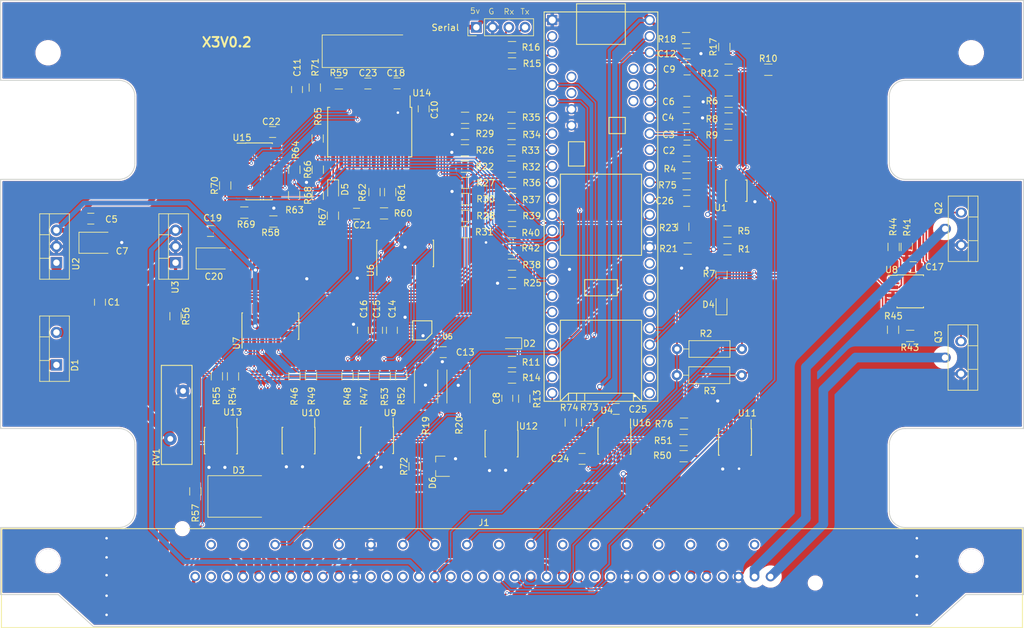
<source format=kicad_pcb>
(kicad_pcb (version 20171130) (host pcbnew 5.1.6-c6e7f7d~86~ubuntu18.04.1)
  (layers (0 F.Cu mixed) (31 B.Cu mixed) (34 B.Paste user) (35 F.Paste user) (36 B.SilkS user) (37 F.SilkS user) (38 B.Mask user) (39 F.Mask user) (44 Edge.Cuts user))
  (net 0 "")
  (net 1 GND)
  (net 2 IGN2)
  (net 3 IGN1)
  (net 4 CAM)
  (net 5 CKP)
  (net 6 +3V3)
  (net 7 TACH)
  (net 8 IAT)
  (net 9 CLT)
  (net 10 TPS)
  (net 11 BRV)
  (net 12 INJ1)
  (net 13 INJ2)
  (net 14 INJ3)
  (net 15 INJ4)
  (net 16 IDLE2)
  (net 17 IDLE1)
  (net 18 FAN)
  (net 19 FPUMP)
  (net 20 MAP)
  (net 21 +5V)
  (net 22 IGN_SW)
  (net 23 "Net-(Q2-Pad1)")
  (net 24 IGN_2)
  (net 25 +12V)
  (net 26 "Net-(Q3-Pad1)")
  (net 27 IGN_1)
  (net 28 IAT_I)
  (net 29 CLT_I)
  (net 30 VR1+)
  (net 31 VR1-)
  (net 32 "Net-(R45-Pad1)")
  (net 33 "Net-(R46-Pad1)")
  (net 34 "Net-(R47-Pad1)")
  (net 35 "Net-(R48-Pad1)")
  (net 36 "Net-(R49-Pad1)")
  (net 37 "Net-(R50-Pad1)")
  (net 38 "Net-(R51-Pad1)")
  (net 39 "Net-(R52-Pad1)")
  (net 40 CAM_I)
  (net 41 TPS_I)
  (net 42 HEGO_I)
  (net 43 "Net-(J2-Pad4)")
  (net 44 "Net-(J2-Pad3)")
  (net 45 "Net-(R36-Pad1)")
  (net 46 "Net-(R35-Pad1)")
  (net 47 TACH_O)
  (net 48 FAN_O)
  (net 49 F_PUMP)
  (net 50 CNT_RLY)
  (net 51 INJ_2)
  (net 52 INJ_1)
  (net 53 IDLE_2)
  (net 54 IDLE_1)
  (net 55 INJ_4)
  (net 56 INJ_3)
  (net 57 "Net-(U5-Pad3)")
  (net 58 "Net-(U5-Pad8)")
  (net 59 "Net-(J1-Pad38)")
  (net 60 "Net-(J1-Pad39)")
  (net 61 "Net-(J1-Pad40)")
  (net 62 "Net-(J1-Pad41)")
  (net 63 "Net-(J1-Pad42)")
  (net 64 "Net-(J1-Pad43)")
  (net 65 "Net-(J1-Pad44)")
  (net 66 "Net-(J1-Pad46)")
  (net 67 "Net-(J1-Pad52)")
  (net 68 "Net-(J1-Pad54)")
  (net 69 "Net-(J1-Pad55)")
  (net 70 "Net-(J1-Pad21)")
  (net 71 "Net-(J1-Pad23)")
  (net 72 "Net-(J1-Pad5)")
  (net 73 "Net-(J1-Pad25)")
  (net 74 "Net-(J1-Pad29)")
  (net 75 GNDA)
  (net 76 "Net-(J1-Pad31)")
  (net 77 "Net-(J1-Pad13)")
  (net 78 "Net-(J1-Pad32)")
  (net 79 "Net-(J1-Pad37)")
  (net 80 "Net-(U13-Pad2)")
  (net 81 "Net-(U13-Pad4)")
  (net 82 "Net-(U12-Pad4)")
  (net 83 "Net-(U12-Pad2)")
  (net 84 "Net-(R40-Pad1)")
  (net 85 "Net-(R54-Pad2)")
  (net 86 "Net-(R39-Pad1)")
  (net 87 "Net-(R53-Pad2)")
  (net 88 "Net-(R38-Pad1)")
  (net 89 "Net-(R52-Pad2)")
  (net 90 "Net-(R42-Pad1)")
  (net 91 "Net-(R55-Pad2)")
  (net 92 "Net-(R49-Pad2)")
  (net 93 "Net-(R50-Pad2)")
  (net 94 "Net-(R37-Pad1)")
  (net 95 "Net-(R51-Pad2)")
  (net 96 "Net-(R46-Pad2)")
  (net 97 "Net-(R32-Pad1)")
  (net 98 "Net-(R47-Pad2)")
  (net 99 "Net-(R33-Pad1)")
  (net 100 "Net-(R48-Pad2)")
  (net 101 "Net-(R34-Pad1)")
  (net 102 "Net-(C13-Pad2)")
  (net 103 "Net-(C13-Pad1)")
  (net 104 "Net-(R56-Pad2)")
  (net 105 "Net-(R55-Pad1)")
  (net 106 "Net-(R54-Pad1)")
  (net 107 "Net-(R21-Pad2)")
  (net 108 "Net-(R53-Pad1)")
  (net 109 "Net-(R44-Pad1)")
  (net 110 "Net-(U8-Pad1)")
  (net 111 "Net-(U8-Pad8)")
  (net 112 "Net-(U9-Pad4)")
  (net 113 "Net-(U9-Pad2)")
  (net 114 "Net-(U10-Pad2)")
  (net 115 "Net-(U10-Pad4)")
  (net 116 "Net-(U11-Pad4)")
  (net 117 "Net-(U11-Pad2)")
  (net 118 "Net-(J1-Pad18)")
  (net 119 +5VA)
  (net 120 "Net-(U6-Pad10)")
  (net 121 "Net-(U6-Pad4)")
  (net 122 "Net-(J1-Pad10)")
  (net 123 "Net-(D3-Pad1)")
  (net 124 "Net-(U4-Pad38)")
  (net 125 "Net-(U4-Pad15)")
  (net 126 RX1)
  (net 127 "Net-(D4-Pad2)")
  (net 128 MAP_I)
  (net 129 TX1)
  (net 130 "Net-(D2-Pad1)")
  (net 131 HEGO1)
  (net 132 KNOCK_I)
  (net 133 "Net-(U14-Pad5)")
  (net 134 "Net-(U14-Pad6)")
  (net 135 "Net-(R62-Pad1)")
  (net 136 "Net-(R62-Pad2)")
  (net 137 "Net-(R59-Pad1)")
  (net 138 "Net-(R60-Pad2)")
  (net 139 "Net-(R61-Pad2)")
  (net 140 "Net-(C21-Pad1)")
  (net 141 "Net-(C18-Pad2)")
  (net 142 SCLK)
  (net 143 "Net-(U14-Pad14)")
  (net 144 "Net-(U14-Pad4)")
  (net 145 "Net-(D5-Pad2)")
  (net 146 "Net-(D5-Pad1)")
  (net 147 "Net-(R64-Pad2)")
  (net 148 "Net-(R65-Pad1)")
  (net 149 "Net-(U14-Pad13)")
  (net 150 "Net-(U14-Pad12)")
  (net 151 INT_HLD)
  (net 152 "Net-(R70-Pad2)")
  (net 153 "Net-(U14-Pad7)")
  (net 154 IGN4)
  (net 155 IGN3)
  (net 156 "Net-(U4-Pad37)")
  (net 157 "Net-(U4-Pad32)")
  (net 158 "Net-(U4-Pad31)")
  (net 159 "Net-(U4-Pad30)")
  (net 160 "Net-(U4-Pad4)")
  (net 161 "Net-(U4-Pad20)")
  (net 162 "Net-(U4-Pad44)")
  (net 163 "Net-(U4-Pad40)")
  (net 164 "Net-(U14-Pad8)")
  (net 165 "Net-(C11-Pad1)")
  (net 166 "Net-(C23-Pad1)")
  (net 167 CS0)
  (net 168 MOSI)
  (net 169 MISO)
  (net 170 "Net-(U4-Pad60)")
  (net 171 "Net-(U4-Pad59)")
  (net 172 "Net-(U4-Pad57)")
  (net 173 "Net-(U4-Pad56)")
  (net 174 CANL)
  (net 175 CANH)
  (net 176 "Net-(R73-Pad1)")
  (net 177 CANTX)
  (net 178 "Net-(R74-Pad1)")
  (net 179 CANRX)
  (net 180 "Net-(U4-Pad21)")
  (net 181 "Net-(U4-Pad22)")
  (net 182 VSS)
  (net 183 "Net-(U1-Pad1)")
  (net 184 VSS_I)
  (module Resistors_SMD:R_0805 (layer F.Cu) (at 146.89 106.24)
    (fp_text reference R76 (at -3.12 0.06) (layer F.SilkS))
    (fp_text value 100K hide)
    (pad 1 smd rect (at -0.95 0) (size 0.7 1.3) (layers F.Cu F.Paste F.Mask) (net 184 VSS_I))
    (pad 2 smd rect (at 0.95 0) (size 0.7 1.3) (layers F.Cu F.Paste F.Mask) (net 1 GND))
  )
  (module UltraLibrarian:CM1213-08MR (layer F.Cu) (at 155.07 69.78 90)
    (fp_text reference U1 (at -2.66 -2.44 180) (layer F.SilkS))
    (fp_text value CM1213-08MR hide)
    (pad 10 smd rect (at 2.21615 -1.000001 90) (size 1.3335 0.2286) (layers F.Cu F.Paste F.Mask) (net 184 VSS_I))
    (pad 9 smd rect (at 2.21615 -0.499999 90) (size 1.3335 0.2286) (layers F.Cu F.Paste F.Mask) (net 10 TPS))
    (pad 8 smd rect (at 2.21615 0 90) (size 1.3335 0.2286) (layers F.Cu F.Paste F.Mask) (net 6 +3V3))
    (pad 7 smd rect (at 2.21615 0.499999 90) (size 1.3335 0.2286) (layers F.Cu F.Paste F.Mask) (net 42 HEGO_I))
    (pad 6 smd rect (at 2.21615 1.000001 90) (size 1.3335 0.2286) (layers F.Cu F.Paste F.Mask) (net 20 MAP))
    (pad 5 smd rect (at -2.21615 1.000001 90) (size 1.3335 0.2286) (layers F.Cu F.Paste F.Mask) (net 1 GND))
    (pad 4 smd rect (at -2.21615 0.499999 90) (size 1.3335 0.2286) (layers F.Cu F.Paste F.Mask) (net 29 CLT_I))
    (pad 3 smd rect (at -2.21615 0 90) (size 1.3335 0.2286) (layers F.Cu F.Paste F.Mask) (net 28 IAT_I))
    (pad 2 smd rect (at -2.21615 -0.499999 90) (size 1.3335 0.2286) (layers F.Cu F.Paste F.Mask) (net 127 "Net-(D4-Pad2)"))
    (pad 1 smd rect (at -2.21615 -1.000001 90) (size 1.3335 0.2286) (layers F.Cu F.Paste F.Mask) (net 183 "Net-(U1-Pad1)"))
  )
  (module Resistors_SMD:R_0805 (layer F.Cu) (at 147.31 68.77 180)
    (fp_text reference R75 (at 3 -0.14) (layer F.SilkS))
    (fp_text value 10K hide)
    (pad 1 smd rect (at -0.95 0 180) (size 0.7 1.3) (layers F.Cu F.Paste F.Mask) (net 184 VSS_I))
    (pad 2 smd rect (at 0.95 0 180) (size 0.7 1.3) (layers F.Cu F.Paste F.Mask) (net 182 VSS))
  )
  (module Capacitors_SMD:C_0805 (layer F.Cu) (at 147.31 71.39)
    (fp_text reference C26 (at -3.45 -0.025) (layer F.SilkS))
    (fp_text value 100nF hide)
    (pad 2 smd rect (at 1 0) (size 1 1.25) (layers F.Cu F.Paste F.Mask) (net 1 GND))
    (pad 1 smd rect (at -1 0) (size 1 1.25) (layers F.Cu F.Paste F.Mask) (net 182 VSS))
  )
  (module teensy:Teensy35_MINIMAL (layer F.Cu) (at 133.9 72.27 270)
    (fp_text reference U4 (at 31.9 -0.9) (layer F.SilkS))
    (fp_text value Teensy3.5_MIN)
    (pad 61 thru_hole circle (at -15.24 4.61 270) (size 1.6 1.6) (drill 1.1) (layers *.Cu *.Mask) (net 1 GND))
    (pad 60 thru_hole circle (at -17.78 4.61 270) (size 1.6 1.6) (drill 1.1) (layers *.Cu *.Mask) (net 170 "Net-(U4-Pad60)"))
    (pad 62 thru_hole circle (at -12.7 4.61 270) (size 1.6 1.6) (drill 1.1) (layers *.Cu *.Mask) (net 1 GND))
    (pad 59 thru_hole circle (at -20.32 4.61 270) (size 1.6 1.6) (drill 1.1) (layers *.Cu *.Mask) (net 171 "Net-(U4-Pad59)"))
    (pad 57 thru_hole circle (at -16.51 -5.08 270) (size 1.6 1.6) (drill 1.1) (layers *.Cu *.Mask) (net 172 "Net-(U4-Pad57)"))
    (pad 56 thru_hole circle (at -19.05 -5.08 270) (size 1.6 1.6) (drill 1.1) (layers *.Cu *.Mask) (net 173 "Net-(U4-Pad56)"))
    (pad 55 thru_hole circle (at -21.59 -5.08 270) (size 1.6 1.6) (drill 1.1) (layers *.Cu *.Mask))
    (pad 17 thru_hole circle (at 11.43 7.62 270) (size 1.6 1.6) (drill 1.1) (layers *.Cu *.Mask) (net 151 INT_HLD))
    (pad 18 thru_hole circle (at 13.97 7.62 270) (size 1.6 1.6) (drill 1.1) (layers *.Cu *.Mask) (net 7 TACH))
    (pad 19 thru_hole circle (at 16.51 7.62 270) (size 1.6 1.6) (drill 1.1) (layers *.Cu *.Mask) (net 19 FPUMP))
    (pad 20 thru_hole circle (at 19.05 7.62 270) (size 1.6 1.6) (drill 1.1) (layers *.Cu *.Mask) (net 161 "Net-(U4-Pad20)"))
    (pad 16 thru_hole circle (at 8.89 7.62 270) (size 1.6 1.6) (drill 1.1) (layers *.Cu *.Mask) (net 18 FAN))
    (pad 15 thru_hole circle (at 6.35 7.62 270) (size 1.6 1.6) (drill 1.1) (layers *.Cu *.Mask) (net 125 "Net-(U4-Pad15)"))
    (pad 14 thru_hole circle (at 3.81 7.62 270) (size 1.6 1.6) (drill 1.1) (layers *.Cu *.Mask) (net 169 MISO))
    (pad 21 thru_hole circle (at 21.59 7.62 270) (size 1.6 1.6) (drill 1.1) (layers *.Cu *.Mask) (net 180 "Net-(U4-Pad21)"))
    (pad 22 thru_hole circle (at 24.13 7.62 270) (size 1.6 1.6) (drill 1.1) (layers *.Cu *.Mask) (net 181 "Net-(U4-Pad22)"))
    (pad 23 thru_hole circle (at 26.67 7.62 270) (size 1.6 1.6) (drill 1.1) (layers *.Cu *.Mask) (net 11 BRV))
    (pad 24 thru_hole circle (at 29.21 7.62 270) (size 1.6 1.6) (drill 1.1) (layers *.Cu *.Mask) (net 167 CS0))
    (pad 30 thru_hole circle (at 29.21 -7.62 270) (size 1.6 1.6) (drill 1.1) (layers *.Cu *.Mask) (net 159 "Net-(U4-Pad30)"))
    (pad 31 thru_hole circle (at 26.67 -7.62 270) (size 1.6 1.6) (drill 1.1) (layers *.Cu *.Mask) (net 158 "Net-(U4-Pad31)"))
    (pad 32 thru_hole circle (at 24.13 -7.62 270) (size 1.6 1.6) (drill 1.1) (layers *.Cu *.Mask) (net 157 "Net-(U4-Pad32)"))
    (pad 33 thru_hole circle (at 21.59 -7.62 270) (size 1.6 1.6) (drill 1.1) (layers *.Cu *.Mask) (net 3 IGN1))
    (pad 34 thru_hole circle (at 19.05 -7.62 270) (size 1.6 1.6) (drill 1.1) (layers *.Cu *.Mask) (net 2 IGN2))
    (pad 35 thru_hole circle (at 16.51 -7.62 270) (size 1.6 1.6) (drill 1.1) (layers *.Cu *.Mask) (net 155 IGN3))
    (pad 36 thru_hole circle (at 13.97 -7.62 270) (size 1.6 1.6) (drill 1.1) (layers *.Cu *.Mask) (net 154 IGN4))
    (pad 37 thru_hole circle (at 11.43 -7.62 270) (size 1.6 1.6) (drill 1.1) (layers *.Cu *.Mask) (net 156 "Net-(U4-Pad37)"))
    (pad 13 thru_hole circle (at 1.27 7.62 270) (size 1.6 1.6) (drill 1.1) (layers *.Cu *.Mask) (net 168 MOSI))
    (pad 12 thru_hole circle (at -1.27 7.62 270) (size 1.6 1.6) (drill 1.1) (layers *.Cu *.Mask) (net 16 IDLE2))
    (pad 11 thru_hole circle (at -3.81 7.62 270) (size 1.6 1.6) (drill 1.1) (layers *.Cu *.Mask) (net 17 IDLE1))
    (pad 10 thru_hole circle (at -6.35 7.62 270) (size 1.6 1.6) (drill 1.1) (layers *.Cu *.Mask) (net 12 INJ1))
    (pad 9 thru_hole circle (at -8.89 7.62 270) (size 1.6 1.6) (drill 1.1) (layers *.Cu *.Mask) (net 13 INJ2))
    (pad 8 thru_hole circle (at -11.43 7.62 270) (size 1.6 1.6) (drill 1.1) (layers *.Cu *.Mask) (net 14 INJ3))
    (pad 7 thru_hole circle (at -13.97 7.62 270) (size 1.6 1.6) (drill 1.1) (layers *.Cu *.Mask) (net 15 INJ4))
    (pad 6 thru_hole circle (at -16.51 7.62 270) (size 1.6 1.6) (drill 1.1) (layers *.Cu *.Mask) (net 179 CANRX))
    (pad 5 thru_hole circle (at -19.05 7.62 270) (size 1.6 1.6) (drill 1.1) (layers *.Cu *.Mask) (net 177 CANTX))
    (pad 4 thru_hole circle (at -21.59 7.62 270) (size 1.6 1.6) (drill 1.1) (layers *.Cu *.Mask) (net 160 "Net-(U4-Pad4)"))
    (pad 3 thru_hole circle (at -24.13 7.62 270) (size 1.6 1.6) (drill 1.1) (layers *.Cu *.Mask) (net 129 TX1))
    (pad 2 thru_hole circle (at -26.67 7.62 270) (size 1.6 1.6) (drill 1.1) (layers *.Cu *.Mask) (net 126 RX1))
    (pad 1 thru_hole rect (at -29.21 7.62 270) (size 1.6 1.6) (drill 1.1) (layers *.Cu *.Mask) (net 1 GND))
    (pad 38 thru_hole circle (at 8.89 -7.62 270) (size 1.6 1.6) (drill 1.1) (layers *.Cu *.Mask) (net 124 "Net-(U4-Pad38)"))
    (pad 39 thru_hole circle (at 6.35 -7.62 270) (size 1.6 1.6) (drill 1.1) (layers *.Cu *.Mask) (net 1 GND))
    (pad 40 thru_hole circle (at 3.81 -7.62 270) (size 1.6 1.6) (drill 1.1) (layers *.Cu *.Mask) (net 163 "Net-(U4-Pad40)"))
    (pad 41 thru_hole circle (at 1.27 -7.62 270) (size 1.6 1.6) (drill 1.1) (layers *.Cu *.Mask) (net 142 SCLK))
    (pad 42 thru_hole circle (at -1.27 -7.62 270) (size 1.6 1.6) (drill 1.1) (layers *.Cu *.Mask) (net 5 CKP))
    (pad 43 thru_hole circle (at -3.81 -7.62 270) (size 1.6 1.6) (drill 1.1) (layers *.Cu *.Mask) (net 182 VSS))
    (pad 44 thru_hole circle (at -6.35 -7.62 270) (size 1.6 1.6) (drill 1.1) (layers *.Cu *.Mask) (net 162 "Net-(U4-Pad44)"))
    (pad 45 thru_hole circle (at -8.89 -7.62 270) (size 1.6 1.6) (drill 1.1) (layers *.Cu *.Mask) (net 8 IAT))
    (pad 46 thru_hole circle (at -11.43 -7.62 270) (size 1.6 1.6) (drill 1.1) (layers *.Cu *.Mask) (net 4 CAM))
    (pad 47 thru_hole circle (at -13.97 -7.62 270) (size 1.6 1.6) (drill 1.1) (layers *.Cu *.Mask) (net 10 TPS))
    (pad 48 thru_hole circle (at -16.51 -7.62 270) (size 1.6 1.6) (drill 1.1) (layers *.Cu *.Mask) (net 9 CLT))
    (pad 49 thru_hole circle (at -19.05 -7.62 270) (size 1.6 1.6) (drill 1.1) (layers *.Cu *.Mask) (net 131 HEGO1))
    (pad 50 thru_hole circle (at -21.59 -7.62 270) (size 1.6 1.6) (drill 1.1) (layers *.Cu *.Mask) (net 20 MAP))
    (pad 51 thru_hole circle (at -24.13 -7.62 270) (size 1.6 1.6) (drill 1.1) (layers *.Cu *.Mask) (net 6 +3V3))
    (pad 52 thru_hole circle (at -26.67 -7.62 270) (size 1.6 1.6) (drill 1.1) (layers *.Cu *.Mask) (net 75 GNDA))
    (pad 53 thru_hole circle (at -29.21 -7.62 270) (size 1.6 1.6) (drill 1.1) (layers *.Cu *.Mask) (net 21 +5V))
  )
  (module Housings_SOIC:SOIC-8_3.9x4.9mm_Pitch1.27mm (layer F.Cu) (at 136 108.96 270)
    (fp_text reference U16 (at -2.84 -4.26) (layer F.SilkS))
    (fp_text value MCP2562-E-SN hide)
    (pad 8 smd rect (at 2.7 -1.905 270) (size 1.55 0.6) (layers F.Cu F.Paste F.Mask) (net 1 GND))
    (pad 7 smd rect (at 2.7 -0.635 270) (size 1.55 0.6) (layers F.Cu F.Paste F.Mask) (net 175 CANH))
    (pad 6 smd rect (at 2.7 0.635 270) (size 1.55 0.6) (layers F.Cu F.Paste F.Mask) (net 174 CANL))
    (pad 5 smd rect (at 2.7 1.905 270) (size 1.55 0.6) (layers F.Cu F.Paste F.Mask) (net 6 +3V3))
    (pad 4 smd rect (at -2.7 1.905 270) (size 1.55 0.6) (layers F.Cu F.Paste F.Mask) (net 178 "Net-(R74-Pad1)"))
    (pad 3 smd rect (at -2.7 0.635 270) (size 1.55 0.6) (layers F.Cu F.Paste F.Mask) (net 21 +5V))
    (pad 2 smd rect (at -2.7 -0.635 270) (size 1.55 0.6) (layers F.Cu F.Paste F.Mask) (net 1 GND))
    (pad 1 smd rect (at -2.7 -1.905 270) (size 1.55 0.6) (layers F.Cu F.Paste F.Mask) (net 176 "Net-(R73-Pad1)"))
  )
  (module Resistors_SMD:R_0805 (layer F.Cu) (at 129.18 106.06 90)
    (fp_text reference R74 (at 2.32 -0.25 180) (layer F.SilkS))
    (fp_text value 1k hide)
    (pad 1 smd rect (at -0.95 0 90) (size 0.7 1.3) (layers F.Cu F.Paste F.Mask) (net 178 "Net-(R74-Pad1)"))
    (pad 2 smd rect (at 0.95 0 90) (size 0.7 1.3) (layers F.Cu F.Paste F.Mask) (net 179 CANRX))
  )
  (module Resistors_SMD:R_0805 (layer F.Cu) (at 131.74 106.04 90)
    (fp_text reference R73 (at 2.36 0.33 180) (layer F.SilkS))
    (fp_text value 1k hide)
    (pad 1 smd rect (at -0.95 0 90) (size 0.7 1.3) (layers F.Cu F.Paste F.Mask) (net 176 "Net-(R73-Pad1)"))
    (pad 2 smd rect (at 0.95 0 90) (size 0.7 1.3) (layers F.Cu F.Paste F.Mask) (net 177 CANTX))
  )
  (module Resistors_SMD:R_0805 (layer F.Cu) (at 104.75 112.93 90)
    (fp_text reference R72 (at 0 -1.65 90) (layer F.SilkS))
    (fp_text value 120)
    (pad 1 smd rect (at -0.95 0 90) (size 0.7 1.3) (layers F.Cu F.Paste F.Mask) (net 174 CANL))
    (pad 2 smd rect (at 0.95 0 90) (size 0.7 1.3) (layers F.Cu F.Paste F.Mask) (net 175 CANH))
  )
  (module TO_SOT_Packages_SMD:SOT-23 (layer F.Cu) (at 108.81 112.92 180)
    (fp_text reference D6 (at 1.244999 -2.577001 90) (layer F.SilkS))
    (fp_text value PESD1CAN)
    (pad 3 smd rect (at 1 0 180) (size 0.9 0.8) (layers F.Cu F.Paste F.Mask) (net 1 GND))
    (pad 2 smd rect (at -1 0.95 180) (size 0.9 0.8) (layers F.Cu F.Paste F.Mask) (net 175 CANH))
    (pad 1 smd rect (at -1 -0.95 180) (size 0.9 0.8) (layers F.Cu F.Paste F.Mask) (net 174 CANL))
  )
  (module Capacitors_SMD:C_0805 (layer F.Cu) (at 136.28 103.94 180)
    (fp_text reference C25 (at -3.4 -0.05) (layer F.SilkS))
    (fp_text value 100nF hide)
    (pad 2 smd rect (at 1 0 180) (size 1 1.25) (layers F.Cu F.Paste F.Mask) (net 21 +5V))
    (pad 1 smd rect (at -1 0 180) (size 1 1.25) (layers F.Cu F.Paste F.Mask) (net 1 GND))
  )
  (module Capacitors_SMD:C_0805 (layer F.Cu) (at 130.95 111.76)
    (fp_text reference C24 (at -3.45 -0.025) (layer F.SilkS))
    (fp_text value 100nF hide)
    (pad 2 smd rect (at 1 0) (size 1 1.25) (layers F.Cu F.Paste F.Mask) (net 6 +3V3))
    (pad 1 smd rect (at -1 0) (size 1 1.25) (layers F.Cu F.Paste F.Mask) (net 1 GND))
  )
  (module Crystals:Crystal_SMD_HC49-SD_hybrid (layer F.Cu) (at 97 47.94)
    (fp_text reference Y1 hide)
    (fp_text value Crystal_hybrid hide)
    (pad 3 smd rect (at 1.77 -0.01) (size 1 0.5) (layers F.Cu F.Paste F.Mask) (net 166 "Net-(C23-Pad1)"))
    (pad 1 smd rect (at -1.8 -0.02) (size 1 0.5) (layers F.Cu F.Paste F.Mask) (net 165 "Net-(C11-Pad1)"))
    (pad 3 smd rect (at 1.23 0) (size 0.5 2) (layers F.Cu F.Paste F.Mask) (net 166 "Net-(C23-Pad1)"))
    (pad 2 smd rect (at 0.03 0) (size 0.5 2) (layers F.Cu F.Paste F.Mask) (net 1 GND))
    (pad 1 smd rect (at -1.17 0) (size 0.5 2) (layers F.Cu F.Paste F.Mask) (net 165 "Net-(C11-Pad1)"))
    (pad 1 smd rect (at -4.25 0) (size 4.5 2) (layers F.Cu F.Paste F.Mask) (net 165 "Net-(C11-Pad1)"))
    (pad 3 smd rect (at 4.25 0) (size 4.5 2) (layers F.Cu F.Paste F.Mask) (net 166 "Net-(C23-Pad1)"))
  )
  (module Resistors_SMD:R_0805 (layer F.Cu) (at 89.14 53.63 90)
    (fp_text reference R71 (at 3.18 0.08 90) (layer F.SilkS))
    (fp_text value 1K hide)
    (pad 1 smd rect (at -0.95 0 90) (size 0.7 1.3) (layers F.Cu F.Paste F.Mask) (net 137 "Net-(R59-Pad1)"))
    (pad 2 smd rect (at 0.95 0 90) (size 0.7 1.3) (layers F.Cu F.Paste F.Mask) (net 165 "Net-(C11-Pad1)"))
  )
  (module Capacitors_SMD:C_0805 (layer F.Cu) (at 97.44 53)
    (fp_text reference C23 (at 0.02 -1.65) (layer F.SilkS))
    (fp_text value 24pF hide)
    (pad 2 smd rect (at 1 0) (size 1 1.25) (layers F.Cu F.Paste F.Mask) (net 1 GND))
    (pad 1 smd rect (at -1 0) (size 1 1.25) (layers F.Cu F.Paste F.Mask) (net 166 "Net-(C23-Pad1)"))
  )
  (module Capacitors_SMD:C_0805 (layer F.Cu) (at 86.36 53.94 270)
    (fp_text reference C11 (at -3.45 -0.025 90) (layer F.SilkS))
    (fp_text value 24pF hide)
    (pad 2 smd rect (at 1 0 270) (size 1 1.25) (layers F.Cu F.Paste F.Mask) (net 1 GND))
    (pad 1 smd rect (at -1 0 270) (size 1 1.25) (layers F.Cu F.Paste F.Mask) (net 165 "Net-(C11-Pad1)"))
  )
  (module Capacitors_SMD:C_0805 (layer F.Cu) (at 106.17 56.96 270)
    (fp_text reference C10 (at 0.16 -1.69 90) (layer F.SilkS))
    (fp_text value 4.7uF hide)
    (pad 2 smd rect (at 1 0 270) (size 1 1.25) (layers F.Cu F.Paste F.Mask) (net 1 GND))
    (pad 1 smd rect (at -1 0 270) (size 1 1.25) (layers F.Cu F.Paste F.Mask) (net 21 +5V))
  )
  (module Resistors_SMD:R_0805 (layer F.Cu) (at 82.66 74.6 180)
    (fp_text reference R58 (at 0.44 -1.74) (layer F.SilkS))
    (fp_text value 100K hide)
    (pad 1 smd rect (at -0.95 0 180) (size 0.7 1.3) (layers F.Cu F.Paste F.Mask) (net 6 +3V3))
    (pad 2 smd rect (at 0.95 0 180) (size 0.7 1.3) (layers F.Cu F.Paste F.Mask) (net 167 CS0))
  )
  (module Connectors:Hyundai55 (layer F.Cu) (at 115.425 127.685)
    (fp_text reference J1 (at 0.18 -5.94) (layer F.SilkS))
    (fp_text value Conn_2Rows-55Pins hide)
    (pad "" np_thru_hole circle (at 76.4 -79.5) (size 3.6 3.6) (drill 3.6) (layers *.Cu *.Mask))
    (pad "" np_thru_hole circle (at -68 -79.5) (size 3.6 3.6) (drill 3.6) (layers *.Cu *.Mask))
    (pad 38 thru_hole circle (at 42.5 -2.5) (size 1.5 1.5) (drill 0.9) (layers *.Cu *.Mask) (net 59 "Net-(J1-Pad38)"))
    (pad 39 thru_hole circle (at 37.5 -2.5) (size 1.5 1.5) (drill 0.9) (layers *.Cu *.Mask) (net 60 "Net-(J1-Pad39)"))
    (pad 40 thru_hole circle (at 32.5 -2.5) (size 1.5 1.5) (drill 0.9) (layers *.Cu *.Mask) (net 61 "Net-(J1-Pad40)"))
    (pad 41 thru_hole circle (at 27.5 -2.5) (size 1.5 1.5) (drill 0.9) (layers *.Cu *.Mask) (net 62 "Net-(J1-Pad41)"))
    (pad 42 thru_hole circle (at 22.5 -2.5) (size 1.5 1.5) (drill 0.9) (layers *.Cu *.Mask) (net 63 "Net-(J1-Pad42)"))
    (pad 43 thru_hole circle (at 17.5 -2.5) (size 1.5 1.5) (drill 0.9) (layers *.Cu *.Mask) (net 64 "Net-(J1-Pad43)"))
    (pad 44 thru_hole circle (at 12.5 -2.5) (size 1.5 1.5) (drill 0.9) (layers *.Cu *.Mask) (net 65 "Net-(J1-Pad44)"))
    (pad 45 thru_hole circle (at 7.5 -2.5) (size 1.5 1.5) (drill 0.9) (layers *.Cu *.Mask) (net 29 CLT_I))
    (pad 46 thru_hole circle (at 2.5 -2.5) (size 1.5 1.5) (drill 0.9) (layers *.Cu *.Mask) (net 66 "Net-(J1-Pad46)"))
    (pad 47 thru_hole circle (at -2.5 -2.5) (size 1.5 1.5) (drill 0.9) (layers *.Cu *.Mask) (net 28 IAT_I))
    (pad 48 thru_hole circle (at -7.5 -2.5) (size 1.5 1.5) (drill 0.9) (layers *.Cu *.Mask) (net 31 VR1-))
    (pad 49 thru_hole circle (at -12.5 -2.5) (size 1.5 1.5) (drill 0.9) (layers *.Cu *.Mask) (net 30 VR1+))
    (pad 50 thru_hole circle (at -17.5 -2.5) (size 1.5 1.5) (drill 0.9) (layers *.Cu *.Mask) (net 1 GND))
    (pad 51 thru_hole circle (at -22.5 -2.5) (size 1.5 1.5) (drill 0.9) (layers *.Cu *.Mask) (net 175 CANH))
    (pad 52 thru_hole circle (at -27.5 -2.5) (size 1.5 1.5) (drill 0.9) (layers *.Cu *.Mask) (net 67 "Net-(J1-Pad52)"))
    (pad 53 thru_hole circle (at -32.5 -2.5) (size 1.5 1.5) (drill 0.9) (layers *.Cu *.Mask) (net 41 TPS_I))
    (pad 54 thru_hole circle (at -37.5 -2.5) (size 1.5 1.5) (drill 0.9) (layers *.Cu *.Mask) (net 68 "Net-(J1-Pad54)"))
    (pad 55 thru_hole circle (at -42.5 -2.5) (size 1.5 1.5) (drill 0.9) (layers *.Cu *.Mask) (net 69 "Net-(J1-Pad55)"))
    (pad 1 thru_hole circle (at 45 2.5) (size 1.5 1.5) (drill 0.9) (layers *.Cu *.Mask) (net 27 IGN_1))
    (pad 20 thru_hole circle (at 42.5 2.5) (size 1.5 1.5) (drill 0.9) (layers *.Cu *.Mask) (net 24 IGN_2))
    (pad 2 thru_hole circle (at 40 2.5) (size 1.5 1.5) (drill 0.9) (layers *.Cu *.Mask) (net 1 GND))
    (pad 21 thru_hole circle (at 37.5 2.5) (size 1.5 1.5) (drill 0.9) (layers *.Cu *.Mask) (net 70 "Net-(J1-Pad21)"))
    (pad 3 thru_hole circle (at 35 2.5) (size 1.5 1.5) (drill 0.9) (layers *.Cu *.Mask) (net 49 F_PUMP))
    (pad 22 thru_hole circle (at 32.5 2.5) (size 1.5 1.5) (drill 0.9) (layers *.Cu *.Mask) (net 54 IDLE_1))
    (pad 4 thru_hole circle (at 30 2.5) (size 1.5 1.5) (drill 0.9) (layers *.Cu *.Mask) (net 53 IDLE_2))
    (pad 23 thru_hole circle (at 27.5 2.5) (size 1.5 1.5) (drill 0.9) (layers *.Cu *.Mask) (net 71 "Net-(J1-Pad23)"))
    (pad 5 thru_hole circle (at 25 2.5) (size 1.5 1.5) (drill 0.9) (layers *.Cu *.Mask) (net 72 "Net-(J1-Pad5)"))
    (pad 24 thru_hole circle (at 22.5 2.5) (size 1.5 1.5) (drill 0.9) (layers *.Cu *.Mask) (net 1 GND))
    (pad 6 thru_hole circle (at 20 2.5) (size 1.5 1.5) (drill 0.9) (layers *.Cu *.Mask) (net 47 TACH_O))
    (pad 25 thru_hole circle (at 17.5 2.5) (size 1.5 1.5) (drill 0.9) (layers *.Cu *.Mask) (net 73 "Net-(J1-Pad25)"))
    (pad 7 thru_hole circle (at 15 2.5) (size 1.5 1.5) (drill 0.9) (layers *.Cu *.Mask) (net 128 MAP_I))
    (pad 26 thru_hole circle (at 12.5 2.5) (size 1.5 1.5) (drill 0.9) (layers *.Cu *.Mask) (net 75 GNDA))
    (pad 8 thru_hole circle (at 10 2.5) (size 1.5 1.5) (drill 0.9) (layers *.Cu *.Mask) (net 40 CAM_I))
    (pad 27 thru_hole circle (at 7.5 2.5) (size 1.5 1.5) (drill 0.9) (layers *.Cu *.Mask) (net 22 IGN_SW))
    (pad 9 thru_hole circle (at 5 2.5) (size 1.5 1.5) (drill 0.9) (layers *.Cu *.Mask) (net 184 VSS_I))
    (pad 28 thru_hole circle (at 2.5 2.5) (size 1.5 1.5) (drill 0.9) (layers *.Cu *.Mask) (net 42 HEGO_I))
    (pad 10 thru_hole circle (at 0 2.5) (size 1.5 1.5) (drill 0.9) (layers *.Cu *.Mask) (net 122 "Net-(J1-Pad10)"))
    (pad 29 thru_hole circle (at -2.5 2.5) (size 1.5 1.5) (drill 0.9) (layers *.Cu *.Mask) (net 74 "Net-(J1-Pad29)"))
    (pad 11 thru_hole circle (at -5 2.5) (size 1.5 1.5) (drill 0.9) (layers *.Cu *.Mask) (net 132 KNOCK_I))
    (pad 30 thru_hole circle (at -7.5 2.5) (size 1.5 1.5) (drill 0.9) (layers *.Cu *.Mask) (net 75 GNDA))
    (pad 12 thru_hole circle (at -10 2.5) (size 1.5 1.5) (drill 0.9) (layers *.Cu *.Mask) (net 119 +5VA))
    (pad 31 thru_hole circle (at -12.5 2.5) (size 1.5 1.5) (drill 0.9) (layers *.Cu *.Mask) (net 76 "Net-(J1-Pad31)"))
    (pad 13 thru_hole circle (at -15 2.5) (size 1.5 1.5) (drill 0.9) (layers *.Cu *.Mask) (net 77 "Net-(J1-Pad13)"))
    (pad 32 thru_hole circle (at -17.5 2.5) (size 1.5 1.5) (drill 0.9) (layers *.Cu *.Mask) (net 78 "Net-(J1-Pad32)"))
    (pad 14 thru_hole circle (at -20 2.5) (size 1.5 1.5) (drill 0.9) (layers *.Cu *.Mask) (net 1 GND))
    (pad 33 thru_hole circle (at -22.5 2.5) (size 1.5 1.5) (drill 0.9) (layers *.Cu *.Mask) (net 48 FAN_O))
    (pad 15 thru_hole circle (at -25 2.5) (size 1.5 1.5) (drill 0.9) (layers *.Cu *.Mask) (net 174 CANL))
    (pad 34 thru_hole circle (at -27.5 2.5) (size 1.5 1.5) (drill 0.9) (layers *.Cu *.Mask) (net 51 INJ_2))
    (pad 16 thru_hole circle (at -30 2.5) (size 1.5 1.5) (drill 0.9) (layers *.Cu *.Mask) (net 56 INJ_3))
    (pad 35 thru_hole circle (at -32.5 2.5) (size 1.5 1.5) (drill 0.9) (layers *.Cu *.Mask) (net 55 INJ_4))
    (pad 17 thru_hole circle (at -35 2.5) (size 1.5 1.5) (drill 0.9) (layers *.Cu *.Mask) (net 52 INJ_1))
    (pad 36 thru_hole circle (at -37.5 2.5) (size 1.5 1.5) (drill 0.9) (layers *.Cu *.Mask) (net 50 CNT_RLY))
    (pad 18 thru_hole circle (at -40 2.5) (size 1.5 1.5) (drill 0.9) (layers *.Cu *.Mask) (net 118 "Net-(J1-Pad18)"))
    (pad 37 thru_hole circle (at -42.5 2.5) (size 1.5 1.5) (drill 0.9) (layers *.Cu *.Mask) (net 79 "Net-(J1-Pad37)"))
    (pad 19 thru_hole circle (at -45 2.5) (size 1.5 1.5) (drill 0.9) (layers *.Cu *.Mask) (net 75 GNDA))
    (pad "" thru_hole circle (at -68 0) (size 3.6 3.6) (drill 3.6) (layers *.Cu *.Mask))
    (pad "" thru_hole circle (at 76.4 0) (size 3.6 3.6) (drill 3.6) (layers *.Cu *.Mask))
    (pad "" np_thru_hole circle (at -47 -5) (size 2 2) (drill 2) (layers *.Cu *.Mask))
    (pad "" np_thru_hole circle (at 52 3.5) (size 2 2) (drill 2) (layers *.Cu *.Mask))
  )
  (module Resistors_SMD:R_0805 (layer F.Cu) (at 121.9 102.34 270)
    (fp_text reference R13 (at 0.05 -2.01 270) (layer F.SilkS))
    (fp_text value 10K hide)
    (pad 1 smd rect (at -0.95 0 270) (size 0.7 1.3) (layers F.Cu F.Paste F.Mask) (net 130 "Net-(D2-Pad1)"))
    (pad 2 smd rect (at 0.95 0 270) (size 0.7 1.3) (layers F.Cu F.Paste F.Mask) (net 11 BRV))
  )
  (module Resistors_SMD:R_0805 (layer F.Cu) (at 92.905 52.98)
    (fp_text reference R59 (at 0.005 -1.66) (layer F.SilkS))
    (fp_text value 1M hide)
    (pad 2 smd rect (at 0.95 0) (size 0.7 1.3) (layers F.Cu F.Paste F.Mask) (net 166 "Net-(C23-Pad1)"))
    (pad 1 smd rect (at -0.95 0) (size 0.7 1.3) (layers F.Cu F.Paste F.Mask) (net 137 "Net-(R59-Pad1)"))
  )
  (module Housings_SOIC:SOIC-14_3.9x8.7mm_Pitch1.27mm (layer F.Cu) (at 80.425 66.755)
    (fp_text reference U15 (at -2.67 -5.28) (layer F.SilkS))
    (fp_text value MC74VHCT125A hide)
    (pad 1 smd rect (at -2.7 -3.81) (size 1.5 0.6) (layers F.Cu F.Paste F.Mask) (net 1 GND))
    (pad 2 smd rect (at -2.7 -2.54) (size 1.5 0.6) (layers F.Cu F.Paste F.Mask) (net 167 CS0))
    (pad 3 smd rect (at -2.7 -1.27) (size 1.5 0.6) (layers F.Cu F.Paste F.Mask) (net 164 "Net-(U14-Pad8)"))
    (pad 4 smd rect (at -2.7 0) (size 1.5 0.6) (layers F.Cu F.Paste F.Mask) (net 1 GND))
    (pad 5 smd rect (at -2.7 1.27) (size 1.5 0.6) (layers F.Cu F.Paste F.Mask) (net 152 "Net-(R70-Pad2)"))
    (pad 6 smd rect (at -2.7 2.54) (size 1.5 0.6) (layers F.Cu F.Paste F.Mask) (net 153 "Net-(U14-Pad7)"))
    (pad 7 smd rect (at -2.7 3.81) (size 1.5 0.6) (layers F.Cu F.Paste F.Mask) (net 1 GND))
    (pad 8 smd rect (at 2.7 3.81) (size 1.5 0.6) (layers F.Cu F.Paste F.Mask) (net 149 "Net-(U14-Pad13)"))
    (pad 9 smd rect (at 2.7 2.54) (size 1.5 0.6) (layers F.Cu F.Paste F.Mask) (net 148 "Net-(R65-Pad1)"))
    (pad 10 smd rect (at 2.7 1.27) (size 1.5 0.6) (layers F.Cu F.Paste F.Mask) (net 1 GND))
    (pad 11 smd rect (at 2.7 0) (size 1.5 0.6) (layers F.Cu F.Paste F.Mask) (net 150 "Net-(U14-Pad12)"))
    (pad 12 smd rect (at 2.7 -1.27) (size 1.5 0.6) (layers F.Cu F.Paste F.Mask) (net 147 "Net-(R64-Pad2)"))
    (pad 13 smd rect (at 2.7 -2.54) (size 1.5 0.6) (layers F.Cu F.Paste F.Mask) (net 1 GND))
    (pad 14 smd rect (at 2.7 -3.81) (size 1.5 0.6) (layers F.Cu F.Paste F.Mask) (net 21 +5V))
  )
  (module Resistors_SMD:R_0805 (layer F.Cu) (at 75.125 68.965 90)
    (fp_text reference R70 (at 0 -1.65 90) (layer F.SilkS))
    (fp_text value 1k)
    (pad 1 smd rect (at -0.95 0 90) (size 0.7 1.3) (layers F.Cu F.Paste F.Mask) (net 151 INT_HLD))
    (pad 2 smd rect (at 0.95 0 90) (size 0.7 1.3) (layers F.Cu F.Paste F.Mask) (net 152 "Net-(R70-Pad2)"))
  )
  (module Resistors_SMD:R_0805 (layer F.Cu) (at 78.115 73.2)
    (fp_text reference R69 (at 0.28 1.86) (layer F.SilkS))
    (fp_text value 100K hide)
    (pad 1 smd rect (at -0.95 0) (size 0.7 1.3) (layers F.Cu F.Paste F.Mask) (net 151 INT_HLD))
    (pad 2 smd rect (at 0.95 0) (size 0.7 1.3) (layers F.Cu F.Paste F.Mask) (net 1 GND))
  )
  (module Capacitors_SMD:C_0805 (layer F.Cu) (at 82.545 60.595 180)
    (fp_text reference C22 (at 0.195 1.63 180) (layer F.SilkS))
    (fp_text value 100nF hide)
    (pad 2 smd rect (at 1 0 180) (size 1 1.25) (layers F.Cu F.Paste F.Mask) (net 1 GND))
    (pad 1 smd rect (at -1 0 180) (size 1 1.25) (layers F.Cu F.Paste F.Mask) (net 21 +5V))
  )
  (module Resistors_SMD:R_0805 (layer F.Cu) (at 89.605 70.545 90)
    (fp_text reference R68 (at 0.025 -1.525 90) (layer F.SilkS))
    (fp_text value 1k hide)
    (pad 1 smd rect (at -0.95 0 90) (size 0.7 1.3) (layers F.Cu F.Paste F.Mask) (net 145 "Net-(D5-Pad2)"))
    (pad 2 smd rect (at 0.95 0 90) (size 0.7 1.3) (layers F.Cu F.Paste F.Mask) (net 169 MISO))
  )
  (module Resistors_SMD:R_0805 (layer F.Cu) (at 91.98 73.685 270)
    (fp_text reference R67 (at 0.185 1.65 270) (layer F.SilkS))
    (fp_text value 10k hide)
    (pad 1 smd rect (at -0.95 0 270) (size 0.7 1.3) (layers F.Cu F.Paste F.Mask) (net 145 "Net-(D5-Pad2)"))
    (pad 2 smd rect (at 0.95 0 270) (size 0.7 1.3) (layers F.Cu F.Paste F.Mask) (net 6 +3V3))
  )
  (module Resistors_SMD:R_0805 (layer F.Cu) (at 89.605 66.485 270)
    (fp_text reference R66 (at -0.03 1.565 270) (layer F.SilkS))
    (fp_text value 100K hide)
    (pad 1 smd rect (at -0.95 0 270) (size 0.7 1.3) (layers F.Cu F.Paste F.Mask) (net 142 SCLK))
    (pad 2 smd rect (at 0.95 0 270) (size 0.7 1.3) (layers F.Cu F.Paste F.Mask) (net 1 GND))
  )
  (module Resistors_SMD:R_0805 (layer F.Cu) (at 89.59 61.615 270)
    (fp_text reference R65 (at -3.455 -0.065 270) (layer F.SilkS))
    (fp_text value 1k hide)
    (pad 1 smd rect (at -0.95 0 270) (size 0.7 1.3) (layers F.Cu F.Paste F.Mask) (net 148 "Net-(R65-Pad1)"))
    (pad 2 smd rect (at 0.95 0 270) (size 0.7 1.3) (layers F.Cu F.Paste F.Mask) (net 142 SCLK))
  )
  (module Resistors_SMD:R_0805 (layer F.Cu) (at 85.94 66.49 90)
    (fp_text reference R64 (at 3.09 0.21 90) (layer F.SilkS))
    (fp_text value 1k hide)
    (pad 1 smd rect (at -0.95 0 90) (size 0.7 1.3) (layers F.Cu F.Paste F.Mask) (net 168 MOSI))
    (pad 2 smd rect (at 0.95 0 90) (size 0.7 1.3) (layers F.Cu F.Paste F.Mask) (net 147 "Net-(R64-Pad2)"))
  )
  (module Resistors_SMD:R_0805 (layer F.Cu) (at 85.905 70.495 270)
    (fp_text reference R63 (at 2.305 -0.065) (layer F.SilkS))
    (fp_text value 100K hide)
    (pad 1 smd rect (at -0.95 0 270) (size 0.7 1.3) (layers F.Cu F.Paste F.Mask) (net 168 MOSI))
    (pad 2 smd rect (at 0.95 0 270) (size 0.7 1.3) (layers F.Cu F.Paste F.Mask) (net 1 GND))
  )
  (module Diodes_SMD:D_SOD-323F (layer F.Cu) (at 92.01 69.58 270)
    (fp_text reference D5 (at 0 -1.85 270) (layer F.SilkS))
    (fp_text value RB751V-40WS hide)
    (pad 2 smd rect (at 1.1 0 270) (size 0.5 0.5) (layers F.Cu F.Paste F.Mask) (net 145 "Net-(D5-Pad2)"))
    (pad 1 smd rect (at -1.1 0 270) (size 0.5 0.5) (layers F.Cu F.Paste F.Mask) (net 146 "Net-(D5-Pad1)"))
  )
  (module Housings_SOIC:SOIC-20W_7.5x12.8mm_Pitch1.27mm (layer F.Cu) (at 97.730001 60.600001 270)
    (fp_text reference U14 (at -6.120001 -8.149999) (layer F.SilkS))
    (fp_text value TPIC8101 hide)
    (pad 20 smd rect (at 4.7 -5.715 270) (size 1.95 0.6) (layers F.Cu F.Paste F.Mask) (net 141 "Net-(C18-Pad2)"))
    (pad 19 smd rect (at 4.7 -4.445 270) (size 1.95 0.6) (layers F.Cu F.Paste F.Mask) (net 138 "Net-(R60-Pad2)"))
    (pad 18 smd rect (at 4.7 -3.175 270) (size 1.95 0.6) (layers F.Cu F.Paste F.Mask) (net 139 "Net-(R61-Pad2)"))
    (pad 17 smd rect (at 4.7 -1.905 270) (size 1.95 0.6) (layers F.Cu F.Paste F.Mask) (net 136 "Net-(R62-Pad2)"))
    (pad 16 smd rect (at 4.7 -0.635 270) (size 1.95 0.6) (layers F.Cu F.Paste F.Mask) (net 135 "Net-(R62-Pad1)"))
    (pad 15 smd rect (at 4.7 0.635 270) (size 1.95 0.6) (layers F.Cu F.Paste F.Mask) (net 141 "Net-(C18-Pad2)"))
    (pad 14 smd rect (at 4.7 1.905 270) (size 1.95 0.6) (layers F.Cu F.Paste F.Mask) (net 143 "Net-(U14-Pad14)"))
    (pad 13 smd rect (at 4.7 3.175 270) (size 1.95 0.6) (layers F.Cu F.Paste F.Mask) (net 149 "Net-(U14-Pad13)"))
    (pad 12 smd rect (at 4.7 4.445 270) (size 1.95 0.6) (layers F.Cu F.Paste F.Mask) (net 150 "Net-(U14-Pad12)"))
    (pad 11 smd rect (at 4.7 5.715 270) (size 1.95 0.6) (layers F.Cu F.Paste F.Mask) (net 146 "Net-(D5-Pad1)"))
    (pad 10 smd rect (at -4.7 5.715 270) (size 1.95 0.6) (layers F.Cu F.Paste F.Mask) (net 137 "Net-(R59-Pad1)"))
    (pad 9 smd rect (at -4.7 4.445 270) (size 1.95 0.6) (layers F.Cu F.Paste F.Mask) (net 166 "Net-(C23-Pad1)"))
    (pad 8 smd rect (at -4.7 3.175 270) (size 1.95 0.6) (layers F.Cu F.Paste F.Mask) (net 164 "Net-(U14-Pad8)"))
    (pad 7 smd rect (at -4.7 1.905 270) (size 1.95 0.6) (layers F.Cu F.Paste F.Mask) (net 153 "Net-(U14-Pad7)"))
    (pad 6 smd rect (at -4.7 0.635 270) (size 1.95 0.6) (layers F.Cu F.Paste F.Mask) (net 134 "Net-(U14-Pad6)"))
    (pad 5 smd rect (at -4.7 -0.635 270) (size 1.95 0.6) (layers F.Cu F.Paste F.Mask) (net 133 "Net-(U14-Pad5)"))
    (pad 4 smd rect (at -4.7 -1.905 270) (size 1.95 0.6) (layers F.Cu F.Paste F.Mask) (net 144 "Net-(U14-Pad4)"))
    (pad 3 smd rect (at -4.7 -3.175 270) (size 1.95 0.6) (layers F.Cu F.Paste F.Mask) (net 141 "Net-(C18-Pad2)"))
    (pad 2 smd rect (at -4.7 -4.445 270) (size 1.95 0.6) (layers F.Cu F.Paste F.Mask) (net 1 GND))
    (pad 1 smd rect (at -4.7 -5.715 270) (size 1.95 0.6) (layers F.Cu F.Paste F.Mask) (net 21 +5V))
  )
  (module Resistors_SMD:R_0805 (layer F.Cu) (at 99.97 73.33)
    (fp_text reference R60 (at 2.985 -0.02) (layer F.SilkS))
    (fp_text value 47K hide)
    (pad 2 smd rect (at 0.95 0) (size 0.7 1.3) (layers F.Cu F.Paste F.Mask) (net 138 "Net-(R60-Pad2)"))
    (pad 1 smd rect (at -0.95 0) (size 0.7 1.3) (layers F.Cu F.Paste F.Mask) (net 140 "Net-(C21-Pad1)"))
  )
  (module Capacitors_SMD:C_0805 (layer F.Cu) (at 95.675 73.375 180)
    (fp_text reference C21 (at -0.92 -1.785 180) (layer F.SilkS))
    (fp_text value 1.5nF hide)
    (pad 1 smd rect (at -1 0 180) (size 1 1.25) (layers F.Cu F.Paste F.Mask) (net 140 "Net-(C21-Pad1)"))
    (pad 2 smd rect (at 1 0 180) (size 1 1.25) (layers F.Cu F.Paste F.Mask) (net 132 KNOCK_I))
  )
  (module Resistors_SMD:R_0805 (layer F.Cu) (at 98.48 69.995 90)
    (fp_text reference R62 (at -0.08 -1.895 90) (layer F.SilkS))
    (fp_text value 47K hide)
    (pad 2 smd rect (at 0.95 0 90) (size 0.7 1.3) (layers F.Cu F.Paste F.Mask) (net 136 "Net-(R62-Pad2)"))
    (pad 1 smd rect (at -0.95 0 90) (size 0.7 1.3) (layers F.Cu F.Paste F.Mask) (net 135 "Net-(R62-Pad1)"))
  )
  (module Resistors_SMD:R_0805 (layer F.Cu) (at 100.93 70.005 90)
    (fp_text reference R61 (at -0.07 1.795 90) (layer F.SilkS))
    (fp_text value 47K hide)
    (pad 1 smd rect (at -0.95 0 90) (size 0.7 1.3) (layers F.Cu F.Paste F.Mask) (net 138 "Net-(R60-Pad2)"))
    (pad 2 smd rect (at 0.95 0 90) (size 0.7 1.3) (layers F.Cu F.Paste F.Mask) (net 139 "Net-(R61-Pad2)"))
  )
  (module Capacitors_SMD:C_0805 (layer F.Cu) (at 102.01 52.98 180)
    (fp_text reference C18 (at 0.19 1.62 180) (layer F.SilkS))
    (fp_text value 1nF hide)
    (pad 2 smd rect (at 1 0 180) (size 1 1.25) (layers F.Cu F.Paste F.Mask) (net 141 "Net-(C18-Pad2)"))
    (pad 1 smd rect (at -1 0 180) (size 1 1.25) (layers F.Cu F.Paste F.Mask) (net 1 GND))
  )
  (module Diodes_SMD:D_SOD-323F (layer F.Cu) (at 152.76 87.71 90)
    (fp_text reference D4 (at 0.115 -2.04 180) (layer F.SilkS))
    (fp_text value RB751V-40WS hide)
    (pad 1 smd rect (at -1.1 0 90) (size 0.5 0.5) (layers F.Cu F.Paste F.Mask) (net 40 CAM_I))
    (pad 2 smd rect (at 1.1 0 90) (size 0.5 0.5) (layers F.Cu F.Paste F.Mask) (net 127 "Net-(D4-Pad2)"))
  )
  (module TO_SOT_Packages_THT:TO-220-3_Vertical_hv (layer F.Cu) (at 190.22 93.36 270)
    (fp_text reference Q3 (at -0.7 3.53 270) (layer F.SilkS))
    (fp_text value FGB3040G2_F085 hide)
    (pad 1 thru_hole oval (at 0 0 270) (size 1.55 1.8) (drill 1) (layers *.Cu *.Mask) (net 26 "Net-(Q3-Pad1)"))
    (pad 2 thru_hole oval (at 2.54 2.5 270) (size 1.55 1.8) (drill 1) (layers *.Cu *.Mask) (net 27 IGN_1))
    (pad 3 thru_hole oval (at 5.08 0 270) (size 1.55 1.8) (drill 1) (layers *.Cu *.Mask) (net 1 GND))
  )
  (module TO_SOT_Packages_THT:TO-220-3_Vertical_hv (layer F.Cu) (at 190.25 73.2 270)
    (fp_text reference Q2 (at -0.7 3.53 270) (layer F.SilkS))
    (fp_text value FGB3040G2_F085 hide)
    (pad 1 thru_hole oval (at 0 0 270) (size 1.55 1.8) (drill 1) (layers *.Cu *.Mask) (net 23 "Net-(Q2-Pad1)"))
    (pad 2 thru_hole oval (at 2.54 2.5 270) (size 1.55 1.8) (drill 1) (layers *.Cu *.Mask) (net 24 IGN_2))
    (pad 3 thru_hole oval (at 5.08 0 270) (size 1.55 1.8) (drill 1) (layers *.Cu *.Mask) (net 1 GND))
  )
  (module Diodes_SMD:D_SMC (layer F.Cu) (at 77.22 117.645)
    (fp_text reference D3 (at 0 -4.1) (layer F.SilkS))
    (fp_text value B340-13-F hide)
    (pad 2 smd rect (at 3.4 0 90) (size 3.3 2.5) (layers F.Cu F.Paste F.Mask) (net 50 CNT_RLY))
    (pad 1 smd rect (at -3.4 0 90) (size 3.3 2.5) (layers F.Cu F.Paste F.Mask) (net 123 "Net-(D3-Pad1)"))
  )
  (module Varistors:RV_Disc_D15.5_W4.8_P7.5 (layer F.Cu) (at 66.54 108.625 90)
    (fp_text reference RV1 (at -2.875 -2.185 90) (layer F.SilkS))
    (fp_text value ERZ-V14D220 hide)
    (pad 2 thru_hole circle (at 7.5 2 90) (size 2 2) (drill 0.9) (layers *.Cu *.Mask) (net 1 GND))
    (pad 1 thru_hole circle (at 0 0 90) (size 2 2) (drill 0.9) (layers *.Cu *.Mask) (net 22 IGN_SW))
  )
  (module Resistors_SMD:R_0805 (layer F.Cu) (at 152.755 82.93 90)
    (fp_text reference R7 (at 0.15 -1.955 180) (layer F.SilkS))
    (fp_text value 100K hide)
    (pad 2 smd rect (at 0.95 0 90) (size 0.7 1.3) (layers F.Cu F.Paste F.Mask) (net 6 +3V3))
    (pad 1 smd rect (at -0.95 0 90) (size 0.7 1.3) (layers F.Cu F.Paste F.Mask) (net 1 GND))
  )
  (module Housings_SSOP:MSOP-10_3x3mm_Pitch0.5mm (layer F.Cu) (at 105.95 91.65 180)
    (fp_text reference U5 (at -3.965 -0.97 180) (layer F.SilkS) (effects (font (size 0.8 0.8))))
    (fp_text value MAX9924UAUB+ hide)
    (pad 10 smd rect (at 2.2 -1 180) (size 1.4 0.3) (layers F.Cu F.Paste F.Mask) (net 21 +5V))
    (pad 9 smd rect (at 2.2 -0.5 180) (size 1.4 0.3) (layers F.Cu F.Paste F.Mask) (net 1 GND))
    (pad 8 smd rect (at 2.2 0 180) (size 1.4 0.3) (layers F.Cu F.Paste F.Mask) (net 58 "Net-(U5-Pad8)"))
    (pad 7 smd rect (at 2.2 0.5 180) (size 1.4 0.3) (layers F.Cu F.Paste F.Mask) (net 107 "Net-(R21-Pad2)"))
    (pad 6 smd rect (at 2.2 1 180) (size 1.4 0.3) (layers F.Cu F.Paste F.Mask) (net 1 GND))
    (pad 5 smd rect (at -2.2 1 180) (size 1.4 0.3) (layers F.Cu F.Paste F.Mask) (net 1 GND))
    (pad 4 smd rect (at -2.2 0.5 180) (size 1.4 0.3) (layers F.Cu F.Paste F.Mask) (net 1 GND))
    (pad 3 smd rect (at -2.2 0 180) (size 1.4 0.3) (layers F.Cu F.Paste F.Mask) (net 57 "Net-(U5-Pad3)"))
    (pad 2 smd rect (at -2.2 -0.5 180) (size 1.4 0.3) (layers F.Cu F.Paste F.Mask) (net 103 "Net-(C13-Pad1)"))
    (pad 1 smd rect (at -2.2 -1 180) (size 1.4 0.3) (layers F.Cu F.Paste F.Mask) (net 102 "Net-(C13-Pad2)"))
  )
  (module Capacitors_SMD:C_0805 (layer F.Cu) (at 147.37 50.8)
    (fp_text reference C9 (at -2.79 -0.03) (layer F.SilkS))
    (fp_text value 100nF hide)
    (pad 2 smd rect (at 1 0) (size 1 1.25) (layers F.Cu F.Paste F.Mask) (net 1 GND))
    (pad 1 smd rect (at -1 0) (size 1 1.25) (layers F.Cu F.Paste F.Mask) (net 131 HEGO1))
  )
  (module Capacitors_SMD:C_0805 (layer F.Cu) (at 72.83 76.09 180)
    (fp_text reference C19 (at -0.34 2.04 180) (layer F.SilkS))
    (fp_text value 100nF hide)
    (pad 2 smd rect (at 1 0 180) (size 1 1.25) (layers F.Cu F.Paste F.Mask) (net 119 +5VA))
    (pad 1 smd rect (at -1 0 180) (size 1 1.25) (layers F.Cu F.Paste F.Mask) (net 1 GND))
  )
  (module Capacitors_SMD:C_0805 (layer F.Cu) (at 55.535 87.235 90)
    (fp_text reference C1 (at 0 2.18 180) (layer F.SilkS))
    (fp_text value 1uF hide)
    (pad 2 smd rect (at 1 0 90) (size 1 1.25) (layers F.Cu F.Paste F.Mask) (net 25 +12V))
    (pad 1 smd rect (at -1 0 90) (size 1 1.25) (layers F.Cu F.Paste F.Mask) (net 1 GND))
  )
  (module Capacitors_SMD:C_0805 (layer F.Cu) (at 147.33 63.5 180)
    (fp_text reference C2 (at 2.8 0 180) (layer F.SilkS))
    (fp_text value 100nF hide)
    (pad 2 smd rect (at 1 0 180) (size 1 1.25) (layers F.Cu F.Paste F.Mask) (net 8 IAT))
    (pad 1 smd rect (at -1 0 180) (size 1 1.25) (layers F.Cu F.Paste F.Mask) (net 1 GND))
  )
  (module Capacitors_SMD:C_0805 (layer F.Cu) (at 147.365 61.01 180)
    (fp_text reference C3 (at 2.895 0 180) (layer F.SilkS))
    (fp_text value 1nF hide)
    (pad 2 smd rect (at 1 0 180) (size 1 1.25) (layers F.Cu F.Paste F.Mask) (net 4 CAM))
    (pad 1 smd rect (at -1 0 180) (size 1 1.25) (layers F.Cu F.Paste F.Mask) (net 1 GND))
  )
  (module Capacitors_SMD:C_0805 (layer F.Cu) (at 147.25 58.41 180)
    (fp_text reference C4 (at 2.86 0.08 180) (layer F.SilkS))
    (fp_text value 100nF hide)
    (pad 2 smd rect (at 1 0 180) (size 1 1.25) (layers F.Cu F.Paste F.Mask) (net 10 TPS))
    (pad 1 smd rect (at -1 0 180) (size 1 1.25) (layers F.Cu F.Paste F.Mask) (net 1 GND))
  )
  (module Capacitors_SMD:C_0805 (layer F.Cu) (at 54.1 74.15 180)
    (fp_text reference C5 (at -3.23 -0.1 180) (layer F.SilkS))
    (fp_text value 100nF hide)
    (pad 2 smd rect (at 1 0 180) (size 1 1.25) (layers F.Cu F.Paste F.Mask) (net 21 +5V))
    (pad 1 smd rect (at -1 0 180) (size 1 1.25) (layers F.Cu F.Paste F.Mask) (net 1 GND))
  )
  (module Capacitors_SMD:C_0805 (layer F.Cu) (at 147.33 55.84 180)
    (fp_text reference C6 (at 2.86 0 180) (layer F.SilkS))
    (fp_text value 100nF hide)
    (pad 2 smd rect (at 1 0 180) (size 1 1.25) (layers F.Cu F.Paste F.Mask) (net 9 CLT))
    (pad 1 smd rect (at -1 0 180) (size 1 1.25) (layers F.Cu F.Paste F.Mask) (net 1 GND))
  )
  (module Capacitors_SMD:C_0805 (layer F.Cu) (at 119.25 102.27 90)
    (fp_text reference C8 (at -0.01 -1.68 270) (layer F.SilkS))
    (fp_text value 100nF hide)
    (pad 2 smd rect (at 1 0 90) (size 1 1.25) (layers F.Cu F.Paste F.Mask) (net 1 GND))
    (pad 1 smd rect (at -1 0 90) (size 1 1.25) (layers F.Cu F.Paste F.Mask) (net 11 BRV))
  )
  (module Capacitors_SMD:C_0805 (layer F.Cu) (at 147.37 48.32 180)
    (fp_text reference C12 (at 3.18 -0.04 180) (layer F.SilkS))
    (fp_text value 330nF hide)
    (pad 2 smd rect (at 1 0 180) (size 1 1.25) (layers F.Cu F.Paste F.Mask) (net 20 MAP))
    (pad 1 smd rect (at -1 0 180) (size 1 1.25) (layers F.Cu F.Paste F.Mask) (net 1 GND))
  )
  (module Capacitors_SMD:C_0805 (layer F.Cu) (at 109.225 95.05 180)
    (fp_text reference C13 (at -3.45 -0.025 180) (layer F.SilkS))
    (fp_text value 1nF hide)
    (pad 2 smd rect (at 1 0 180) (size 1 1.25) (layers F.Cu F.Paste F.Mask) (net 102 "Net-(C13-Pad2)"))
    (pad 1 smd rect (at -1 0 180) (size 1 1.25) (layers F.Cu F.Paste F.Mask) (net 103 "Net-(C13-Pad1)"))
  )
  (module Capacitors_SMD:C_0805 (layer F.Cu) (at 101.2 91.625 270)
    (fp_text reference C14 (at -3.325 -0.05 270) (layer F.SilkS))
    (fp_text value 10nF hide)
    (pad 2 smd rect (at 1 0 270) (size 1 1.25) (layers F.Cu F.Paste F.Mask) (net 21 +5V))
    (pad 1 smd rect (at -1 0 270) (size 1 1.25) (layers F.Cu F.Paste F.Mask) (net 1 GND))
  )
  (module Capacitors_SMD:C_0805 (layer F.Cu) (at 98.875 91.625 270)
    (fp_text reference C15 (at -3.325 0.05 270) (layer F.SilkS))
    (fp_text value 100nF hide)
    (pad 2 smd rect (at 1 0 270) (size 1 1.25) (layers F.Cu F.Paste F.Mask) (net 21 +5V))
    (pad 1 smd rect (at -1 0 270) (size 1 1.25) (layers F.Cu F.Paste F.Mask) (net 1 GND))
  )
  (module Capacitors_SMD:C_0805 (layer F.Cu) (at 96.675 91.625 270)
    (fp_text reference C16 (at -3.325 -0.125 270) (layer F.SilkS))
    (fp_text value 1uF hide)
    (pad 2 smd rect (at 1 0 270) (size 1 1.25) (layers F.Cu F.Paste F.Mask) (net 21 +5V))
    (pad 1 smd rect (at -1 0 270) (size 1 1.25) (layers F.Cu F.Paste F.Mask) (net 1 GND))
  )
  (module Capacitors_SMD:C_0805 (layer F.Cu) (at 182.73 81.74)
    (fp_text reference C17 (at 3.35 -0.03) (layer F.SilkS))
    (fp_text value 1uF hide)
    (pad 2 smd rect (at 1 0) (size 1 1.25) (layers F.Cu F.Paste F.Mask) (net 21 +5V))
    (pad 1 smd rect (at -1 0) (size 1 1.25) (layers F.Cu F.Paste F.Mask) (net 1 GND))
  )
  (module Resistors_SMD:R_2512 (layer F.Cu) (at 111.625 100.425 270)
    (fp_text reference R20 (at 6.07 -0.1 90) (layer F.SilkS))
    (fp_text value 10K hide)
    (pad 2 smd rect (at 3.1 0 270) (size 1 3.2) (layers F.Cu F.Paste F.Mask) (net 31 VR1-))
    (pad 1 smd rect (at -3.1 0 270) (size 1 3.2) (layers F.Cu F.Paste F.Mask) (net 103 "Net-(C13-Pad1)"))
  )
  (module Resistors_SMD:R_2512 (layer F.Cu) (at 106.55 100.425 270)
    (fp_text reference R19 (at 6.11 0.04 90) (layer F.SilkS))
    (fp_text value 10K hide)
    (pad 2 smd rect (at 3.1 0 270) (size 1 3.2) (layers F.Cu F.Paste F.Mask) (net 30 VR1+))
    (pad 1 smd rect (at -3.1 0 270) (size 1 3.2) (layers F.Cu F.Paste F.Mask) (net 102 "Net-(C13-Pad2)"))
  )
  (module TO_SOT_Packages_THT:TO-220-2_Vertical (layer F.Cu) (at 48.73 97.05 90)
    (fp_text reference D1 (at -0.05 2.875 90) (layer F.SilkS))
    (fp_text value MUR805G hide)
    (pad 2 thru_hole oval (at 5.08 0 90) (size 1.8 1.8) (drill 1) (layers *.Cu *.Mask) (net 22 IGN_SW))
    (pad 1 thru_hole rect (at 0 0 90) (size 1.8 1.8) (drill 1) (layers *.Cu *.Mask) (net 25 +12V))
  )
  (module Housings_SOIC:SOIC-8_3.9x4.9mm_Pitch1.27mm (layer F.Cu) (at 118.35 109.375 270)
    (fp_text reference U12 (at -2.735 -4.21) (layer F.SilkS))
    (fp_text value VNLD5090-E hide)
    (pad 8 smd rect (at 2.7 -1.905 270) (size 1.55 0.6) (layers F.Cu F.Paste F.Mask) (net 53 IDLE_2))
    (pad 7 smd rect (at 2.7 -0.635 270) (size 1.55 0.6) (layers F.Cu F.Paste F.Mask) (net 1 GND))
    (pad 6 smd rect (at 2.7 0.635 270) (size 1.55 0.6) (layers F.Cu F.Paste F.Mask) (net 48 FAN_O))
    (pad 5 smd rect (at 2.7 1.905 270) (size 1.55 0.6) (layers F.Cu F.Paste F.Mask) (net 1 GND))
    (pad 4 smd rect (at -2.7 1.905 270) (size 1.55 0.6) (layers F.Cu F.Paste F.Mask) (net 82 "Net-(U12-Pad4)"))
    (pad 3 smd rect (at -2.7 0.635 270) (size 1.55 0.6) (layers F.Cu F.Paste F.Mask) (net 108 "Net-(R53-Pad1)"))
    (pad 2 smd rect (at -2.7 -0.635 270) (size 1.55 0.6) (layers F.Cu F.Paste F.Mask) (net 83 "Net-(U12-Pad2)"))
    (pad 1 smd rect (at -2.7 -1.905 270) (size 1.55 0.6) (layers F.Cu F.Paste F.Mask) (net 39 "Net-(R52-Pad1)"))
  )
  (module Housings_SOIC:SOIC-8_3.9x4.9mm_Pitch1.27mm (layer F.Cu) (at 154.865 109.12 270)
    (fp_text reference U11 (at -4.525 -1.93) (layer F.SilkS))
    (fp_text value VNLD5090-E hide)
    (pad 8 smd rect (at 2.7 -1.905 270) (size 1.55 0.6) (layers F.Cu F.Paste F.Mask) (net 49 F_PUMP))
    (pad 7 smd rect (at 2.7 -0.635 270) (size 1.55 0.6) (layers F.Cu F.Paste F.Mask) (net 1 GND))
    (pad 6 smd rect (at 2.7 0.635 270) (size 1.55 0.6) (layers F.Cu F.Paste F.Mask) (net 54 IDLE_1))
    (pad 5 smd rect (at 2.7 1.905 270) (size 1.55 0.6) (layers F.Cu F.Paste F.Mask) (net 1 GND))
    (pad 4 smd rect (at -2.7 1.905 270) (size 1.55 0.6) (layers F.Cu F.Paste F.Mask) (net 116 "Net-(U11-Pad4)"))
    (pad 3 smd rect (at -2.7 0.635 270) (size 1.55 0.6) (layers F.Cu F.Paste F.Mask) (net 38 "Net-(R51-Pad1)"))
    (pad 2 smd rect (at -2.7 -0.635 270) (size 1.55 0.6) (layers F.Cu F.Paste F.Mask) (net 117 "Net-(U11-Pad2)"))
    (pad 1 smd rect (at -2.7 -1.905 270) (size 1.55 0.6) (layers F.Cu F.Paste F.Mask) (net 37 "Net-(R50-Pad1)"))
  )
  (module Housings_SOIC:SOIC-8_3.9x4.9mm_Pitch1.27mm (layer F.Cu) (at 86.6 108.9 270)
    (fp_text reference U10 (at -4.345 -1.915) (layer F.SilkS))
    (fp_text value VNLD5090-E hide)
    (pad 8 smd rect (at 2.7 -1.905 270) (size 1.55 0.6) (layers F.Cu F.Paste F.Mask) (net 55 INJ_4))
    (pad 7 smd rect (at 2.7 -0.635 270) (size 1.55 0.6) (layers F.Cu F.Paste F.Mask) (net 1 GND))
    (pad 6 smd rect (at 2.7 0.635 270) (size 1.55 0.6) (layers F.Cu F.Paste F.Mask) (net 52 INJ_1))
    (pad 5 smd rect (at 2.7 1.905 270) (size 1.55 0.6) (layers F.Cu F.Paste F.Mask) (net 1 GND))
    (pad 4 smd rect (at -2.7 1.905 270) (size 1.55 0.6) (layers F.Cu F.Paste F.Mask) (net 115 "Net-(U10-Pad4)"))
    (pad 3 smd rect (at -2.7 0.635 270) (size 1.55 0.6) (layers F.Cu F.Paste F.Mask) (net 33 "Net-(R46-Pad1)"))
    (pad 2 smd rect (at -2.7 -0.635 270) (size 1.55 0.6) (layers F.Cu F.Paste F.Mask) (net 114 "Net-(U10-Pad2)"))
    (pad 1 smd rect (at -2.7 -1.905 270) (size 1.55 0.6) (layers F.Cu F.Paste F.Mask) (net 36 "Net-(R49-Pad1)"))
  )
  (module Housings_SOIC:SOIC-8_3.9x4.9mm_Pitch1.27mm (layer F.Cu) (at 98.875 108.85 270)
    (fp_text reference U9 (at -4.295 -2.035) (layer F.SilkS))
    (fp_text value VNLD5090-E hide)
    (pad 8 smd rect (at 2.7 -1.905 270) (size 1.55 0.6) (layers F.Cu F.Paste F.Mask) (net 51 INJ_2))
    (pad 7 smd rect (at 2.7 -0.635 270) (size 1.55 0.6) (layers F.Cu F.Paste F.Mask) (net 1 GND))
    (pad 6 smd rect (at 2.7 0.635 270) (size 1.55 0.6) (layers F.Cu F.Paste F.Mask) (net 56 INJ_3))
    (pad 5 smd rect (at 2.7 1.905 270) (size 1.55 0.6) (layers F.Cu F.Paste F.Mask) (net 1 GND))
    (pad 4 smd rect (at -2.7 1.905 270) (size 1.55 0.6) (layers F.Cu F.Paste F.Mask) (net 112 "Net-(U9-Pad4)"))
    (pad 3 smd rect (at -2.7 0.635 270) (size 1.55 0.6) (layers F.Cu F.Paste F.Mask) (net 35 "Net-(R48-Pad1)"))
    (pad 2 smd rect (at -2.7 -0.635 270) (size 1.55 0.6) (layers F.Cu F.Paste F.Mask) (net 113 "Net-(U9-Pad2)"))
    (pad 1 smd rect (at -2.7 -1.905 270) (size 1.55 0.6) (layers F.Cu F.Paste F.Mask) (net 34 "Net-(R47-Pad1)"))
  )
  (module Housings_SOIC:SOIC-8_3.9x4.9mm_Pitch1.27mm (layer F.Cu) (at 74.45 108.9 270)
    (fp_text reference U13 (at -4.45 -1.84) (layer F.SilkS))
    (fp_text value VNLD5090-E hide)
    (pad 8 smd rect (at 2.7 -1.905 270) (size 1.55 0.6) (layers F.Cu F.Paste F.Mask) (net 104 "Net-(R56-Pad2)"))
    (pad 7 smd rect (at 2.7 -0.635 270) (size 1.55 0.6) (layers F.Cu F.Paste F.Mask) (net 1 GND))
    (pad 6 smd rect (at 2.7 0.635 270) (size 1.55 0.6) (layers F.Cu F.Paste F.Mask) (net 123 "Net-(D3-Pad1)"))
    (pad 5 smd rect (at 2.7 1.905 270) (size 1.55 0.6) (layers F.Cu F.Paste F.Mask) (net 1 GND))
    (pad 4 smd rect (at -2.7 1.905 270) (size 1.55 0.6) (layers F.Cu F.Paste F.Mask) (net 81 "Net-(U13-Pad4)"))
    (pad 3 smd rect (at -2.7 0.635 270) (size 1.55 0.6) (layers F.Cu F.Paste F.Mask) (net 105 "Net-(R55-Pad1)"))
    (pad 2 smd rect (at -2.7 -0.635 270) (size 1.55 0.6) (layers F.Cu F.Paste F.Mask) (net 80 "Net-(U13-Pad2)"))
    (pad 1 smd rect (at -2.7 -1.905 270) (size 1.55 0.6) (layers F.Cu F.Paste F.Mask) (net 106 "Net-(R54-Pad1)"))
  )
  (module TO_SOT_Packages_THT:TO-220-3_Vertical (layer F.Cu) (at 48.73 81.05 90)
    (fp_text reference U2 (at -0.19 3.05 90) (layer F.SilkS))
    (fp_text value LM2940CT-5.0 hide)
    (pad 3 thru_hole oval (at 5.08 0 90) (size 1.8 1.8) (drill 1) (layers *.Cu *.Mask) (net 21 +5V))
    (pad 2 thru_hole oval (at 2.54 0 90) (size 1.8 1.8) (drill 1) (layers *.Cu *.Mask) (net 1 GND))
    (pad 1 thru_hole rect (at 0 0 90) (size 1.8 1.8) (drill 1) (layers *.Cu *.Mask) (net 25 +12V))
  )
  (module TO_SOT_Packages_THT:TO-220-3_Vertical (layer F.Cu) (at 67.36 81.05 90)
    (fp_text reference U3 (at -3.83 -0.05 90) (layer F.SilkS))
    (fp_text value LM2940CT-5.0 hide)
    (pad 1 thru_hole rect (at 0 0 90) (size 1.8 1.8) (drill 1) (layers *.Cu *.Mask) (net 25 +12V))
    (pad 2 thru_hole oval (at 2.54 0 90) (size 1.8 1.8) (drill 1) (layers *.Cu *.Mask) (net 1 GND))
    (pad 3 thru_hole oval (at 5.08 0 90) (size 1.8 1.8) (drill 1) (layers *.Cu *.Mask) (net 119 +5VA))
  )
  (module Housings_SOIC:SOIC-14_3.9x8.7mm_Pitch1.27mm (layer F.Cu) (at 82.19 90.98 90)
    (fp_text reference U7 (at -2.67 -5.28 90) (layer F.SilkS))
    (fp_text value MC74VHCT50A-D hide)
    (pad 1 smd rect (at -2.7 -3.81 90) (size 1.5 0.6) (layers F.Cu F.Paste F.Mask) (net 45 "Net-(R36-Pad1)"))
    (pad 2 smd rect (at -2.7 -2.54 90) (size 1.5 0.6) (layers F.Cu F.Paste F.Mask) (net 95 "Net-(R51-Pad2)"))
    (pad 3 smd rect (at -2.7 -1.27 90) (size 1.5 0.6) (layers F.Cu F.Paste F.Mask) (net 97 "Net-(R32-Pad1)"))
    (pad 4 smd rect (at -2.7 0 90) (size 1.5 0.6) (layers F.Cu F.Paste F.Mask) (net 96 "Net-(R46-Pad2)"))
    (pad 5 smd rect (at -2.7 1.27 90) (size 1.5 0.6) (layers F.Cu F.Paste F.Mask) (net 46 "Net-(R35-Pad1)"))
    (pad 6 smd rect (at -2.7 2.54 90) (size 1.5 0.6) (layers F.Cu F.Paste F.Mask) (net 92 "Net-(R49-Pad2)"))
    (pad 7 smd rect (at -2.7 3.81 90) (size 1.5 0.6) (layers F.Cu F.Paste F.Mask) (net 1 GND))
    (pad 8 smd rect (at 2.7 3.81 90) (size 1.5 0.6) (layers F.Cu F.Paste F.Mask) (net 91 "Net-(R55-Pad2)"))
    (pad 9 smd rect (at 2.7 2.54 90) (size 1.5 0.6) (layers F.Cu F.Paste F.Mask) (net 90 "Net-(R42-Pad1)"))
    (pad 10 smd rect (at 2.7 1.27 90) (size 1.5 0.6) (layers F.Cu F.Paste F.Mask) (net 85 "Net-(R54-Pad2)"))
    (pad 11 smd rect (at 2.7 0 90) (size 1.5 0.6) (layers F.Cu F.Paste F.Mask) (net 84 "Net-(R40-Pad1)"))
    (pad 12 smd rect (at 2.7 -1.27 90) (size 1.5 0.6) (layers F.Cu F.Paste F.Mask) (net 93 "Net-(R50-Pad2)"))
    (pad 13 smd rect (at 2.7 -2.54 90) (size 1.5 0.6) (layers F.Cu F.Paste F.Mask) (net 88 "Net-(R38-Pad1)"))
    (pad 14 smd rect (at 2.7 -3.81 90) (size 1.5 0.6) (layers F.Cu F.Paste F.Mask) (net 21 +5V))
  )
  (module Housings_SOIC:SOIC-14_3.9x8.7mm_Pitch1.27mm (layer F.Cu) (at 103.27 79.59 90)
    (fp_text reference U6 (at -2.67 -5.4 270) (layer F.SilkS))
    (fp_text value MC74VHCT50A-D hide)
    (pad 1 smd rect (at -2.7 -3.81 90) (size 1.5 0.6) (layers F.Cu F.Paste F.Mask) (net 99 "Net-(R33-Pad1)"))
    (pad 2 smd rect (at -2.7 -2.54 90) (size 1.5 0.6) (layers F.Cu F.Paste F.Mask) (net 98 "Net-(R47-Pad2)"))
    (pad 3 smd rect (at -2.7 -1.27 90) (size 1.5 0.6) (layers F.Cu F.Paste F.Mask) (net 1 GND))
    (pad 4 smd rect (at -2.7 0 90) (size 1.5 0.6) (layers F.Cu F.Paste F.Mask) (net 121 "Net-(U6-Pad4)"))
    (pad 5 smd rect (at -2.7 1.27 90) (size 1.5 0.6) (layers F.Cu F.Paste F.Mask) (net 86 "Net-(R39-Pad1)"))
    (pad 6 smd rect (at -2.7 2.54 90) (size 1.5 0.6) (layers F.Cu F.Paste F.Mask) (net 87 "Net-(R53-Pad2)"))
    (pad 7 smd rect (at -2.7 3.81 90) (size 1.5 0.6) (layers F.Cu F.Paste F.Mask) (net 1 GND))
    (pad 8 smd rect (at 2.7 3.81 90) (size 1.5 0.6) (layers F.Cu F.Paste F.Mask) (net 89 "Net-(R52-Pad2)"))
    (pad 9 smd rect (at 2.7 2.54 90) (size 1.5 0.6) (layers F.Cu F.Paste F.Mask) (net 94 "Net-(R37-Pad1)"))
    (pad 10 smd rect (at 2.7 1.27 90) (size 1.5 0.6) (layers F.Cu F.Paste F.Mask) (net 120 "Net-(U6-Pad10)"))
    (pad 11 smd rect (at 2.7 0 90) (size 1.5 0.6) (layers F.Cu F.Paste F.Mask) (net 1 GND))
    (pad 12 smd rect (at 2.7 -1.27 90) (size 1.5 0.6) (layers F.Cu F.Paste F.Mask) (net 100 "Net-(R48-Pad2)"))
    (pad 13 smd rect (at 2.7 -2.54 90) (size 1.5 0.6) (layers F.Cu F.Paste F.Mask) (net 101 "Net-(R34-Pad1)"))
    (pad 14 smd rect (at 2.7 -3.81 90) (size 1.5 0.6) (layers F.Cu F.Paste F.Mask) (net 21 +5V))
  )
  (module Resistors_SMD:R_0805 (layer F.Cu) (at 119.99 81.35)
    (fp_text reference R38 (at 3.08 0.05) (layer F.SilkS))
    (fp_text value 1K hide)
    (pad 2 smd rect (at 0.95 0) (size 0.7 1.3) (layers F.Cu F.Paste F.Mask) (net 19 FPUMP))
    (pad 1 smd rect (at -0.95 0) (size 0.7 1.3) (layers F.Cu F.Paste F.Mask) (net 88 "Net-(R38-Pad1)"))
  )
  (module Capacitors_Tantalum_SMD:CP_Tantalum_Case-B_EIA-3528-21_Reflow (layer F.Cu) (at 73.39 80.39)
    (fp_text reference C20 (at -0.03 2.82) (layer F.SilkS))
    (fp_text value 47uF hide)
    (pad 2 smd rect (at 1.525 0) (size 1.95 2.5) (layers F.Cu F.Paste F.Mask) (net 1 GND))
    (pad 1 smd rect (at -1.525 0) (size 1.95 2.5) (layers F.Cu F.Paste F.Mask) (net 119 +5VA))
  )
  (module Resistors_SMD:R_0805 (layer F.Cu) (at 112.684 76.27 180)
    (fp_text reference R31 (at -2.99 0.02 180) (layer F.SilkS))
    (fp_text value 100K hide)
    (pad 1 smd rect (at -0.95 0 180) (size 0.7 1.3) (layers F.Cu F.Paste F.Mask) (net 7 TACH))
    (pad 2 smd rect (at 0.95 0 180) (size 0.7 1.3) (layers F.Cu F.Paste F.Mask) (net 1 GND))
  )
  (module Resistors_SMD:R_0805 (layer F.Cu) (at 119.99 99.03 180)
    (fp_text reference R14 (at -3.04 -0.02 180) (layer F.SilkS))
    (fp_text value 63.4K hide)
    (pad 1 smd rect (at -0.95 0 180) (size 0.7 1.3) (layers F.Cu F.Paste F.Mask) (net 130 "Net-(D2-Pad1)"))
    (pad 2 smd rect (at 0.95 0 180) (size 0.7 1.3) (layers F.Cu F.Paste F.Mask) (net 25 +12V))
  )
  (module Resistors_SMD:R_0805 (layer F.Cu) (at 119.99 96.59 180)
    (fp_text reference R11 (at -2.99 -0.05 180) (layer F.SilkS))
    (fp_text value 10k hide)
    (pad 2 smd rect (at 0.95 0 180) (size 0.7 1.3) (layers F.Cu F.Paste F.Mask) (net 1 GND))
    (pad 1 smd rect (at -0.95 0 180) (size 0.7 1.3) (layers F.Cu F.Paste F.Mask) (net 130 "Net-(D2-Pad1)"))
  )
  (module Diodes_SMD:D_SOD-323 (layer F.Cu) (at 120.005 93.665 180)
    (fp_text reference D2 (at -2.7 -0.035) (layer F.SilkS))
    (fp_text value MM3Z3V3ST1G hide)
    (pad 1 smd rect (at -1.05 0 180) (size 0.6 0.45) (layers F.Cu F.Paste F.Mask) (net 130 "Net-(D2-Pad1)"))
    (pad 2 smd rect (at 1.05 0 180) (size 0.6 0.45) (layers F.Cu F.Paste F.Mask) (net 1 GND))
  )
  (module Housings_SOIC:SOIC-8_3.9x4.9mm_Pitch1.27mm (layer F.Cu) (at 182.28 85.54)
    (fp_text reference U8 (at -2.92 -3.38 180) (layer F.SilkS))
    (fp_text value TC4424AVOA hide)
    (pad 1 smd rect (at -2.7 -1.905) (size 1.55 0.6) (layers F.Cu F.Paste F.Mask) (net 110 "Net-(U8-Pad1)"))
    (pad 2 smd rect (at -2.7 -0.635) (size 1.55 0.6) (layers F.Cu F.Paste F.Mask) (net 109 "Net-(R44-Pad1)"))
    (pad 3 smd rect (at -2.7 0.635) (size 1.55 0.6) (layers F.Cu F.Paste F.Mask) (net 1 GND))
    (pad 4 smd rect (at -2.7 1.905) (size 1.55 0.6) (layers F.Cu F.Paste F.Mask) (net 32 "Net-(R45-Pad1)"))
    (pad 5 smd rect (at 2.7 1.905) (size 1.55 0.6) (layers F.Cu F.Paste F.Mask) (net 26 "Net-(Q3-Pad1)"))
    (pad 6 smd rect (at 2.7 0.635) (size 1.55 0.6) (layers F.Cu F.Paste F.Mask) (net 21 +5V))
    (pad 7 smd rect (at 2.7 -0.635) (size 1.55 0.6) (layers F.Cu F.Paste F.Mask) (net 23 "Net-(Q2-Pad1)"))
    (pad 8 smd rect (at 2.7 -1.905) (size 1.55 0.6) (layers F.Cu F.Paste F.Mask) (net 111 "Net-(U8-Pad8)"))
  )
  (module Resistors_SMD:R_0805 (layer F.Cu) (at 100.07 98.825 90)
    (fp_text reference R53 (at -3.2 0 90) (layer F.SilkS))
    (fp_text value 1K hide)
    (pad 2 smd rect (at 0.95 0 90) (size 0.7 1.3) (layers F.Cu F.Paste F.Mask) (net 87 "Net-(R53-Pad2)"))
    (pad 1 smd rect (at -0.95 0 90) (size 0.7 1.3) (layers F.Cu F.Paste F.Mask) (net 108 "Net-(R53-Pad1)"))
  )
  (module Resistors_SMD:R_0805 (layer F.Cu) (at 112.684 73.73 180)
    (fp_text reference R28 (at -3.181 0.01 180) (layer F.SilkS))
    (fp_text value 100K hide)
    (pad 1 smd rect (at -0.95 0 180) (size 0.7 1.3) (layers F.Cu F.Paste F.Mask) (net 18 FAN))
    (pad 2 smd rect (at 0.95 0 180) (size 0.7 1.3) (layers F.Cu F.Paste F.Mask) (net 1 GND))
  )
  (module Resistors_SMD:R_0805 (layer F.Cu) (at 112.645 58.37 180)
    (fp_text reference R24 (at -3.125 0 180) (layer F.SilkS))
    (fp_text value 100K hide)
    (pad 2 smd rect (at 0.95 0 180) (size 0.7 1.3) (layers F.Cu F.Paste F.Mask) (net 1 GND))
    (pad 1 smd rect (at -0.95 0 180) (size 0.7 1.3) (layers F.Cu F.Paste F.Mask) (net 15 INJ4))
  )
  (module Resistors_SMD:R_0805 (layer F.Cu) (at 153.87 50.84 180)
    (fp_text reference R12 (at 2.965 -0.55 180) (layer F.SilkS))
    (fp_text value 10K hide)
    (pad 1 smd rect (at -0.95 0 180) (size 0.7 1.3) (layers F.Cu F.Paste F.Mask) (net 42 HEGO_I))
    (pad 2 smd rect (at 0.95 0 180) (size 0.7 1.3) (layers F.Cu F.Paste F.Mask) (net 131 HEGO1))
  )
  (module Resistors_SMD:R_0805 (layer F.Cu) (at 147.22 45.89)
    (fp_text reference R18 (at -2.99 0.16) (layer F.SilkS))
    (fp_text value 1K43 hide)
    (pad 1 smd rect (at -0.95 0) (size 0.7 1.3) (layers F.Cu F.Paste F.Mask) (net 1 GND))
    (pad 2 smd rect (at 0.95 0) (size 0.7 1.3) (layers F.Cu F.Paste F.Mask) (net 20 MAP))
  )
  (module Resistors_SMD:R_0805 (layer F.Cu) (at 146.775 75.43 270)
    (fp_text reference R23 (at 0.155 2.34) (layer F.SilkS))
    (fp_text value 1K hide)
    (pad 2 smd rect (at 0.95 0 270) (size 0.7 1.3) (layers F.Cu F.Paste F.Mask) (net 107 "Net-(R21-Pad2)"))
    (pad 1 smd rect (at -0.95 0 270) (size 0.7 1.3) (layers F.Cu F.Paste F.Mask) (net 5 CKP))
  )
  (module Resistors_SMD:R_0805 (layer F.Cu) (at 76.35 98.85 90)
    (fp_text reference R54 (at -3.1 -0.075 90) (layer F.SilkS))
    (fp_text value 1K hide)
    (pad 1 smd rect (at -0.95 0 90) (size 0.7 1.3) (layers F.Cu F.Paste F.Mask) (net 106 "Net-(R54-Pad1)"))
    (pad 2 smd rect (at 0.95 0 90) (size 0.7 1.3) (layers F.Cu F.Paste F.Mask) (net 85 "Net-(R54-Pad2)"))
  )
  (module Resistors_SMD:R_0805 (layer F.Cu) (at 73.825 98.825 90)
    (fp_text reference R55 (at -3.075 -0.05 90) (layer F.SilkS))
    (fp_text value 1K hide)
    (pad 2 smd rect (at 0.95 0 90) (size 0.7 1.3) (layers F.Cu F.Paste F.Mask) (net 91 "Net-(R55-Pad2)"))
    (pad 1 smd rect (at -0.95 0 90) (size 0.7 1.3) (layers F.Cu F.Paste F.Mask) (net 105 "Net-(R55-Pad1)"))
  )
  (module Resistors_SMD:R_0805 (layer F.Cu) (at 70.455 116.85 90)
    (fp_text reference R57 (at -3.4 0.025 90) (layer F.SilkS))
    (fp_text value 1K hide)
    (pad 1 smd rect (at -0.95 0 90) (size 0.7 1.3) (layers F.Cu F.Paste F.Mask) (net 47 TACH_O))
    (pad 2 smd rect (at 0.95 0 90) (size 0.7 1.3) (layers F.Cu F.Paste F.Mask) (net 104 "Net-(R56-Pad2)"))
  )
  (module Resistors_SMD:R_0805 (layer F.Cu) (at 67.35 89.425 270)
    (fp_text reference R56 (at 0 -1.65 270) (layer F.SilkS))
    (fp_text value 10K hide)
    (pad 2 smd rect (at 0.95 0 270) (size 0.7 1.3) (layers F.Cu F.Paste F.Mask) (net 104 "Net-(R56-Pad2)"))
    (pad 1 smd rect (at -0.95 0 270) (size 0.7 1.3) (layers F.Cu F.Paste F.Mask) (net 25 +12V))
  )
  (module Capacitors_Tantalum_SMD:CP_Tantalum_Case-B_EIA-3528-21_Reflow (layer F.Cu) (at 55.05 77.925)
    (fp_text reference C7 (at 3.945 1.32) (layer F.SilkS))
    (fp_text value 47uF hide)
    (pad 2 smd rect (at 1.525 0) (size 1.95 2.5) (layers F.Cu F.Paste F.Mask) (net 1 GND))
    (pad 1 smd rect (at -1.525 0) (size 1.95 2.5) (layers F.Cu F.Paste F.Mask) (net 21 +5V))
  )
  (module Pin_Headers:Pin_Header_Straight_1x04_Pitch2.54mm (layer F.Cu) (at 114.41 44.19 90)
    (fp_text reference J2 hide)
    (fp_text value Serial (at -0.065 -4.835 180) (layer F.SilkS))
    (pad 1 thru_hole rect (at 0 0 90) (size 1.7 1.7) (drill 1) (layers *.Cu *.Mask) (net 21 +5V))
    (pad 2 thru_hole oval (at 0 2.54 90) (size 1.7 1.7) (drill 1) (layers *.Cu *.Mask) (net 1 GND))
    (pad 3 thru_hole oval (at 0 5.08 90) (size 1.7 1.7) (drill 1) (layers *.Cu *.Mask) (net 44 "Net-(J2-Pad3)"))
    (pad 4 thru_hole oval (at 0 7.62 90) (size 1.7 1.7) (drill 1) (layers *.Cu *.Mask) (net 43 "Net-(J2-Pad4)"))
  )
  (module Resistors_SMD:R_0805 (layer F.Cu) (at 112.684 68.55 180)
    (fp_text reference R27 (at -3.181 -0.025 180) (layer F.SilkS))
    (fp_text value 100K hide)
    (pad 1 smd rect (at -0.95 0 180) (size 0.7 1.3) (layers F.Cu F.Paste F.Mask) (net 17 IDLE1))
    (pad 2 smd rect (at 0.95 0 180) (size 0.7 1.3) (layers F.Cu F.Paste F.Mask) (net 1 GND))
  )
  (module Resistors_SMD:R_0805 (layer F.Cu) (at 112.645 60.91 180)
    (fp_text reference R29 (at -3.1 0.05 180) (layer F.SilkS))
    (fp_text value 100K hide)
    (pad 1 smd rect (at -0.95 0 180) (size 0.7 1.3) (layers F.Cu F.Paste F.Mask) (net 14 INJ3))
    (pad 2 smd rect (at 0.95 0 180) (size 0.7 1.3) (layers F.Cu F.Paste F.Mask) (net 1 GND))
  )
  (module Resistors_SMD:R_0805 (layer F.Cu) (at 112.684 71.09 180)
    (fp_text reference R30 (at -3.181 0 180) (layer F.SilkS))
    (fp_text value 100K hide)
    (pad 2 smd rect (at 0.95 0 180) (size 0.7 1.3) (layers F.Cu F.Paste F.Mask) (net 1 GND))
    (pad 1 smd rect (at -0.95 0 180) (size 0.7 1.3) (layers F.Cu F.Paste F.Mask) (net 16 IDLE2))
  )
  (module Resistors_SMD:R_0805 (layer F.Cu) (at 119.92 66.01)
    (fp_text reference R32 (at 3.08 0.06) (layer F.SilkS))
    (fp_text value 1K hide)
    (pad 2 smd rect (at 0.95 0) (size 0.7 1.3) (layers F.Cu F.Paste F.Mask) (net 12 INJ1))
    (pad 1 smd rect (at -0.95 0) (size 0.7 1.3) (layers F.Cu F.Paste F.Mask) (net 97 "Net-(R32-Pad1)"))
  )
  (module Resistors_SMD:R_0805 (layer F.Cu) (at 112.62 63.45 180)
    (fp_text reference R26 (at -3.15 0 180) (layer F.SilkS))
    (fp_text value 100K hide)
    (pad 1 smd rect (at -0.95 0 180) (size 0.7 1.3) (layers F.Cu F.Paste F.Mask) (net 13 INJ2))
    (pad 2 smd rect (at 0.95 0 180) (size 0.7 1.3) (layers F.Cu F.Paste F.Mask) (net 1 GND))
  )
  (module Resistors_SMD:R_0805 (layer F.Cu) (at 119.92 60.91)
    (fp_text reference R34 (at 3.14 0.11) (layer F.SilkS))
    (fp_text value 1K hide)
    (pad 2 smd rect (at 0.95 0) (size 0.7 1.3) (layers F.Cu F.Paste F.Mask) (net 14 INJ3))
    (pad 1 smd rect (at -0.95 0) (size 0.7 1.3) (layers F.Cu F.Paste F.Mask) (net 101 "Net-(R34-Pad1)"))
  )
  (module Resistors_SMD:R_0805 (layer F.Cu) (at 119.92 58.37)
    (fp_text reference R35 (at 3.08 -0.06) (layer F.SilkS))
    (fp_text value 1K hide)
    (pad 1 smd rect (at -0.95 0) (size 0.7 1.3) (layers F.Cu F.Paste F.Mask) (net 46 "Net-(R35-Pad1)"))
    (pad 2 smd rect (at 0.95 0) (size 0.7 1.3) (layers F.Cu F.Paste F.Mask) (net 15 INJ4))
  )
  (module Resistors_SMD:R_0805 (layer F.Cu) (at 119.99 68.55)
    (fp_text reference R36 (at 3.08 0) (layer F.SilkS))
    (fp_text value 1K hide)
    (pad 2 smd rect (at 0.95 0) (size 0.7 1.3) (layers F.Cu F.Paste F.Mask) (net 17 IDLE1))
    (pad 1 smd rect (at -0.95 0) (size 0.7 1.3) (layers F.Cu F.Paste F.Mask) (net 45 "Net-(R36-Pad1)"))
  )
  (module Resistors_SMD:R_0805 (layer F.Cu) (at 119.92 63.45)
    (fp_text reference R33 (at 2.97 0.02) (layer F.SilkS))
    (fp_text value 1K hide)
    (pad 1 smd rect (at -0.95 0) (size 0.7 1.3) (layers F.Cu F.Paste F.Mask) (net 99 "Net-(R33-Pad1)"))
    (pad 2 smd rect (at 0.95 0) (size 0.7 1.3) (layers F.Cu F.Paste F.Mask) (net 13 INJ2))
  )
  (module Resistors_SMD:R_0805 (layer F.Cu) (at 153.87 55.84 180)
    (fp_text reference R6 (at 2.61 0.09 180) (layer F.SilkS))
    (fp_text value 10K hide)
    (pad 2 smd rect (at 0.95 0 180) (size 0.7 1.3) (layers F.Cu F.Paste F.Mask) (net 9 CLT))
    (pad 1 smd rect (at -0.95 0 180) (size 0.7 1.3) (layers F.Cu F.Paste F.Mask) (net 29 CLT_I))
  )
  (module Resistors_SMD:R_0805 (layer F.Cu) (at 112.614 66.01 180)
    (fp_text reference R22 (at -3.106 0 180) (layer F.SilkS))
    (fp_text value 100K hide)
    (pad 1 smd rect (at -0.95 0 180) (size 0.7 1.3) (layers F.Cu F.Paste F.Mask) (net 12 INJ1))
    (pad 2 smd rect (at 0.95 0 180) (size 0.7 1.3) (layers F.Cu F.Paste F.Mask) (net 1 GND))
  )
  (module Resistors_SMD:R_0805 (layer F.Cu) (at 147.47 78.84 180)
    (fp_text reference R21 (at 2.995 -0.02 180) (layer F.SilkS))
    (fp_text value 10K hide)
    (pad 1 smd rect (at -0.95 0 180) (size 0.7 1.3) (layers F.Cu F.Paste F.Mask) (net 6 +3V3))
    (pad 2 smd rect (at 0.95 0 180) (size 0.7 1.3) (layers F.Cu F.Paste F.Mask) (net 107 "Net-(R21-Pad2)"))
  )
  (module Resistors_SMD:R_0805 (layer F.Cu) (at 119.99 49.85 180)
    (fp_text reference R15 (at -3.13 -0.03 180) (layer F.SilkS))
    (fp_text value 1K hide)
    (pad 2 smd rect (at 0.95 0 180) (size 0.7 1.3) (layers F.Cu F.Paste F.Mask) (net 43 "Net-(J2-Pad4)"))
    (pad 1 smd rect (at -0.95 0 180) (size 0.7 1.3) (layers F.Cu F.Paste F.Mask) (net 129 TX1))
  )
  (module Resistors_SMD:R_0805 (layer F.Cu) (at 119.99 47.31 180)
    (fp_text reference R16 (at -2.97 -0.02 180) (layer F.SilkS))
    (fp_text value 1K hide)
    (pad 1 smd rect (at -0.95 0 180) (size 0.7 1.3) (layers F.Cu F.Paste F.Mask) (net 126 RX1))
    (pad 2 smd rect (at 0.95 0 180) (size 0.7 1.3) (layers F.Cu F.Paste F.Mask) (net 44 "Net-(J2-Pad3)"))
  )
  (module Resistors_SMD:R_0805 (layer F.Cu) (at 153.2 47.28 270)
    (fp_text reference R17 (at 0 1.73 270) (layer F.SilkS))
    (fp_text value 750 hide)
    (pad 2 smd rect (at 0.95 0 270) (size 0.7 1.3) (layers F.Cu F.Paste F.Mask) (net 20 MAP))
    (pad 1 smd rect (at -0.95 0 270) (size 0.7 1.3) (layers F.Cu F.Paste F.Mask) (net 128 MAP_I))
  )
  (module Resistors_SMD:R_0805 (layer F.Cu) (at 119.99 71.09)
    (fp_text reference R37 (at 3.02 0.11) (layer F.SilkS))
    (fp_text value 1K hide)
    (pad 1 smd rect (at -0.95 0) (size 0.7 1.3) (layers F.Cu F.Paste F.Mask) (net 94 "Net-(R37-Pad1)"))
    (pad 2 smd rect (at 0.95 0) (size 0.7 1.3) (layers F.Cu F.Paste F.Mask) (net 16 IDLE2))
  )
  (module Resistors_SMD:R_0805 (layer F.Cu) (at 119.985 84.23 180)
    (fp_text reference R25 (at -3.2 0 180) (layer F.SilkS))
    (fp_text value 100K hide)
    (pad 2 smd rect (at 0.95 0 180) (size 0.7 1.3) (layers F.Cu F.Paste F.Mask) (net 1 GND))
    (pad 1 smd rect (at -0.95 0 180) (size 0.7 1.3) (layers F.Cu F.Paste F.Mask) (net 19 FPUMP))
  )
  (module Resistors_SMD:R_0805 (layer F.Cu) (at 160.08 50.84)
    (fp_text reference R10 (at -0.015 -1.755) (layer F.SilkS))
    (fp_text value 100K hide)
    (pad 1 smd rect (at -0.95 0) (size 0.7 1.3) (layers F.Cu F.Paste F.Mask) (net 42 HEGO_I))
    (pad 2 smd rect (at 0.95 0) (size 0.7 1.3) (layers F.Cu F.Paste F.Mask) (net 1 GND))
  )
  (module Resistors_SMD:R_0805 (layer F.Cu) (at 153.87 58.48 180)
    (fp_text reference R8 (at 2.61 -0.09 180) (layer F.SilkS))
    (fp_text value 10K hide)
    (pad 2 smd rect (at 0.95 0 180) (size 0.7 1.3) (layers F.Cu F.Paste F.Mask) (net 41 TPS_I))
    (pad 1 smd rect (at -0.95 0 180) (size 0.7 1.3) (layers F.Cu F.Paste F.Mask) (net 10 TPS))
  )
  (module Resistors_SMD:R_0805 (layer F.Cu) (at 153.69 76.17 180)
    (fp_text reference R5 (at -2.56 0.075 180) (layer F.SilkS))
    (fp_text value 10K hide)
    (pad 2 smd rect (at 0.95 0 180) (size 0.7 1.3) (layers F.Cu F.Paste F.Mask) (net 4 CAM))
    (pad 1 smd rect (at -0.95 0 180) (size 0.7 1.3) (layers F.Cu F.Paste F.Mask) (net 127 "Net-(D4-Pad2)"))
  )
  (module Resistors_SMD:R_0805 (layer F.Cu) (at 147.28 66.12 180)
    (fp_text reference R4 (at 2.6 -0.25 180) (layer F.SilkS))
    (fp_text value 10K hide)
    (pad 1 smd rect (at -0.95 0 180) (size 0.7 1.3) (layers F.Cu F.Paste F.Mask) (net 28 IAT_I))
    (pad 2 smd rect (at 0.95 0 180) (size 0.7 1.3) (layers F.Cu F.Paste F.Mask) (net 8 IAT))
  )
  (module Resistors_SMD:R_0805 (layer F.Cu) (at 153.69 78.95)
    (fp_text reference R1 (at 2.6 -0.03) (layer F.SilkS))
    (fp_text value 10K hide)
    (pad 2 smd rect (at 0.95 0) (size 0.7 1.3) (layers F.Cu F.Paste F.Mask) (net 127 "Net-(D4-Pad2)"))
    (pad 1 smd rect (at -0.95 0) (size 0.7 1.3) (layers F.Cu F.Paste F.Mask) (net 6 +3V3))
  )
  (module Resistors_SMD:R_0805 (layer F.Cu) (at 119.99 73.73)
    (fp_text reference R39 (at 3.08 0) (layer F.SilkS))
    (fp_text value 1K hide)
    (pad 1 smd rect (at -0.95 0) (size 0.7 1.3) (layers F.Cu F.Paste F.Mask) (net 86 "Net-(R39-Pad1)"))
    (pad 2 smd rect (at 0.95 0) (size 0.7 1.3) (layers F.Cu F.Paste F.Mask) (net 18 FAN))
  )
  (module Resistors_SMD:R_0805 (layer F.Cu) (at 119.99 76.27)
    (fp_text reference R40 (at 2.94 0.11) (layer F.SilkS))
    (fp_text value 1K hide)
    (pad 2 smd rect (at 0.95 0) (size 0.7 1.3) (layers F.Cu F.Paste F.Mask) (net 7 TACH))
    (pad 1 smd rect (at -0.95 0) (size 0.7 1.3) (layers F.Cu F.Paste F.Mask) (net 84 "Net-(R40-Pad1)"))
  )
  (module Resistors_SMD:R_0805 (layer F.Cu) (at 181.73 78.58 270)
    (fp_text reference R41 (at -3.09 -0.05 270) (layer F.SilkS))
    (fp_text value 100K hide)
    (pad 1 smd rect (at -0.95 0 270) (size 0.7 1.3) (layers F.Cu F.Paste F.Mask) (net 2 IGN2))
    (pad 2 smd rect (at 0.95 0 270) (size 0.7 1.3) (layers F.Cu F.Paste F.Mask) (net 1 GND))
  )
  (module Resistors_SMD:R_0805 (layer F.Cu) (at 119.99 78.81)
    (fp_text reference R42 (at 2.925 -0.05) (layer F.SilkS))
    (fp_text value 1K hide)
    (pad 2 smd rect (at 0.95 0) (size 0.7 1.3) (layers F.Cu F.Paste F.Mask) (net 6 +3V3))
    (pad 1 smd rect (at -0.95 0) (size 0.7 1.3) (layers F.Cu F.Paste F.Mask) (net 90 "Net-(R42-Pad1)"))
  )
  (module Resistors_SMD:R_0805 (layer F.Cu) (at 182.27 92.51)
    (fp_text reference R43 (at -0.06 1.82) (layer F.SilkS))
    (fp_text value 100K hide)
    (pad 1 smd rect (at -0.95 0) (size 0.7 1.3) (layers F.Cu F.Paste F.Mask) (net 3 IGN1))
    (pad 2 smd rect (at 0.95 0) (size 0.7 1.3) (layers F.Cu F.Paste F.Mask) (net 1 GND))
  )
  (module Resistors_SMD:R_0805 (layer F.Cu) (at 179.68 78.58 90)
    (fp_text reference R44 (at 3.15 -0.07 90) (layer F.SilkS))
    (fp_text value 1K hide)
    (pad 2 smd rect (at 0.95 0 90) (size 0.7 1.3) (layers F.Cu F.Paste F.Mask) (net 2 IGN2))
    (pad 1 smd rect (at -0.95 0 90) (size 0.7 1.3) (layers F.Cu F.Paste F.Mask) (net 109 "Net-(R44-Pad1)"))
  )
  (module Resistors_SMD:R_0805 (layer F.Cu) (at 153.815 61.015 180)
    (fp_text reference R9 (at 2.58 -0.065 180) (layer F.SilkS))
    (fp_text value 18K hide)
    (pad 1 smd rect (at -0.95 0 180) (size 0.7 1.3) (layers F.Cu F.Paste F.Mask) (net 10 TPS))
    (pad 2 smd rect (at 0.95 0 180) (size 0.7 1.3) (layers F.Cu F.Paste F.Mask) (net 1 GND))
  )
  (module Resistors_SMD:R_0805 (layer F.Cu) (at 102.645 98.825 90)
    (fp_text reference R52 (at -3.1 0.025 90) (layer F.SilkS))
    (fp_text value 1K hide)
    (pad 2 smd rect (at 0.95 0 90) (size 0.7 1.3) (layers F.Cu F.Paste F.Mask) (net 89 "Net-(R52-Pad2)"))
    (pad 1 smd rect (at -0.95 0 90) (size 0.7 1.3) (layers F.Cu F.Paste F.Mask) (net 39 "Net-(R52-Pad1)"))
  )
  (module Resistors_SMD:R_0805 (layer F.Cu) (at 146.818995 108.840226 180)
    (fp_text reference R51 (at 3.178995 -0.059774 180) (layer F.SilkS))
    (fp_text value 1K hide)
    (pad 1 smd rect (at -0.95 0 180) (size 0.7 1.3) (layers F.Cu F.Paste F.Mask) (net 38 "Net-(R51-Pad1)"))
    (pad 2 smd rect (at 0.95 0 180) (size 0.7 1.3) (layers F.Cu F.Paste F.Mask) (net 95 "Net-(R51-Pad2)"))
  )
  (module Resistors_SMD:R_0805 (layer F.Cu) (at 146.833995 111.340226 180)
    (fp_text reference R50 (at 3.313995 0.110226 180) (layer F.SilkS))
    (fp_text value 1K hide)
    (pad 2 smd rect (at 0.95 0 180) (size 0.7 1.3) (layers F.Cu F.Paste F.Mask) (net 93 "Net-(R50-Pad2)"))
    (pad 1 smd rect (at -0.95 0 180) (size 0.7 1.3) (layers F.Cu F.Paste F.Mask) (net 37 "Net-(R50-Pad1)"))
  )
  (module Resistors_SMD:R_0805 (layer F.Cu) (at 88.55 98.825 90)
    (fp_text reference R49 (at -3.1 0.1 90) (layer F.SilkS))
    (fp_text value 1K hide)
    (pad 1 smd rect (at -0.95 0 90) (size 0.7 1.3) (layers F.Cu F.Paste F.Mask) (net 36 "Net-(R49-Pad1)"))
    (pad 2 smd rect (at 0.95 0 90) (size 0.7 1.3) (layers F.Cu F.Paste F.Mask) (net 92 "Net-(R49-Pad2)"))
  )
  (module Resistors_SMD:R_0805 (layer F.Cu) (at 94.25 98.825 90)
    (fp_text reference R48 (at -3.15 0 90) (layer F.SilkS))
    (fp_text value 1K hide)
    (pad 2 smd rect (at 0.95 0 90) (size 0.7 1.3) (layers F.Cu F.Paste F.Mask) (net 100 "Net-(R48-Pad2)"))
    (pad 1 smd rect (at -0.95 0 90) (size 0.7 1.3) (layers F.Cu F.Paste F.Mask) (net 35 "Net-(R48-Pad1)"))
  )
  (module Resistors_SMD:R_0805 (layer F.Cu) (at 96.825 98.825 90)
    (fp_text reference R47 (at -3.125 0.025 90) (layer F.SilkS))
    (fp_text value 1K hide)
    (pad 1 smd rect (at -0.95 0 90) (size 0.7 1.3) (layers F.Cu F.Paste F.Mask) (net 34 "Net-(R47-Pad1)"))
    (pad 2 smd rect (at 0.95 0 90) (size 0.7 1.3) (layers F.Cu F.Paste F.Mask) (net 98 "Net-(R47-Pad2)"))
  )
  (module Resistors_SMD:R_0805 (layer F.Cu) (at 85.95 98.825 90)
    (fp_text reference R46 (at -3.15 0 90) (layer F.SilkS))
    (fp_text value 1K hide)
    (pad 2 smd rect (at 0.95 0 90) (size 0.7 1.3) (layers F.Cu F.Paste F.Mask) (net 96 "Net-(R46-Pad2)"))
    (pad 1 smd rect (at -0.95 0 90) (size 0.7 1.3) (layers F.Cu F.Paste F.Mask) (net 33 "Net-(R46-Pad1)"))
  )
  (module Resistors_SMD:R_0805 (layer F.Cu) (at 179.59 91.54 270)
    (fp_text reference R45 (at -2.14 -0.05) (layer F.SilkS))
    (fp_text value 1K hide)
    (pad 1 smd rect (at -0.95 0 270) (size 0.7 1.3) (layers F.Cu F.Paste F.Mask) (net 32 "Net-(R45-Pad1)"))
    (pad 2 smd rect (at 0.95 0 270) (size 0.7 1.3) (layers F.Cu F.Paste F.Mask) (net 3 IGN1))
  )
  (module Resistors_THT:R_Axial_DIN0207_L6.3mm_D2.5mm_P10.16mm_Horizontal (layer F.Cu) (at 155.92 98.66 180)
    (fp_text reference R3 (at 4.99 -2.455 180) (layer F.SilkS))
    (fp_text value 2K49 hide)
    (pad 1 thru_hole circle (at 0 0 180) (size 1.6 1.6) (drill 0.8) (layers *.Cu *.Mask) (net 29 CLT_I))
    (pad 2 thru_hole oval (at 10.16 0 180) (size 1.6 1.6) (drill 0.8) (layers *.Cu *.Mask) (net 6 +3V3))
  )
  (module Resistors_THT:R_Axial_DIN0207_L6.3mm_D2.5mm_P10.16mm_Horizontal (layer F.Cu) (at 155.955 94.555 180)
    (fp_text reference R2 (at 5.63 2.41 180) (layer F.SilkS))
    (fp_text value 2K49 hide)
    (pad 2 thru_hole oval (at 10.16 0 180) (size 1.6 1.6) (drill 0.8) (layers *.Cu *.Mask) (net 6 +3V3))
    (pad 1 thru_hole circle (at 0 0 180) (size 1.6 1.6) (drill 0.8) (layers *.Cu *.Mask) (net 28 IAT_I))
  )
  (gr_text X3V0.2 (at 75.365 46.54) (layer F.SilkS) (effects (font (size 1.5 1.5) (thickness 0.3))))
  (gr_text G (at 116.755 41.71) (layer F.SilkS) (effects (font (size 0.9 0.9) (thickness 0.1))))
  (gr_text "5v\n" (at 114.21 41.63) (layer F.SilkS) (effects (font (size 0.9 0.9) (thickness 0.1))))
  (gr_text Tx (at 122.015 41.74) (layer F.SilkS) (effects (font (size 0.9 0.9) (thickness 0.1))))
  (gr_text Rx (at 119.505 41.74) (layer F.SilkS) (effects (font (size 0.9 0.9) (thickness 0.1))))
  (gr_line (start 191 133) (end 185.5 138) (layer Edge.Cuts) (width 0.15))
  (gr_line (start 200 133) (end 191 133) (layer Edge.Cuts) (width 0.15))
  (gr_line (start 54.5 138) (end 185.5 138) (layer Edge.Cuts) (width 0.15))
  (gr_line (start 49 133) (end 54.5 138) (layer Edge.Cuts) (width 0.15))
  (gr_line (start 40 133) (end 49 133) (layer Edge.Cuts) (width 0.15))
  (gr_line (start 200 122.5) (end 200 133) (layer Edge.Cuts) (width 0.15))
  (gr_line (start 200 68) (end 200 107) (layer Edge.Cuts) (width 0.15))
  (gr_line (start 200 40) (end 200 52.5) (layer Edge.Cuts) (width 0.15))
  (gr_line (start 40 122.5) (end 40 133) (layer Edge.Cuts) (width 0.15))
  (gr_line (start 40 68) (end 40 107) (layer Edge.Cuts) (width 0.15))
  (gr_line (start 40 40) (end 40 52.5) (layer Edge.Cuts) (width 0.15))
  (gr_arc (start 181.5 65.5) (end 179 65.5) (angle -90) (layer Edge.Cuts) (width 0.15))
  (gr_line (start 200 68) (end 181.5 68) (layer Edge.Cuts) (width 0.15))
  (gr_arc (start 181.5 109.5) (end 181.5 107) (angle -90) (layer Edge.Cuts) (width 0.15))
  (gr_line (start 200 52.5) (end 181.5 52.5) (layer Edge.Cuts) (width 0.15))
  (gr_arc (start 181.5 120) (end 179 120) (angle -90) (layer Edge.Cuts) (width 0.15))
  (gr_line (start 179 120) (end 179 109.5) (layer Edge.Cuts) (width 0.15))
  (gr_line (start 200 107) (end 181.5 107) (layer Edge.Cuts) (width 0.15))
  (gr_line (start 179 65.5) (end 179 55) (layer Edge.Cuts) (width 0.15))
  (gr_arc (start 181.5 55) (end 181.5 52.5) (angle -90) (layer Edge.Cuts) (width 0.15))
  (gr_line (start 200 122.5) (end 181.5 122.5) (layer Edge.Cuts) (width 0.15))
  (gr_arc (start 58.5 55) (end 61 55) (angle -90) (layer Edge.Cuts) (width 0.15))
  (gr_line (start 40 52.5) (end 58.5 52.5) (layer Edge.Cuts) (width 0.15))
  (gr_line (start 40 68) (end 58.5 68) (layer Edge.Cuts) (width 0.15))
  (gr_line (start 61 55) (end 61 65.5) (layer Edge.Cuts) (width 0.15))
  (gr_arc (start 58.5 65.5) (end 58.5 68) (angle -90) (layer Edge.Cuts) (width 0.15))
  (gr_line (start 61 109.5) (end 61.005 120) (layer Edge.Cuts) (width 0.15))
  (gr_arc (start 58.5 109.5) (end 61 109.5) (angle -90) (layer Edge.Cuts) (width 0.15))
  (gr_line (start 40 107) (end 58.5 107) (layer Edge.Cuts) (width 0.15))
  (gr_arc (start 58.505 120) (end 58.505 122.5) (angle -90) (layer Edge.Cuts) (width 0.15))
  (gr_line (start 40 122.5) (end 58.5 122.5) (layer Edge.Cuts) (width 0.15))
  (gr_line (start 40 40) (end 200 40) (layer Edge.Cuts) (width 0.15))
  (segment (start 103.75 92.15) (end 104.7 92.15) (width 0.25) (layer F.Cu) (net 1))
  (segment (start 104.7 92.15) (end 105.13 91.72) (width 0.25) (layer F.Cu) (net 1))
  (segment (start 109.32 91.15) (end 108.15 91.15) (width 0.25) (layer F.Cu) (net 1))
  (segment (start 109.57 90.9) (end 109.32 91.15) (width 0.25) (layer F.Cu) (net 1))
  (segment (start 109.32 90.65) (end 109.57 90.9) (width 0.25) (layer F.Cu) (net 1))
  (segment (start 108.15 90.65) (end 109.32 90.65) (width 0.25) (layer F.Cu) (net 1))
  (via (at 106.07 92.48) (size 0.8) (drill 0.5) (layers F.Cu B.Cu) (net 1))
  (via (at 149.54 48.32) (size 0.8) (drill 0.5) (layers F.Cu B.Cu) (net 1))
  (segment (start 148.37 48.32) (end 149.54 48.32) (width 0.25) (layer F.Cu) (net 1))
  (via (at 155.5 113.3) (size 0.8) (drill 0.4) (layers F.Cu B.Cu) (net 1))
  (via (at 139.2 101.9) (size 0.8) (drill 0.4) (layers F.Cu B.Cu) (net 1))
  (segment (start 103.725 90.625) (end 103.75 90.65) (width 0.25) (layer F.Cu) (net 1))
  (segment (start 101.2 90.625) (end 103.725 90.625) (width 0.25) (layer F.Cu) (net 1))
  (segment (start 102.075 90.625) (end 102.44 90.99) (width 0.25) (layer F.Cu) (net 1))
  (segment (start 101.2 90.625) (end 102.075 90.625) (width 0.25) (layer F.Cu) (net 1))
  (segment (start 102.8 92.15) (end 103.75 92.15) (width 0.25) (layer F.Cu) (net 1))
  (segment (start 102.44 91.79) (end 102.8 92.15) (width 0.25) (layer F.Cu) (net 1))
  (segment (start 102.44 90.99) (end 102.44 91.79) (width 0.25) (layer F.Cu) (net 1))
  (segment (start 105.20641 91.72) (end 106.63 91.72) (width 0.25) (layer F.Cu) (net 1))
  (segment (start 105.20641 91.72) (end 105.13 91.72) (width 0.25) (layer F.Cu) (net 1))
  (segment (start 107.2 91.15) (end 108.15 91.15) (width 0.25) (layer F.Cu) (net 1))
  (segment (start 106.63 91.72) (end 107.2 91.15) (width 0.25) (layer F.Cu) (net 1))
  (segment (start 105.53 91.72) (end 105.20641 91.72) (width 0.25) (layer F.Cu) (net 1))
  (segment (start 106.6 90.65) (end 105.53 91.72) (width 0.25) (layer F.Cu) (net 1))
  (segment (start 108.15 90.65) (end 106.6 90.65) (width 0.25) (layer F.Cu) (net 1))
  (via (at 56.57 124.18) (size 0.8) (drill 0.4) (layers F.Cu B.Cu) (net 1))
  (via (at 56.57 127.18) (size 0.8) (drill 0.4) (layers F.Cu B.Cu) (net 1))
  (via (at 56.57 133.18) (size 0.8) (drill 0.4) (layers F.Cu B.Cu) (net 1))
  (via (at 56.57 136.18) (size 0.8) (drill 0.4) (layers F.Cu B.Cu) (net 1))
  (via (at 183.31 124.18) (size 0.8) (drill 0.4) (layers F.Cu B.Cu) (net 1))
  (via (at 183.31 133.18) (size 0.8) (drill 0.4) (layers F.Cu B.Cu) (net 1))
  (via (at 183.31 136.18) (size 0.8) (drill 0.4) (layers F.Cu B.Cu) (net 1))
  (via (at 56.57 129.965) (size 0.8) (drill 0.4) (layers F.Cu B.Cu) (net 1))
  (via (at 157.98 71.5) (size 0.8) (drill 0.5) (layers F.Cu B.Cu) (net 1))
  (via (at 58.94 77.89) (size 0.8) (drill 0.5) (layers F.Cu B.Cu) (net 1))
  (via (at 87.885 83.565) (size 0.8) (drill 0.5) (layers F.Cu B.Cu) (net 1))
  (via (at 95.195 90.69) (size 0.8) (drill 0.5) (layers F.Cu B.Cu) (net 1))
  (via (at 102.135 57.56) (size 0.8) (drill 0.4) (layers F.Cu B.Cu) (net 1))
  (segment (start 102.175001 55.900001) (end 102.175001 57.519999) (width 0.25) (layer F.Cu) (net 1))
  (segment (start 102.175001 57.519999) (end 102.135 57.56) (width 0.25) (layer F.Cu) (net 1))
  (via (at 111.58 100.245) (size 0.8) (drill 0.5) (layers F.Cu B.Cu) (net 1))
  (via (at 106.45 100.205) (size 0.8) (drill 0.5) (layers F.Cu B.Cu) (net 1))
  (via (at 109.09 96.55) (size 0.8) (drill 0.5) (layers F.Cu B.Cu) (net 1))
  (via (at 115.92 77.88) (size 0.8) (drill 0.4) (layers F.Cu B.Cu) (net 1))
  (via (at 183.31 127.025) (size 0.8) (drill 0.5) (layers F.Cu B.Cu) (net 1))
  (via (at 183.31 130.155) (size 0.8) (drill 0.5) (layers F.Cu B.Cu) (net 1))
  (segment (start 102.935 53.505) (end 102.95 53.49) (width 0.25) (layer F.Cu) (net 1))
  (via (at 82.73 72.51) (size 0.8) (drill 0.5) (layers F.Cu B.Cu) (net 1))
  (via (at 87.84 68.47) (size 0.8) (drill 0.5) (layers F.Cu B.Cu) (net 1))
  (via (at 152.945 113.345) (size 0.8) (drill 0.5) (layers F.Cu B.Cu) (net 1))
  (via (at 118.99 113.545) (size 0.8) (drill 0.5) (layers F.Cu B.Cu) (net 1))
  (via (at 116.47 113.58) (size 0.8) (drill 0.5) (layers F.Cu B.Cu) (net 1))
  (via (at 99.515 113.045) (size 0.8) (drill 0.5) (layers F.Cu B.Cu) (net 1))
  (via (at 96.03 111.545) (size 0.8) (drill 0.5) (layers F.Cu B.Cu) (net 1))
  (via (at 87.215 112.995) (size 0.8) (drill 0.5) (layers F.Cu B.Cu) (net 1))
  (via (at 84.695 112.995) (size 0.8) (drill 0.5) (layers F.Cu B.Cu) (net 1))
  (via (at 75.075 113.095) (size 0.8) (drill 0.5) (layers F.Cu B.Cu) (net 1))
  (via (at 72.59 113.095) (size 0.8) (drill 0.5) (layers F.Cu B.Cu) (net 1))
  (via (at 117.725 84.26) (size 0.8) (drill 0.5) (layers F.Cu B.Cu) (net 1))
  (via (at 103.26 89.59) (size 0.8) (drill 0.5) (layers F.Cu B.Cu) (net 1))
  (via (at 103.27 78.615) (size 0.8) (drill 0.5) (layers F.Cu B.Cu) (net 1))
  (via (at 110.605 69.895) (size 0.8) (drill 0.5) (layers F.Cu B.Cu) (net 1))
  (via (at 128.98 82.09) (size 0.8) (drill 0.5) (layers F.Cu B.Cu) (net 1))
  (via (at 110.57 63.77) (size 0.8) (drill 0.5) (layers F.Cu B.Cu) (net 1))
  (via (at 149.89 55.86) (size 0.8) (drill 0.5) (layers F.Cu B.Cu) (net 1))
  (via (at 149.79 58.38) (size 0.8) (drill 0.5) (layers F.Cu B.Cu) (net 1))
  (via (at 110.62 60.97) (size 0.8) (drill 0.5) (layers F.Cu B.Cu) (net 1))
  (via (at 111.15 111.74) (size 0.8) (drill 0.5) (layers F.Cu B.Cu) (net 1))
  (via (at 95.78 83.47) (size 0.8) (drill 0.5) (layers F.Cu B.Cu) (net 1))
  (via (at 150.5 81.9) (size 0.8) (drill 0.5) (layers F.Cu B.Cu) (net 1))
  (via (at 146.51 81.9) (size 0.8) (drill 0.5) (layers F.Cu B.Cu) (net 1))
  (via (at 152.16 102.69) (size 0.8) (drill 0.5) (layers F.Cu B.Cu) (net 1))
  (segment (start 179.68 77.63) (end 181.68 77.63) (width 0.25) (layer F.Cu) (net 2))
  (segment (start 178.01 81.76) (end 176.97 82.8) (width 0.25) (layer F.Cu) (net 2))
  (segment (start 176.97 82.8) (end 158.27 82.8) (width 0.25) (layer F.Cu) (net 2))
  (segment (start 179.68 77.63) (end 179.38 77.63) (width 0.25) (layer F.Cu) (net 2))
  (segment (start 179.38 77.63) (end 178.01 79) (width 0.25) (layer F.Cu) (net 2))
  (segment (start 157.934942 82.464942) (end 157.8732 82.464942) (width 0.25) (layer F.Cu) (net 2))
  (via (at 157.8732 82.464942) (size 0.5) (drill 0.3) (layers F.Cu B.Cu) (net 2))
  (segment (start 178.01 79) (end 178.01 81.76) (width 0.25) (layer F.Cu) (net 2))
  (segment (start 158.27 82.8) (end 157.934942 82.464942) (width 0.25) (layer F.Cu) (net 2))
  (segment (start 157.528142 82.81) (end 157.8732 82.464942) (width 0.25) (layer B.Cu) (net 2))
  (segment (start 152.13 82.81) (end 157.528142 82.81) (width 0.25) (layer B.Cu) (net 2))
  (segment (start 141.66 91.395) (end 143.545 91.395) (width 0.25) (layer B.Cu) (net 2))
  (segment (start 143.545 91.395) (end 152.13 82.81) (width 0.25) (layer B.Cu) (net 2))
  (segment (start 181.3 92.49) (end 181.32 92.51) (width 0.25) (layer F.Cu) (net 3))
  (segment (start 179.59 92.49) (end 181.3 92.49) (width 0.25) (layer F.Cu) (net 3))
  (via (at 157.899996 83.27) (size 0.5) (drill 0.3) (layers F.Cu B.Cu) (net 3))
  (segment (start 178.885 92.49) (end 179.59 92.49) (width 0.25) (layer F.Cu) (net 3))
  (segment (start 176.824137 83.324137) (end 177.95 84.45) (width 0.25) (layer F.Cu) (net 3))
  (segment (start 177.95 91.555) (end 178.885 92.49) (width 0.25) (layer F.Cu) (net 3))
  (segment (start 157.899996 83.27) (end 157.954133 83.324137) (width 0.25) (layer F.Cu) (net 3))
  (segment (start 177.95 84.45) (end 177.95 91.555) (width 0.25) (layer F.Cu) (net 3))
  (segment (start 157.954133 83.324137) (end 176.824137 83.324137) (width 0.25) (layer F.Cu) (net 3))
  (segment (start 157.75 83.27) (end 157.899996 83.27) (width 0.25) (layer B.Cu) (net 3))
  (segment (start 152.325 83.27) (end 157.899996 83.27) (width 0.25) (layer B.Cu) (net 3))
  (segment (start 141.66 93.935) (end 152.325 83.27) (width 0.25) (layer B.Cu) (net 3))
  (segment (start 146.29 60.935) (end 146.365 61.01) (width 0.25) (layer F.Cu) (net 4))
  (segment (start 146.275 60.92) (end 146.365 61.01) (width 0.25) (layer F.Cu) (net 4))
  (segment (start 141.65 60.92) (end 146.275 60.92) (width 0.25) (layer F.Cu) (net 4))
  (segment (start 152.74 74.8) (end 152.74 76.17) (width 0.25) (layer F.Cu) (net 4))
  (segment (start 151.42 73.48) (end 152.74 74.8) (width 0.25) (layer F.Cu) (net 4))
  (segment (start 141.52 60.84) (end 148.17499 60.84) (width 0.25) (layer B.Cu) (net 4))
  (segment (start 150.92499 63.59) (end 150.92499 72.92501) (width 0.25) (layer B.Cu) (net 4))
  (segment (start 148.17499 60.84) (end 150.92499 63.59) (width 0.25) (layer B.Cu) (net 4))
  (via (at 150.6 73.48) (size 0.8) (drill 0.5) (layers F.Cu B.Cu) (net 4))
  (segment (start 150.6 73.25) (end 150.6 73.48) (width 0.25) (layer B.Cu) (net 4))
  (segment (start 150.92499 72.92501) (end 150.6 73.25) (width 0.25) (layer B.Cu) (net 4))
  (segment (start 150.6 73.48) (end 151.42 73.48) (width 0.25) (layer F.Cu) (net 4))
  (segment (start 141.66 71.075) (end 143.125 71.075) (width 0.25) (layer F.Cu) (net 5))
  (segment (start 146.53 74.48) (end 146.775 74.48) (width 0.25) (layer F.Cu) (net 5))
  (segment (start 143.125 71.075) (end 146.53 74.48) (width 0.25) (layer F.Cu) (net 5))
  (segment (start 152.74 78.95) (end 151.5 78.95) (width 0.25) (layer F.Cu) (net 6))
  (via (at 151.5 78.95) (size 0.8) (drill 0.5) (layers F.Cu B.Cu) (net 6))
  (segment (start 152.74 81.965) (end 152.755 81.98) (width 0.25) (layer F.Cu) (net 6))
  (segment (start 152.74 78.95) (end 152.74 81.965) (width 0.25) (layer F.Cu) (net 6))
  (segment (start 151.5 78.95) (end 151.5 66.075) (width 0.5) (layer B.Cu) (net 6))
  (via (at 152.46 66.075) (size 0.5) (drill 0.3) (layers F.Cu B.Cu) (net 6))
  (segment (start 152.46 66.075) (end 151.5 66.075) (width 0.25) (layer B.Cu) (net 6))
  (segment (start 151.5 66.075) (end 151.5 54.175) (width 0.5) (layer B.Cu) (net 6))
  (segment (start 151.5 54.175) (end 145.56 48.235) (width 0.5) (layer B.Cu) (net 6))
  (segment (start 151.39 78.84) (end 151.5 78.95) (width 0.25) (layer F.Cu) (net 6))
  (segment (start 148.42 78.84) (end 151.39 78.84) (width 0.25) (layer F.Cu) (net 6))
  (segment (start 142.79637 48.235) (end 145.56 48.235) (width 0.5) (layer B.Cu) (net 6))
  (segment (start 142.78137 48.22) (end 142.79637 48.235) (width 0.5) (layer B.Cu) (net 6))
  (segment (start 141.65 48.22) (end 142.78137 48.22) (width 0.5) (layer B.Cu) (net 6))
  (segment (start 145.795 98.625) (end 145.76 98.66) (width 0.25) (layer B.Cu) (net 6))
  (segment (start 145.795 94.555) (end 145.795 98.625) (width 0.25) (layer B.Cu) (net 6))
  (segment (start 151.5 78.95) (end 148.825 81.625) (width 0.25) (layer F.Cu) (net 6))
  (segment (start 145.795 84.655) (end 145.795 94.555) (width 0.25) (layer F.Cu) (net 6))
  (segment (start 151.5 78.95) (end 145.795 84.655) (width 0.25) (layer F.Cu) (net 6))
  (segment (start 147.665 75.395) (end 148.42 76.15) (width 0.25) (layer F.Cu) (net 6))
  (segment (start 145.635 75.395) (end 147.665 75.395) (width 0.25) (layer F.Cu) (net 6))
  (segment (start 139.90859 77.425) (end 143.605 77.425) (width 0.25) (layer F.Cu) (net 6))
  (segment (start 120.94 79.71) (end 119.92 80.73) (width 0.25) (layer F.Cu) (net 6))
  (segment (start 124.925 90.135) (end 127.19859 90.135) (width 0.25) (layer F.Cu) (net 6))
  (segment (start 120.94 78.81) (end 120.94 79.71) (width 0.25) (layer F.Cu) (net 6))
  (segment (start 119.92 80.73) (end 119.92 85.13) (width 0.25) (layer F.Cu) (net 6))
  (segment (start 148.42 76.15) (end 148.42 78.84) (width 0.25) (layer F.Cu) (net 6))
  (segment (start 119.92 85.13) (end 124.925 90.135) (width 0.25) (layer F.Cu) (net 6))
  (segment (start 143.605 77.425) (end 145.635 75.395) (width 0.25) (layer F.Cu) (net 6))
  (segment (start 127.19859 90.135) (end 139.90859 77.425) (width 0.25) (layer F.Cu) (net 6))
  (segment (start 91.935 74.59) (end 91.98 74.635) (width 0.25) (layer F.Cu) (net 6))
  (segment (start 83.61 74.6) (end 83.62 74.59) (width 0.25) (layer F.Cu) (net 6))
  (segment (start 83.62 74.59) (end 91.935 74.59) (width 0.25) (layer F.Cu) (net 6))
  (segment (start 122.21 51.395) (end 124.105 49.5) (width 0.25) (layer F.Cu) (net 6))
  (segment (start 110.925 51.395) (end 122.21 51.395) (width 0.25) (layer F.Cu) (net 6))
  (segment (start 124.105 49.5) (end 137.125 49.5) (width 0.25) (layer F.Cu) (net 6))
  (segment (start 108.475 53.845) (end 110.925 51.395) (width 0.25) (layer F.Cu) (net 6))
  (segment (start 108.475 66.534999) (end 108.475 53.845) (width 0.25) (layer F.Cu) (net 6))
  (segment (start 108.474978 66.534999) (end 108.475 66.534999) (width 0.25) (layer F.Cu) (net 6))
  (segment (start 108.14 66.869977) (end 108.474978 66.534999) (width 0.25) (layer F.Cu) (net 6))
  (segment (start 91.98 74.635) (end 91.98 75.235) (width 0.25) (layer F.Cu) (net 6))
  (segment (start 91.98 75.235) (end 92.375 75.63) (width 0.25) (layer F.Cu) (net 6))
  (segment (start 92.375 75.63) (end 94.97 75.63) (width 0.25) (layer F.Cu) (net 6))
  (segment (start 138.405 48.22) (end 141.65 48.22) (width 0.25) (layer F.Cu) (net 6))
  (segment (start 94.97 75.63) (end 95.775 74.825) (width 0.25) (layer F.Cu) (net 6))
  (segment (start 108.14 68.39359) (end 108.14 66.869977) (width 0.25) (layer F.Cu) (net 6))
  (segment (start 95.775 74.825) (end 101.70859 74.825) (width 0.25) (layer F.Cu) (net 6))
  (segment (start 137.125 49.5) (end 138.405 48.22) (width 0.25) (layer F.Cu) (net 6))
  (segment (start 101.70859 74.825) (end 108.14 68.39359) (width 0.25) (layer F.Cu) (net 6))
  (segment (start 133.995 111.76) (end 134.095 111.66) (width 0.25) (layer F.Cu) (net 6))
  (segment (start 131.95 111.76) (end 133.995 111.76) (width 0.25) (layer F.Cu) (net 6))
  (segment (start 145.76 98.66) (end 145.76 100.8) (width 0.25) (layer B.Cu) (net 6))
  (via (at 131.92 113.31) (size 0.5) (drill 0.3) (layers F.Cu B.Cu) (net 6))
  (segment (start 145.76 100.8) (end 133.25 113.31) (width 0.25) (layer B.Cu) (net 6))
  (segment (start 133.25 113.31) (end 131.92 113.31) (width 0.25) (layer B.Cu) (net 6))
  (segment (start 131.95 113.28) (end 131.92 113.31) (width 0.25) (layer F.Cu) (net 6))
  (segment (start 131.95 111.76) (end 131.95 113.28) (width 0.25) (layer F.Cu) (net 6))
  (segment (start 155.07 68.52) (end 155.07 67.56385) (width 0.25) (layer F.Cu) (net 6))
  (segment (start 154.57 69.02) (end 155.07 68.52) (width 0.25) (layer F.Cu) (net 6))
  (segment (start 153.78 69.02) (end 154.57 69.02) (width 0.25) (layer F.Cu) (net 6))
  (segment (start 153.015 68.255) (end 153.78 69.02) (width 0.25) (layer F.Cu) (net 6))
  (segment (start 152.46 66.075) (end 153.015 66.63) (width 0.25) (layer F.Cu) (net 6))
  (segment (start 153.015 66.63) (end 153.015 68.255) (width 0.25) (layer F.Cu) (net 6))
  (segment (start 120.94 75.97) (end 120.94 76.27) (width 0.25) (layer F.Cu) (net 7))
  (segment (start 119.977351 75.007351) (end 120.94 75.97) (width 0.25) (layer F.Cu) (net 7))
  (segment (start 113.634 76.27) (end 116.26 76.27) (width 0.25) (layer F.Cu) (net 7))
  (segment (start 119.977351 75.00734) (end 119.977351 75.007351) (width 0.25) (layer F.Cu) (net 7))
  (segment (start 117.52266 75.00734) (end 119.977351 75.00734) (width 0.25) (layer F.Cu) (net 7))
  (segment (start 116.26 76.27) (end 117.52266 75.00734) (width 0.25) (layer F.Cu) (net 7))
  (segment (start 125.76 86.32) (end 126.41 86.32) (width 0.25) (layer F.Cu) (net 7))
  (segment (start 123.455 84.015) (end 125.76 86.32) (width 0.25) (layer F.Cu) (net 7))
  (segment (start 123.455 79.085) (end 123.455 84.015) (width 0.25) (layer F.Cu) (net 7))
  (segment (start 120.94 76.27) (end 120.94 76.57) (width 0.25) (layer F.Cu) (net 7))
  (segment (start 120.94 76.57) (end 123.455 79.085) (width 0.25) (layer F.Cu) (net 7))
  (segment (start 146.31 63.48) (end 146.33 63.5) (width 0.25) (layer F.Cu) (net 8))
  (segment (start 146.33 63.5) (end 146.33 66.12) (width 0.25) (layer F.Cu) (net 8))
  (segment (start 146.28 63.55) (end 146.33 63.5) (width 0.25) (layer F.Cu) (net 8))
  (segment (start 146.1 63.5) (end 146.33 63.5) (width 0.25) (layer F.Cu) (net 8))
  (segment (start 146.29 63.46) (end 146.33 63.5) (width 0.25) (layer F.Cu) (net 8))
  (segment (start 141.65 63.46) (end 146.29 63.46) (width 0.25) (layer F.Cu) (net 8))
  (segment (start 146.31 55.86) (end 146.33 55.84) (width 0.25) (layer F.Cu) (net 9))
  (segment (start 146.24 55.93) (end 146.33 55.84) (width 0.25) (layer F.Cu) (net 9))
  (segment (start 146.315 55.855) (end 146.33 55.84) (width 0.25) (layer F.Cu) (net 9))
  (segment (start 141.46 55.855) (end 146.315 55.855) (width 0.25) (layer F.Cu) (net 9))
  (segment (start 146.33 54.965) (end 146.935 54.36) (width 0.25) (layer F.Cu) (net 9))
  (segment (start 146.33 55.84) (end 146.33 54.965) (width 0.25) (layer F.Cu) (net 9))
  (segment (start 150.27 54.36) (end 151.75 55.84) (width 0.25) (layer F.Cu) (net 9))
  (segment (start 146.935 54.36) (end 150.27 54.36) (width 0.25) (layer F.Cu) (net 9))
  (segment (start 152.92 55.84) (end 151.75 55.84) (width 0.25) (layer F.Cu) (net 9))
  (segment (start 146.22 58.38) (end 146.25 58.41) (width 0.25) (layer F.Cu) (net 10))
  (segment (start 141.65 58.38) (end 146.22 58.38) (width 0.25) (layer F.Cu) (net 10))
  (segment (start 154.82 60.96) (end 154.765 61.015) (width 0.25) (layer F.Cu) (net 10))
  (segment (start 154.82 58.48) (end 154.82 60.96) (width 0.25) (layer F.Cu) (net 10))
  (segment (start 154.82 58.18) (end 154.82 58.48) (width 0.25) (layer F.Cu) (net 10))
  (segment (start 153.805 57.165) (end 154.82 58.18) (width 0.25) (layer F.Cu) (net 10))
  (segment (start 146.62 57.165) (end 153.805 57.165) (width 0.25) (layer F.Cu) (net 10))
  (segment (start 146.25 57.535) (end 146.62 57.165) (width 0.25) (layer F.Cu) (net 10))
  (segment (start 146.25 58.41) (end 146.25 57.535) (width 0.25) (layer F.Cu) (net 10))
  (segment (start 154.765 61.015) (end 154.67 61.11) (width 0.25) (layer F.Cu) (net 10))
  (segment (start 154.570001 66.430001) (end 154.570001 67.56385) (width 0.25) (layer F.Cu) (net 10))
  (segment (start 154.765 61.015) (end 154.570001 61.209999) (width 0.25) (layer F.Cu) (net 10))
  (segment (start 154.570001 61.209999) (end 154.570001 66.430001) (width 0.25) (layer F.Cu) (net 10))
  (segment (start 119.27 103.29) (end 119.25 103.27) (width 0.25) (layer F.Cu) (net 11))
  (segment (start 121.9 103.29) (end 119.27 103.29) (width 0.25) (layer F.Cu) (net 11))
  (segment (start 121.93 103.29) (end 121.9 103.29) (width 0.25) (layer F.Cu) (net 11))
  (segment (start 126.28 98.94) (end 121.93 103.29) (width 0.25) (layer F.Cu) (net 11))
  (segment (start 114.164 66) (end 115.414 64.75) (width 0.25) (layer F.Cu) (net 12))
  (segment (start 113.564 66) (end 114.164 66) (width 0.25) (layer F.Cu) (net 12))
  (segment (start 120.87 65.71) (end 120.87 66.01) (width 0.25) (layer F.Cu) (net 12))
  (segment (start 119.91 64.75) (end 120.87 65.71) (width 0.25) (layer F.Cu) (net 12))
  (segment (start 115.414 64.75) (end 119.91 64.75) (width 0.25) (layer F.Cu) (net 12))
  (segment (start 126.335 65.91) (end 126.42 65.995) (width 0.25) (layer F.Cu) (net 12))
  (segment (start 126.19 66.01) (end 126.28 65.92) (width 0.25) (layer F.Cu) (net 12))
  (segment (start 120.87 66.01) (end 126.19 66.01) (width 0.25) (layer F.Cu) (net 12))
  (segment (start 114.17 63.475) (end 115.445 62.2) (width 0.25) (layer F.Cu) (net 13))
  (segment (start 113.57 63.475) (end 114.17 63.475) (width 0.25) (layer F.Cu) (net 13))
  (segment (start 120.87 63.15) (end 120.87 63.45) (width 0.25) (layer F.Cu) (net 13))
  (segment (start 119.92 62.2) (end 120.87 63.15) (width 0.25) (layer F.Cu) (net 13))
  (segment (start 115.445 62.2) (end 119.92 62.2) (width 0.25) (layer F.Cu) (net 13))
  (segment (start 126.21 63.45) (end 126.28 63.38) (width 0.25) (layer F.Cu) (net 13))
  (segment (start 120.87 63.45) (end 126.21 63.45) (width 0.25) (layer F.Cu) (net 13))
  (segment (start 125.92 61.03) (end 125.94 61.01) (width 0.25) (layer F.Cu) (net 14))
  (segment (start 114.195 60.925) (end 115.495 59.625) (width 0.25) (layer F.Cu) (net 14))
  (segment (start 113.595 60.925) (end 114.195 60.925) (width 0.25) (layer F.Cu) (net 14))
  (segment (start 120.87 60.61) (end 120.87 60.91) (width 0.25) (layer F.Cu) (net 14))
  (segment (start 119.885 59.625) (end 120.87 60.61) (width 0.25) (layer F.Cu) (net 14))
  (segment (start 115.495 59.625) (end 119.885 59.625) (width 0.25) (layer F.Cu) (net 14))
  (segment (start 126.21 60.91) (end 126.28 60.84) (width 0.25) (layer F.Cu) (net 14))
  (segment (start 120.87 60.91) (end 126.21 60.91) (width 0.25) (layer F.Cu) (net 14))
  (segment (start 114.195 58.4) (end 115.52 57.075) (width 0.25) (layer F.Cu) (net 15))
  (segment (start 113.595 58.4) (end 114.195 58.4) (width 0.25) (layer F.Cu) (net 15))
  (segment (start 120.87 58.07) (end 120.87 58.37) (width 0.25) (layer F.Cu) (net 15))
  (segment (start 119.875 57.075) (end 120.87 58.07) (width 0.25) (layer F.Cu) (net 15))
  (segment (start 115.52 57.075) (end 119.875 57.075) (width 0.25) (layer F.Cu) (net 15))
  (segment (start 126.21 58.37) (end 126.28 58.3) (width 0.25) (layer F.Cu) (net 15))
  (segment (start 120.87 58.37) (end 126.21 58.37) (width 0.25) (layer F.Cu) (net 15))
  (segment (start 125.525 71.79) (end 126.22 71.095) (width 0.25) (layer F.Cu) (net 16))
  (segment (start 120.94 71.09) (end 121.64 71.79) (width 0.25) (layer F.Cu) (net 16))
  (segment (start 121.64 71.79) (end 125.525 71.79) (width 0.25) (layer F.Cu) (net 16))
  (segment (start 120.94 70.8) (end 120.94 71.1) (width 0.25) (layer F.Cu) (net 16))
  (segment (start 119.97 69.83) (end 120.94 70.8) (width 0.25) (layer F.Cu) (net 16))
  (segment (start 116.395 69.83) (end 119.97 69.83) (width 0.25) (layer F.Cu) (net 16))
  (segment (start 113.634 71.08) (end 115.145 71.08) (width 0.25) (layer F.Cu) (net 16))
  (segment (start 115.145 71.08) (end 116.395 69.83) (width 0.25) (layer F.Cu) (net 16))
  (segment (start 126.215 68.55) (end 126.22 68.555) (width 0.25) (layer F.Cu) (net 17))
  (segment (start 120.94 68.55) (end 126.215 68.55) (width 0.25) (layer F.Cu) (net 17))
  (segment (start 120.055 67.315) (end 120.94 68.2) (width 0.25) (layer F.Cu) (net 17))
  (segment (start 113.634 68.48) (end 114.234 68.48) (width 0.25) (layer F.Cu) (net 17))
  (segment (start 114.234 68.48) (end 115.399 67.315) (width 0.25) (layer F.Cu) (net 17))
  (segment (start 115.399 67.315) (end 120.055 67.315) (width 0.25) (layer F.Cu) (net 17))
  (segment (start 120.94 68.2) (end 120.94 68.5) (width 0.25) (layer F.Cu) (net 17))
  (segment (start 120.94 73.73) (end 121.15 73.73) (width 0.25) (layer F.Cu) (net 18))
  (segment (start 120.94 73.44) (end 120.94 73.74) (width 0.25) (layer F.Cu) (net 18))
  (segment (start 116.905 72.505) (end 120.005 72.505) (width 0.25) (layer F.Cu) (net 18))
  (segment (start 120.005 72.505) (end 120.94 73.44) (width 0.25) (layer F.Cu) (net 18))
  (segment (start 113.634 73.74) (end 115.67 73.74) (width 0.25) (layer F.Cu) (net 18))
  (segment (start 115.67 73.74) (end 116.905 72.505) (width 0.25) (layer F.Cu) (net 18))
  (segment (start 126.335 81.315) (end 126.3 81.35) (width 0.25) (layer F.Cu) (net 18))
  (segment (start 121.945 76.925) (end 126.335 81.315) (width 0.25) (layer F.Cu) (net 18))
  (segment (start 121.945 74.88) (end 121.945 76.925) (width 0.25) (layer F.Cu) (net 18))
  (segment (start 120.94 73.73) (end 120.94 73.875) (width 0.25) (layer F.Cu) (net 18))
  (segment (start 120.94 73.875) (end 121.945 74.88) (width 0.25) (layer F.Cu) (net 18))
  (segment (start 120.94 84.225) (end 120.935 84.23) (width 0.25) (layer F.Cu) (net 19))
  (segment (start 120.94 81.35) (end 120.94 84.225) (width 0.25) (layer F.Cu) (net 19))
  (segment (start 124.36 88.86) (end 126.41 88.86) (width 0.25) (layer F.Cu) (net 19))
  (segment (start 120.935 84.23) (end 120.935 85.435) (width 0.25) (layer F.Cu) (net 19))
  (segment (start 120.935 85.435) (end 124.36 88.86) (width 0.25) (layer F.Cu) (net 19))
  (segment (start 146.36 48.31) (end 146.37 48.32) (width 0.25) (layer F.Cu) (net 20))
  (segment (start 146.27 48.22) (end 146.37 48.32) (width 0.25) (layer F.Cu) (net 20))
  (segment (start 156.82 66.02) (end 156.82 66.09) (width 0.25) (layer B.Cu) (net 20))
  (via (at 154.51 48.225) (size 0.5) (drill 0.3) (layers F.Cu B.Cu) (net 20))
  (segment (start 153.2 48.23) (end 154.505 48.23) (width 0.25) (layer F.Cu) (net 20))
  (segment (start 154.505 48.23) (end 154.51 48.225) (width 0.25) (layer F.Cu) (net 20))
  (segment (start 146.37 47.99) (end 146.37 48.32) (width 0.25) (layer F.Cu) (net 20))
  (segment (start 148.17 46.19) (end 146.37 47.99) (width 0.25) (layer F.Cu) (net 20))
  (segment (start 148.17 45.89) (end 148.17 46.19) (width 0.25) (layer F.Cu) (net 20))
  (segment (start 148.17 45.89) (end 149.35 45.89) (width 0.25) (layer F.Cu) (net 20))
  (segment (start 151.69 48.23) (end 153.2 48.23) (width 0.25) (layer F.Cu) (net 20))
  (segment (start 149.35 45.89) (end 151.69 48.23) (width 0.25) (layer F.Cu) (net 20))
  (segment (start 156.32 65.59) (end 156.82 66.09) (width 0.25) (layer B.Cu) (net 20))
  (segment (start 146.285 48.235) (end 146.37 48.32) (width 0.25) (layer F.Cu) (net 20))
  (segment (start 154.51 48.225) (end 155.185 48.225) (width 0.25) (layer B.Cu) (net 20))
  (segment (start 155.185 48.225) (end 156.32 49.36) (width 0.25) (layer B.Cu) (net 20))
  (segment (start 156.32 49.36) (end 156.32 52.15) (width 0.25) (layer B.Cu) (net 20))
  (segment (start 156.32 64.85) (end 156.32 65.275) (width 0.25) (layer B.Cu) (net 20))
  (segment (start 145.635 48.32) (end 146.37 48.32) (width 0.25) (layer F.Cu) (net 20))
  (segment (start 143.18 50.775) (end 145.635 48.32) (width 0.25) (layer F.Cu) (net 20))
  (segment (start 142.79637 50.775) (end 143.18 50.775) (width 0.25) (layer F.Cu) (net 20))
  (segment (start 142.78137 50.76) (end 142.79637 50.775) (width 0.25) (layer F.Cu) (net 20))
  (segment (start 141.65 50.76) (end 142.78137 50.76) (width 0.25) (layer F.Cu) (net 20))
  (segment (start 156.32 52.15) (end 156.32 65.59) (width 0.25) (layer B.Cu) (net 20))
  (segment (start 156.32 55.115) (end 156.32 52.15) (width 0.25) (layer B.Cu) (net 20))
  (via (at 156.82 66.09) (size 0.5) (drill 0.3) (layers F.Cu B.Cu) (net 20))
  (segment (start 156.06 67.553849) (end 156.070001 67.56385) (width 0.25) (layer F.Cu) (net 20))
  (segment (start 156.06 66.67) (end 156.06 67.553849) (width 0.25) (layer F.Cu) (net 20))
  (segment (start 156.82 66.09) (end 156.64 66.09) (width 0.25) (layer F.Cu) (net 20))
  (segment (start 156.64 66.09) (end 156.06 66.67) (width 0.25) (layer F.Cu) (net 20))
  (segment (start 183.73 85.89) (end 184.015 86.175) (width 0.5) (layer F.Cu) (net 21))
  (segment (start 184.015 86.175) (end 184.98 86.175) (width 0.5) (layer F.Cu) (net 21))
  (segment (start 183.73 81.74) (end 183.73 85.89) (width 0.5) (layer F.Cu) (net 21))
  (segment (start 51.57 75.97) (end 53.525 77.925) (width 0.75) (layer F.Cu) (net 21))
  (segment (start 48.73 75.97) (end 51.57 75.97) (width 0.75) (layer F.Cu) (net 21))
  (segment (start 53.1 77.5) (end 53.525 77.925) (width 0.75) (layer F.Cu) (net 21))
  (segment (start 53.1 74.15) (end 53.1 77.5) (width 0.75) (layer F.Cu) (net 21))
  (segment (start 103.75 92.65) (end 101.225 92.65) (width 0.25) (layer F.Cu) (net 21))
  (segment (start 103.725 92.675) (end 103.75 92.65) (width 0.25) (layer F.Cu) (net 21))
  (segment (start 101.225 92.65) (end 101.2 92.625) (width 0.25) (layer F.Cu) (net 21))
  (segment (start 96.675 92.625) (end 98.875 92.625) (width 0.5) (layer F.Cu) (net 21))
  (segment (start 98.875 92.625) (end 101.2 92.625) (width 0.5) (layer F.Cu) (net 21))
  (segment (start 183.73 76.8) (end 183.73 81.74) (width 0.5) (layer F.Cu) (net 21))
  (segment (start 173.61 66.68) (end 183.73 76.8) (width 0.5) (layer F.Cu) (net 21))
  (segment (start 173.61 49.8) (end 173.61 66.68) (width 0.5) (layer F.Cu) (net 21))
  (segment (start 78.38 88.28) (end 78.38 89.53) (width 0.5) (layer F.Cu) (net 21))
  (via (at 79.81 90.96) (size 0.8) (drill 0.5) (layers F.Cu B.Cu) (net 21))
  (segment (start 78.38 89.53) (end 79.81 90.96) (width 0.5) (layer F.Cu) (net 21))
  (segment (start 94.395 92.625) (end 96.675 92.625) (width 0.5) (layer F.Cu) (net 21))
  (segment (start 80.13 91.28) (end 93.05 91.28) (width 0.5) (layer F.Cu) (net 21))
  (segment (start 93.05 91.28) (end 94.395 92.625) (width 0.5) (layer F.Cu) (net 21))
  (segment (start 79.81 90.96) (end 80.13 91.28) (width 0.5) (layer F.Cu) (net 21))
  (segment (start 114.41 44.09) (end 117.43 41.07) (width 0.75) (layer F.Cu) (net 21))
  (segment (start 167.764999 43.954999) (end 169.235 45.425) (width 0.5) (layer F.Cu) (net 21))
  (segment (start 168.72 44.91) (end 169.235 45.425) (width 0.5) (layer F.Cu) (net 21))
  (segment (start 169.235 45.425) (end 173.61 49.8) (width 0.5) (layer F.Cu) (net 21))
  (segment (start 106.19 44.355) (end 106.11 44.275) (width 0.5) (layer F.Cu) (net 21))
  (segment (start 106.19 56.035) (end 106.19 44.355) (width 0.5) (layer F.Cu) (net 21))
  (segment (start 83.545 62.525) (end 83.125 62.945) (width 0.5) (layer F.Cu) (net 21))
  (segment (start 83.545 60.595) (end 83.545 62.525) (width 0.5) (layer F.Cu) (net 21))
  (segment (start 54.165 71.71) (end 63.134268 71.71) (width 0.75) (layer F.Cu) (net 21))
  (segment (start 53.1 74.15) (end 53.1 72.775) (width 0.75) (layer F.Cu) (net 21))
  (segment (start 53.1 72.775) (end 54.165 71.71) (width 0.75) (layer F.Cu) (net 21))
  (segment (start 139.58 41.07) (end 138.905 41.07) (width 0.75) (layer F.Cu) (net 21))
  (segment (start 141.65 43.14) (end 139.58 41.07) (width 0.75) (layer F.Cu) (net 21))
  (segment (start 117.43 41.07) (end 138.905 41.07) (width 0.75) (layer F.Cu) (net 21))
  (segment (start 138.905 41.07) (end 139.375 41.07) (width 0.75) (layer F.Cu) (net 21))
  (segment (start 142.464999 43.954999) (end 167.764999 43.954999) (width 0.5) (layer F.Cu) (net 21))
  (segment (start 141.65 43.14) (end 142.464999 43.954999) (width 0.5) (layer F.Cu) (net 21))
  (segment (start 79.81 90.96) (end 79.81 82.24) (width 0.75) (layer B.Cu) (net 21))
  (via (at 79.85 82.2) (size 0.8) (drill 0.5) (layers F.Cu B.Cu) (net 21))
  (segment (start 85.16 76.89) (end 79.85 82.2) (width 0.5) (layer F.Cu) (net 21))
  (segment (start 79.81 82.24) (end 79.85 82.2) (width 0.75) (layer B.Cu) (net 21))
  (segment (start 48.73 75.97) (end 52.99 71.71) (width 0.75) (layer B.Cu) (net 21))
  (segment (start 69.36 71.71) (end 79.85 82.2) (width 0.75) (layer B.Cu) (net 21))
  (segment (start 52.99 71.71) (end 69.36 71.71) (width 0.75) (layer B.Cu) (net 21))
  (segment (start 99.46 76.89) (end 85.16 76.89) (width 0.5) (layer F.Cu) (net 21))
  (segment (start 106.355 44.19) (end 114.41 44.19) (width 0.75) (layer F.Cu) (net 21))
  (segment (start 106.19 44.355) (end 106.355 44.19) (width 0.75) (layer F.Cu) (net 21))
  (segment (start 106.110001 55.900001) (end 106.17 55.96) (width 0.5) (layer F.Cu) (net 21))
  (segment (start 103.445001 55.900001) (end 106.110001 55.900001) (width 0.5) (layer F.Cu) (net 21))
  (segment (start 79.687134 55.612134) (end 79.232134 55.612134) (width 0.5) (layer F.Cu) (net 21))
  (segment (start 83.545 59.47) (end 79.687134 55.612134) (width 0.5) (layer F.Cu) (net 21))
  (segment (start 63.134268 71.71) (end 79.232134 55.612134) (width 0.75) (layer F.Cu) (net 21))
  (segment (start 83.545 60.595) (end 83.545 59.47) (width 0.5) (layer F.Cu) (net 21))
  (segment (start 106.015 44.18) (end 106.19 44.355) (width 0.75) (layer F.Cu) (net 21))
  (segment (start 90.664268 44.18) (end 106.015 44.18) (width 0.75) (layer F.Cu) (net 21))
  (segment (start 82.239634 52.604634) (end 90.664268 44.18) (width 0.75) (layer F.Cu) (net 21))
  (segment (start 82.239634 52.610366) (end 82.239634 52.604634) (width 0.75) (layer F.Cu) (net 21))
  (segment (start 79.232134 55.612134) (end 79.237866 55.612134) (width 0.75) (layer F.Cu) (net 21))
  (segment (start 79.237866 55.612134) (end 82.239634 52.610366) (width 0.75) (layer F.Cu) (net 21))
  (segment (start 135.31 106.205) (end 135.365 106.26) (width 0.25) (layer F.Cu) (net 21))
  (via (at 133.71 100.43) (size 0.8) (drill 0.5) (layers F.Cu B.Cu) (net 21))
  (segment (start 133.77 100.37) (end 133.71 100.43) (width 0.5) (layer F.Cu) (net 21))
  (segment (start 133.71 102.37) (end 135.28 103.94) (width 0.5) (layer F.Cu) (net 21))
  (segment (start 133.71 100.43) (end 133.71 102.37) (width 0.5) (layer F.Cu) (net 21))
  (segment (start 135.28 106.175) (end 135.365 106.26) (width 0.5) (layer F.Cu) (net 21))
  (segment (start 135.28 103.94) (end 135.28 106.175) (width 0.5) (layer F.Cu) (net 21))
  (segment (start 135.2 98.94) (end 133.71 100.43) (width 0.5) (layer B.Cu) (net 21))
  (segment (start 135.2 47.83) (end 135.2 98.94) (width 0.5) (layer B.Cu) (net 21))
  (segment (start 141.79 43.1) (end 139.93 43.1) (width 0.5) (layer B.Cu) (net 21))
  (segment (start 139.93 43.1) (end 135.2 47.83) (width 0.5) (layer B.Cu) (net 21))
  (segment (start 66.54 108.2) (end 66.54 108.625) (width 1.5) (layer F.Cu) (net 22))
  (segment (start 50.31 91.97) (end 66.54 108.2) (width 1.5) (layer F.Cu) (net 22))
  (segment (start 48.73 91.97) (end 50.31 91.97) (width 1.5) (layer F.Cu) (net 22))
  (segment (start 65.540001 109.624999) (end 66.54 108.625) (width 1.5) (layer F.Cu) (net 22))
  (segment (start 119.379989 134.720011) (end 68.470011 134.720011) (width 1.5) (layer F.Cu) (net 22))
  (segment (start 65.540001 131.790001) (end 65.540001 109.624999) (width 1.5) (layer F.Cu) (net 22))
  (segment (start 122.925 130.185) (end 122.925 131.175) (width 1.5) (layer F.Cu) (net 22))
  (segment (start 68.470011 134.720011) (end 65.540001 131.790001) (width 1.5) (layer F.Cu) (net 22))
  (segment (start 122.925 131.175) (end 119.379989 134.720011) (width 1.5) (layer F.Cu) (net 22))
  (segment (start 186.095 84.905) (end 184.98 84.905) (width 0.25) (layer F.Cu) (net 23))
  (segment (start 186.66 84.34) (end 186.095 84.905) (width 0.25) (layer F.Cu) (net 23))
  (segment (start 190.25 73.2) (end 186.4 73.2) (width 0.25) (layer F.Cu) (net 23))
  (segment (start 186.4 73.2) (end 184.79 74.81) (width 0.25) (layer F.Cu) (net 23))
  (segment (start 184.79 74.81) (end 184.79 80.64) (width 0.25) (layer F.Cu) (net 23))
  (segment (start 184.79 80.64) (end 186.66 82.51) (width 0.25) (layer F.Cu) (net 23))
  (segment (start 186.66 82.51) (end 186.66 84.34) (width 0.25) (layer F.Cu) (net 23))
  (segment (start 187.625 75.74) (end 187.75 75.74) (width 1.5) (layer B.Cu) (net 24))
  (segment (start 157.925 130.185) (end 157.925 129.08) (width 1.5) (layer B.Cu) (net 24))
  (segment (start 165.96 97.405) (end 187.625 75.74) (width 1.5) (layer B.Cu) (net 24))
  (segment (start 157.925 129.08) (end 165.96 121.045) (width 1.5) (layer B.Cu) (net 24))
  (segment (start 165.96 121.045) (end 165.96 97.405) (width 1.5) (layer B.Cu) (net 24))
  (segment (start 45.91 86.875) (end 43.8 88.985) (width 1.5) (layer F.Cu) (net 25))
  (segment (start 43.8 88.985) (end 43.8 94.94) (width 1.5) (layer F.Cu) (net 25))
  (segment (start 45.91 97.05) (end 48.73 97.05) (width 1.5) (layer F.Cu) (net 25))
  (segment (start 43.8 94.94) (end 45.91 97.05) (width 1.5) (layer F.Cu) (net 25))
  (segment (start 67.36 88.465) (end 67.35 88.475) (width 0.5) (layer F.Cu) (net 25))
  (segment (start 67.36 81.05) (end 67.36 88.465) (width 0.5) (layer F.Cu) (net 25))
  (segment (start 45.91 86.875) (end 45.91 86.81) (width 1.5) (layer F.Cu) (net 25))
  (segment (start 48.73 83.99) (end 48.73 81.05) (width 1.5) (layer F.Cu) (net 25))
  (segment (start 45.91 86.81) (end 48.73 83.99) (width 1.5) (layer F.Cu) (net 25))
  (segment (start 67.36 81.05) (end 65.355 81.05) (width 1.5) (layer F.Cu) (net 25))
  (segment (start 65.355 81.05) (end 62.415 83.99) (width 1.5) (layer F.Cu) (net 25))
  (segment (start 55.435 83.99) (end 48.73 83.99) (width 1.5) (layer F.Cu) (net 25))
  (segment (start 62.415 83.99) (end 55.435 83.99) (width 1.5) (layer F.Cu) (net 25))
  (segment (start 55.535 84.09) (end 55.435 83.99) (width 0.75) (layer F.Cu) (net 25))
  (segment (start 55.535 86.235) (end 55.535 84.09) (width 0.75) (layer F.Cu) (net 25))
  (segment (start 67.65 88.475) (end 67.35 88.475) (width 0.25) (layer F.Cu) (net 25))
  (segment (start 72.78 99.05) (end 71.680011 97.950011) (width 0.25) (layer F.Cu) (net 25))
  (segment (start 84.2 99.06) (end 77.56 99.06) (width 0.25) (layer F.Cu) (net 25))
  (segment (start 118.8 98.79) (end 84.47 98.79) (width 0.25) (layer F.Cu) (net 25))
  (segment (start 84.47 98.79) (end 84.2 99.06) (width 0.25) (layer F.Cu) (net 25))
  (segment (start 71.680011 97.950011) (end 71.680011 92.505011) (width 0.25) (layer F.Cu) (net 25))
  (segment (start 77.56 99.06) (end 77.55 99.05) (width 0.25) (layer F.Cu) (net 25))
  (segment (start 77.55 99.05) (end 72.78 99.05) (width 0.25) (layer F.Cu) (net 25))
  (segment (start 119.04 99.03) (end 118.8 98.79) (width 0.25) (layer F.Cu) (net 25))
  (segment (start 71.680011 92.505011) (end 67.65 88.475) (width 0.25) (layer F.Cu) (net 25))
  (segment (start 184.98 87.445) (end 188.005 87.445) (width 0.25) (layer F.Cu) (net 26))
  (segment (start 190.22 89.66) (end 190.22 93.36) (width 0.25) (layer F.Cu) (net 26))
  (segment (start 188.005 87.445) (end 190.22 89.66) (width 0.25) (layer F.Cu) (net 26))
  (segment (start 168.69 121.96) (end 168.69 100.94) (width 1.5) (layer B.Cu) (net 27))
  (segment (start 160.67 129.98) (end 168.69 121.96) (width 1.5) (layer B.Cu) (net 27))
  (segment (start 168.69 100.94) (end 173.73 95.9) (width 1.5) (layer B.Cu) (net 27))
  (segment (start 173.73 95.9) (end 187.72 95.9) (width 1.5) (layer B.Cu) (net 27))
  (segment (start 112.86 124.98) (end 114.809989 123.030011) (width 0.25) (layer B.Cu) (net 28))
  (segment (start 114.809989 123.030011) (end 124.173579 123.030011) (width 0.25) (layer B.Cu) (net 28))
  (segment (start 155.970021 94.355021) (end 156.045 94.43) (width 0.25) (layer F.Cu) (net 28))
  (segment (start 152.64859 94.555) (end 155.955 94.555) (width 0.25) (layer B.Cu) (net 28))
  (segment (start 152.64859 94.555) (end 124.173579 123.030011) (width 0.25) (layer B.Cu) (net 28))
  (segment (start 155.52001 92.98864) (end 155.955 93.42363) (width 0.25) (layer F.Cu) (net 28))
  (segment (start 155.955 93.42363) (end 155.955 94.555) (width 0.25) (layer F.Cu) (net 28))
  (segment (start 155.52001 85.14501) (end 155.52001 92.98864) (width 0.25) (layer F.Cu) (net 28))
  (segment (start 155.52001 85.31999) (end 155.52001 75.05501) (width 0.25) (layer F.Cu) (net 28))
  (segment (start 155.07 74.605) (end 155.07 71.99615) (width 0.25) (layer F.Cu) (net 28))
  (segment (start 155.52001 75.05501) (end 155.07 74.605) (width 0.25) (layer F.Cu) (net 28))
  (segment (start 148.23 66.81) (end 152.15 70.73) (width 0.25) (layer F.Cu) (net 28))
  (segment (start 148.23 66.12) (end 148.23 66.81) (width 0.25) (layer F.Cu) (net 28))
  (segment (start 155.07 71.78) (end 155.07 71.99615) (width 0.25) (layer F.Cu) (net 28))
  (segment (start 155.119989 71.730011) (end 155.07 71.78) (width 0.25) (layer F.Cu) (net 28))
  (segment (start 152.15 70.73) (end 154.66 70.73) (width 0.25) (layer F.Cu) (net 28))
  (segment (start 154.66 70.73) (end 155.119989 71.189989) (width 0.25) (layer F.Cu) (net 28))
  (segment (start 155.119989 71.189989) (end 155.119989 71.730011) (width 0.25) (layer F.Cu) (net 28))
  (segment (start 154.82 55.84) (end 154.82 56.14) (width 0.25) (layer F.Cu) (net 29))
  (segment (start 122.925 124.91859) (end 122.925 125.185) (width 0.25) (layer B.Cu) (net 29))
  (segment (start 149.175 98.66859) (end 122.925 124.91859) (width 0.25) (layer B.Cu) (net 29))
  (segment (start 149.175 98.665) (end 149.175 98.66859) (width 0.25) (layer B.Cu) (net 29))
  (segment (start 155.92 98.66) (end 155.915 98.665) (width 0.25) (layer B.Cu) (net 29))
  (segment (start 155.915 98.665) (end 149.175 98.665) (width 0.25) (layer B.Cu) (net 29))
  (segment (start 154.82 55.84) (end 158.44 59.46) (width 0.25) (layer F.Cu) (net 29))
  (segment (start 156.211401 98.800009) (end 155.92 98.800009) (width 0.25) (layer F.Cu) (net 29))
  (segment (start 155.569999 74.399999) (end 155.970021 74.800021) (width 0.25) (layer F.Cu) (net 29))
  (segment (start 155.569999 71.99615) (end 155.569999 74.399999) (width 0.25) (layer F.Cu) (net 29))
  (segment (start 155.970021 74.800021) (end 155.970021 92.620021) (width 0.25) (layer F.Cu) (net 29))
  (segment (start 157.275 93.925) (end 157.275 97.73641) (width 0.25) (layer F.Cu) (net 29))
  (segment (start 155.970021 92.620021) (end 157.275 93.925) (width 0.25) (layer F.Cu) (net 29))
  (segment (start 157.275 97.73641) (end 156.211401 98.800009) (width 0.25) (layer F.Cu) (net 29))
  (segment (start 158.44 68.209399) (end 158.44 67.87) (width 0.25) (layer F.Cu) (net 29))
  (segment (start 155.569999 71.0794) (end 158.44 68.209399) (width 0.25) (layer F.Cu) (net 29))
  (segment (start 155.569999 71.99615) (end 155.569999 71.0794) (width 0.25) (layer F.Cu) (net 29))
  (segment (start 158.44 59.46) (end 158.44 67.87) (width 0.25) (layer F.Cu) (net 29))
  (segment (start 106.55 103.525) (end 107.65 103.525) (width 0.25) (layer F.Cu) (net 30))
  (segment (start 108.91 104.785) (end 108.91 104.81) (width 0.25) (layer F.Cu) (net 30))
  (segment (start 107.65 103.525) (end 108.91 104.785) (width 0.25) (layer F.Cu) (net 30))
  (via (at 108.91 104.81) (size 0.5) (drill 0.3) (layers F.Cu B.Cu) (net 30))
  (segment (start 108.91 105.08) (end 108.91 104.81) (width 0.25) (layer B.Cu) (net 30))
  (segment (start 105.245 108.745) (end 108.91 105.08) (width 0.25) (layer B.Cu) (net 30))
  (segment (start 102.86 124.98) (end 105.245 122.595) (width 0.25) (layer B.Cu) (net 30))
  (segment (start 105.245 122.595) (end 105.245 108.745) (width 0.25) (layer B.Cu) (net 30))
  (segment (start 111.625 104.855) (end 111.61 104.87) (width 0.25) (layer F.Cu) (net 31))
  (segment (start 111.625 103.525) (end 111.625 104.855) (width 0.25) (layer F.Cu) (net 31))
  (via (at 111.61 104.87) (size 0.5) (drill 0.3) (layers F.Cu B.Cu) (net 31))
  (segment (start 105.7 108.96) (end 105.7 122.82) (width 0.25) (layer B.Cu) (net 31))
  (segment (start 105.7 122.82) (end 107.86 124.98) (width 0.25) (layer B.Cu) (net 31))
  (segment (start 109.785 104.875) (end 105.7 108.96) (width 0.25) (layer B.Cu) (net 31))
  (segment (start 111.61 104.87) (end 111.605 104.875) (width 0.25) (layer B.Cu) (net 31))
  (segment (start 111.605 104.875) (end 109.785 104.875) (width 0.25) (layer B.Cu) (net 31))
  (segment (start 179.58 90.58) (end 179.59 90.59) (width 0.25) (layer F.Cu) (net 32))
  (segment (start 179.58 87.445) (end 179.58 90.58) (width 0.25) (layer F.Cu) (net 32))
  (segment (start 85.95 106.185) (end 85.965 106.2) (width 0.25) (layer F.Cu) (net 33))
  (segment (start 85.95 99.775) (end 85.95 106.185) (width 0.25) (layer F.Cu) (net 33))
  (segment (start 100.78 105.32) (end 100.78 106.15) (width 0.25) (layer F.Cu) (net 34))
  (segment (start 96.825 101.365) (end 100.78 105.32) (width 0.25) (layer F.Cu) (net 34))
  (segment (start 96.825 99.775) (end 96.825 101.365) (width 0.25) (layer F.Cu) (net 34))
  (segment (start 98.25 105.14) (end 98.24 105.15) (width 0.25) (layer F.Cu) (net 35))
  (segment (start 94.55 99.775) (end 98.24 103.465) (width 0.25) (layer F.Cu) (net 35))
  (segment (start 94.25 99.775) (end 94.55 99.775) (width 0.25) (layer F.Cu) (net 35))
  (segment (start 98.24 103.465) (end 98.24 106.15) (width 0.25) (layer F.Cu) (net 35))
  (segment (start 88.55 106.155) (end 88.505 106.2) (width 0.25) (layer F.Cu) (net 36))
  (segment (start 88.55 99.775) (end 88.55 106.155) (width 0.25) (layer F.Cu) (net 36))
  (segment (start 149.115162 111.340226) (end 147.783995 111.340226) (width 0.25) (layer F.Cu) (net 37))
  (segment (start 151.850399 108.604989) (end 149.115162 111.340226) (width 0.25) (layer F.Cu) (net 37))
  (segment (start 155.835011 108.604989) (end 151.850399 108.604989) (width 0.25) (layer F.Cu) (net 37))
  (segment (start 156.77 106.42) (end 156.77 107.67) (width 0.25) (layer F.Cu) (net 37))
  (segment (start 156.77 107.67) (end 155.835011 108.604989) (width 0.25) (layer F.Cu) (net 37))
  (segment (start 147.768995 108.840226) (end 148.368995 108.840226) (width 0.25) (layer F.Cu) (net 38))
  (segment (start 154.23 107.665) (end 154.23 106.42) (width 0.25) (layer F.Cu) (net 38))
  (segment (start 153.740022 108.154978) (end 154.23 107.665) (width 0.25) (layer F.Cu) (net 38))
  (segment (start 149.054243 108.154978) (end 153.740022 108.154978) (width 0.25) (layer F.Cu) (net 38))
  (segment (start 148.368995 108.840226) (end 149.054243 108.154978) (width 0.25) (layer F.Cu) (net 38))
  (segment (start 120.255 105.638589) (end 120.255 106.675) (width 0.25) (layer F.Cu) (net 39))
  (segment (start 102.645 101.235) (end 102.645 99.775) (width 0.25) (layer F.Cu) (net 39))
  (segment (start 103.099989 101.689989) (end 102.645 101.235) (width 0.25) (layer F.Cu) (net 39))
  (segment (start 120.255 106.675) (end 120.255 105.65) (width 0.25) (layer F.Cu) (net 39))
  (segment (start 114.116401 101.689991) (end 113.969991 101.689991) (width 0.25) (layer F.Cu) (net 39))
  (segment (start 113.969989 101.689989) (end 103.099989 101.689989) (width 0.25) (layer F.Cu) (net 39))
  (segment (start 113.969991 101.689991) (end 113.969989 101.689989) (width 0.25) (layer F.Cu) (net 39))
  (segment (start 120.255 105.65) (end 119.615 105.01) (width 0.25) (layer F.Cu) (net 39))
  (segment (start 119.615 105.01) (end 117.43641 105.01) (width 0.25) (layer F.Cu) (net 39))
  (segment (start 117.43641 105.01) (end 114.116401 101.689991) (width 0.25) (layer F.Cu) (net 39))
  (via (at 148.82 100.275) (size 0.5) (drill 0.3) (layers F.Cu B.Cu) (net 40))
  (segment (start 152.76 96.335) (end 148.82 100.275) (width 0.25) (layer F.Cu) (net 40))
  (segment (start 152.76 88.81) (end 152.76 96.335) (width 0.25) (layer F.Cu) (net 40))
  (segment (start 148.205 100.275) (end 148.82 100.275) (width 0.25) (layer B.Cu) (net 40))
  (segment (start 125.36 129.98) (end 125.36 123.12) (width 0.25) (layer B.Cu) (net 40))
  (segment (start 125.36 123.12) (end 148.205 100.275) (width 0.25) (layer B.Cu) (net 40))
  (via (at 130.57 72.87) (size 0.5) (drill 0.3) (layers F.Cu B.Cu) (net 41))
  (segment (start 85.22 124.98) (end 115.06 95.14) (width 0.25) (layer B.Cu) (net 41))
  (segment (start 115.06 95.14) (end 127.02 95.14) (width 0.25) (layer B.Cu) (net 41))
  (segment (start 140.98 59.63) (end 130.57 70.04) (width 0.25) (layer F.Cu) (net 41))
  (segment (start 130.57 91.59) (end 130.57 72.87) (width 0.25) (layer B.Cu) (net 41))
  (segment (start 152.92 58.48) (end 151.77 59.63) (width 0.25) (layer F.Cu) (net 41))
  (segment (start 127.02 95.14) (end 130.57 91.59) (width 0.25) (layer B.Cu) (net 41))
  (segment (start 130.57 70.04) (end 130.57 72.87) (width 0.25) (layer F.Cu) (net 41))
  (segment (start 151.77 59.63) (end 140.98 59.63) (width 0.25) (layer F.Cu) (net 41))
  (segment (start 82.86 124.98) (end 85.22 124.98) (width 0.25) (layer B.Cu) (net 41))
  (segment (start 155.59 50.84) (end 159.13 50.84) (width 0.25) (layer F.Cu) (net 42))
  (segment (start 154.82 50.84) (end 155.59 50.84) (width 0.25) (layer F.Cu) (net 42))
  (segment (start 155.59 50.84) (end 156.31 50.84) (width 0.25) (layer F.Cu) (net 42))
  (via (at 155.735 50.855) (size 0.5) (drill 0.3) (layers F.Cu B.Cu) (net 42))
  (segment (start 132.68359 132.26) (end 134.14 130.80359) (width 0.25) (layer B.Cu) (net 42))
  (segment (start 134.14 130.80359) (end 134.14 129.28) (width 0.25) (layer B.Cu) (net 42))
  (segment (start 134.14 129.28) (end 135.19 128.23) (width 0.25) (layer B.Cu) (net 42))
  (via (at 155.532441 66.096268) (size 0.5) (drill 0.3) (layers F.Cu B.Cu) (net 42))
  (segment (start 135.19 125.29) (end 161.07 99.41) (width 0.25) (layer B.Cu) (net 42))
  (segment (start 161.07 71.633827) (end 155.532441 66.096268) (width 0.25) (layer B.Cu) (net 42))
  (segment (start 155.555 67.54) (end 155.555 66.118827) (width 0.25) (layer F.Cu) (net 42))
  (segment (start 161.07 99.41) (end 161.07 71.633827) (width 0.25) (layer B.Cu) (net 42))
  (segment (start 135.19 128.23) (end 135.19 125.29) (width 0.25) (layer B.Cu) (net 42))
  (segment (start 119.71 132.26) (end 132.68359 132.26) (width 0.25) (layer B.Cu) (net 42))
  (segment (start 155.735 65.893709) (end 155.532441 66.096268) (width 0.25) (layer B.Cu) (net 42))
  (segment (start 155.735 50.855) (end 155.735 65.893709) (width 0.25) (layer B.Cu) (net 42))
  (segment (start 117.86 129.98) (end 117.86 130.41) (width 0.25) (layer B.Cu) (net 42))
  (segment (start 155.555 66.118827) (end 155.532441 66.096268) (width 0.25) (layer F.Cu) (net 42))
  (segment (start 117.86 130.41) (end 119.71 132.26) (width 0.25) (layer B.Cu) (net 42))
  (segment (start 119.64 49.85) (end 119.04 49.85) (width 0.25) (layer F.Cu) (net 43))
  (segment (start 119.94001 49.54999) (end 119.64 49.85) (width 0.25) (layer F.Cu) (net 43))
  (segment (start 119.94001 46.03499) (end 119.94001 49.54999) (width 0.25) (layer F.Cu) (net 43))
  (segment (start 122.03 44.19) (end 121.785 44.19) (width 0.25) (layer F.Cu) (net 43))
  (segment (start 121.785 44.19) (end 119.94001 46.03499) (width 0.25) (layer F.Cu) (net 43))
  (segment (start 119.49 44.19) (end 119.04 44.64) (width 0.25) (layer F.Cu) (net 44))
  (segment (start 119.49 44.19) (end 119.49 44.46) (width 0.25) (layer F.Cu) (net 44))
  (segment (start 119.04 44.91) (end 119.04 47.31) (width 0.25) (layer F.Cu) (net 44))
  (segment (start 119.49 44.46) (end 119.04 44.91) (width 0.25) (layer F.Cu) (net 44))
  (segment (start 78.38 93.68) (end 78.38 95.08) (width 0.25) (layer F.Cu) (net 45))
  (segment (start 78.38 95.08) (end 78.39 95.09) (width 0.25) (layer F.Cu) (net 45))
  (via (at 78.39 95.09) (size 0.5) (drill 0.3) (layers F.Cu B.Cu) (net 45))
  (segment (start 114.065 68.51) (end 115.135 68.51) (width 0.25) (layer B.Cu) (net 45))
  (via (at 115.135 68.51) (size 0.5) (drill 0.3) (layers F.Cu B.Cu) (net 45))
  (segment (start 113.375 69.2) (end 114.065 68.51) (width 0.25) (layer B.Cu) (net 45))
  (segment (start 118.315 67.825) (end 119.04 68.55) (width 0.25) (layer F.Cu) (net 45))
  (segment (start 79.97 95.09) (end 83.970011 99.090011) (width 0.25) (layer B.Cu) (net 45))
  (segment (start 78.39 95.09) (end 79.97 95.09) (width 0.25) (layer B.Cu) (net 45))
  (segment (start 83.970011 99.090011) (end 103.22999 99.090011) (width 0.25) (layer B.Cu) (net 45))
  (segment (start 103.22999 99.090011) (end 113.375 88.945001) (width 0.25) (layer B.Cu) (net 45))
  (segment (start 113.375 88.945001) (end 113.375 69.2) (width 0.25) (layer B.Cu) (net 45))
  (segment (start 115.82 67.825) (end 118.315 67.825) (width 0.25) (layer F.Cu) (net 45))
  (segment (start 115.135 68.51) (end 115.82 67.825) (width 0.25) (layer F.Cu) (net 45))
  (via (at 83.49 95.05) (size 0.5) (drill 0.3) (layers F.Cu B.Cu) (net 46))
  (segment (start 83.46 95.02) (end 83.49 95.05) (width 0.25) (layer F.Cu) (net 46))
  (segment (start 83.46 93.68) (end 83.46 95.02) (width 0.25) (layer F.Cu) (net 46))
  (segment (start 118.96 58.36) (end 118.97 58.37) (width 0.25) (layer F.Cu) (net 46))
  (segment (start 117.8 58.36) (end 118.96 58.36) (width 0.25) (layer F.Cu) (net 46))
  (via (at 108.774979 67.16) (size 0.5) (drill 0.3) (layers F.Cu B.Cu) (net 46))
  (segment (start 112.43 68.22) (end 111.37 67.16) (width 0.25) (layer B.Cu) (net 46))
  (segment (start 112.43 88.61718) (end 112.43 68.22) (width 0.25) (layer B.Cu) (net 46))
  (segment (start 102.85719 98.18999) (end 112.43 88.61718) (width 0.25) (layer B.Cu) (net 46))
  (segment (start 83.49 95.05) (end 86.62999 98.18999) (width 0.25) (layer B.Cu) (net 46))
  (segment (start 111.37 67.16) (end 108.774979 67.16) (width 0.25) (layer B.Cu) (net 46))
  (segment (start 86.62999 98.18999) (end 102.85719 98.18999) (width 0.25) (layer B.Cu) (net 46))
  (segment (start 108.935 66.999979) (end 108.774979 67.16) (width 0.25) (layer F.Cu) (net 46))
  (segment (start 108.935 60.895) (end 108.935 66.999979) (width 0.25) (layer F.Cu) (net 46))
  (segment (start 110.255 59.575) (end 108.935 60.895) (width 0.25) (layer F.Cu) (net 46))
  (segment (start 114.375 59.575) (end 110.255 59.575) (width 0.25) (layer F.Cu) (net 46))
  (segment (start 118.97 58.37) (end 115.58 58.37) (width 0.25) (layer F.Cu) (net 46))
  (segment (start 115.58 58.37) (end 114.375 59.575) (width 0.25) (layer F.Cu) (net 46))
  (via (at 119.22 132.73) (size 0.5) (drill 0.3) (layers F.Cu B.Cu) (net 47))
  (segment (start 119.22 132.73) (end 132.85 132.73) (width 0.25) (layer B.Cu) (net 47))
  (segment (start 132.85 132.73) (end 135.36 130.22) (width 0.25) (layer B.Cu) (net 47))
  (segment (start 135.36 130.22) (end 135.36 129.98) (width 0.25) (layer B.Cu) (net 47))
  (segment (start 70.705 133.645) (end 118.305 133.645) (width 0.25) (layer F.Cu) (net 47))
  (segment (start 118.305 133.645) (end 119.22 132.73) (width 0.25) (layer F.Cu) (net 47))
  (segment (start 68.57 131.51) (end 70.705 133.645) (width 0.25) (layer F.Cu) (net 47))
  (segment (start 70.455 117.8) (end 70.455 127.075) (width 0.25) (layer F.Cu) (net 47))
  (segment (start 68.57 128.96) (end 68.57 131.51) (width 0.25) (layer F.Cu) (net 47))
  (segment (start 70.455 127.075) (end 68.57 128.96) (width 0.25) (layer F.Cu) (net 47))
  (segment (start 92.825 130.070001) (end 92.805001 130.09) (width 0.75) (layer F.Cu) (net 48))
  (segment (start 117.715 114.95) (end 116.315 116.35) (width 1) (layer F.Cu) (net 48))
  (segment (start 117.715 112.075) (end 117.715 114.95) (width 1) (layer F.Cu) (net 48))
  (segment (start 116.315 116.35) (end 103.1 116.35) (width 1) (layer F.Cu) (net 48))
  (segment (start 103.1 116.35) (end 95.88 123.57) (width 1) (layer F.Cu) (net 48))
  (segment (start 95.88 123.57) (end 95.88 126.35) (width 1) (layer F.Cu) (net 48))
  (segment (start 92.86 129.37) (end 92.86 129.98) (width 1) (layer F.Cu) (net 48))
  (segment (start 95.88 126.35) (end 92.86 129.37) (width 1) (layer F.Cu) (net 48))
  (segment (start 156.77 115.0432) (end 156.77 113.87) (width 1) (layer F.Cu) (net 49))
  (segment (start 156.77 111.82) (end 156.77 113.87) (width 1) (layer F.Cu) (net 49))
  (segment (start 150.36 130.12) (end 150.36 129.98) (width 1) (layer F.Cu) (net 49))
  (segment (start 150.425 130.185) (end 150.36 130.12) (width 1) (layer F.Cu) (net 49))
  (segment (start 150.425 129.545) (end 150.425 130.185) (width 1) (layer F.Cu) (net 49))
  (segment (start 156.77 113.87) (end 156.77 122.07) (width 1) (layer F.Cu) (net 49))
  (segment (start 155.24 126.51) (end 153.964941 127.785059) (width 1) (layer F.Cu) (net 49))
  (segment (start 155.24 123.6) (end 155.24 126.51) (width 1) (layer F.Cu) (net 49))
  (segment (start 153.964941 127.785059) (end 152.184941 127.785059) (width 1) (layer F.Cu) (net 49))
  (segment (start 156.77 122.07) (end 155.24 123.6) (width 1) (layer F.Cu) (net 49))
  (segment (start 152.184941 127.785059) (end 150.425 129.545) (width 1) (layer F.Cu) (net 49))
  (segment (start 80.3 117.645) (end 80.62 117.645) (width 1) (layer F.Cu) (net 50))
  (segment (start 77.86 129.98) (end 77.86 128.48) (width 1) (layer F.Cu) (net 50))
  (segment (start 75.125 125.745) (end 75.125 122.82) (width 1) (layer F.Cu) (net 50))
  (segment (start 77.86 128.48) (end 75.125 125.745) (width 1) (layer F.Cu) (net 50))
  (segment (start 75.125 122.82) (end 80.3 117.645) (width 1) (layer F.Cu) (net 50))
  (segment (start 87.925 129.1) (end 87.925 130.185) (width 1) (layer F.Cu) (net 51))
  (segment (start 90.54 124.232071) (end 90.54 126.485) (width 1) (layer F.Cu) (net 51))
  (segment (start 100.78 111.55) (end 100.78 113.992071) (width 1) (layer F.Cu) (net 51))
  (segment (start 90.54 126.485) (end 87.925 129.1) (width 1) (layer F.Cu) (net 51))
  (segment (start 100.78 113.992071) (end 90.54 124.232071) (width 1) (layer F.Cu) (net 51))
  (segment (start 80.205 129.825) (end 80.36 129.98) (width 1) (layer F.Cu) (net 52))
  (segment (start 79.79 123.675) (end 79.79 126.495) (width 1) (layer F.Cu) (net 52))
  (segment (start 85.965 117.5) (end 79.79 123.675) (width 1) (layer F.Cu) (net 52))
  (segment (start 85.965 111.6) (end 85.965 117.5) (width 1) (layer F.Cu) (net 52))
  (segment (start 79.79 126.495) (end 80.205 126.91) (width 1) (layer F.Cu) (net 52))
  (segment (start 80.205 126.91) (end 80.205 129.825) (width 1) (layer F.Cu) (net 52))
  (segment (start 145.09 123.83) (end 145.09 129.71) (width 1) (layer F.Cu) (net 53))
  (segment (start 137.41 116.15) (end 145.09 123.83) (width 1) (layer F.Cu) (net 53))
  (segment (start 145.09 129.71) (end 145.36 129.98) (width 1) (layer F.Cu) (net 53))
  (segment (start 121.705 116.15) (end 137.41 116.15) (width 1) (layer F.Cu) (net 53))
  (segment (start 120.255 112.075) (end 120.255 114.7) (width 1) (layer F.Cu) (net 53))
  (segment (start 120.255 114.7) (end 121.705 116.15) (width 1) (layer F.Cu) (net 53))
  (segment (start 147.86 129.79) (end 147.86 129.98) (width 1) (layer F.Cu) (net 54))
  (segment (start 148.22 129.43) (end 147.86 129.79) (width 1) (layer F.Cu) (net 54))
  (segment (start 154.23 115.69) (end 150.5 119.42) (width 1) (layer F.Cu) (net 54))
  (segment (start 150.5 119.42) (end 150.5 125.73) (width 1) (layer F.Cu) (net 54))
  (segment (start 154.23 111.82) (end 154.23 115.69) (width 1) (layer F.Cu) (net 54))
  (segment (start 150.5 125.73) (end 148.22 128.01) (width 1) (layer F.Cu) (net 54))
  (segment (start 148.22 128.01) (end 148.22 129.43) (width 1) (layer F.Cu) (net 54))
  (segment (start 80.990011 125.99794) (end 82.86 127.867929) (width 1) (layer F.Cu) (net 55))
  (segment (start 80.990011 124.172059) (end 80.990011 125.99794) (width 1) (layer F.Cu) (net 55))
  (segment (start 82.86 127.867929) (end 82.86 129.98) (width 1) (layer F.Cu) (net 55))
  (segment (start 88.505 116.65707) (end 80.990011 124.172059) (width 1) (layer F.Cu) (net 55))
  (segment (start 88.505 111.6) (end 88.505 116.65707) (width 1) (layer F.Cu) (net 55))
  (segment (start 85.36 124.48) (end 85.36 129.98) (width 1) (layer F.Cu) (net 56))
  (segment (start 86.86 122.98) (end 85.36 124.48) (width 1) (layer F.Cu) (net 56))
  (segment (start 90.095 122.98) (end 86.86 122.98) (width 1) (layer F.Cu) (net 56))
  (segment (start 98.24 111.55) (end 98.24 114.835) (width 1) (layer F.Cu) (net 56))
  (segment (start 98.24 114.835) (end 90.095 122.98) (width 1) (layer F.Cu) (net 56))
  (segment (start 127.86 129.47) (end 127.86 129.98) (width 0.25) (layer F.Cu) (net 75))
  (segment (start 110.38 127.46) (end 107.86 129.98) (width 0.25) (layer B.Cu) (net 75))
  (segment (start 70.18 131.48) (end 70.18 130.14) (width 0.5) (layer F.Cu) (net 75))
  (segment (start 107.169885 132.505115) (end 71.205115 132.505115) (width 0.5) (layer F.Cu) (net 75))
  (segment (start 71.205115 132.505115) (end 70.18 131.48) (width 0.5) (layer F.Cu) (net 75))
  (segment (start 107.925 130.185) (end 107.925 131.75) (width 0.5) (layer F.Cu) (net 75))
  (segment (start 107.925 131.75) (end 107.169885 132.505115) (width 0.5) (layer F.Cu) (net 75))
  (segment (start 110.38 125.385) (end 110.38 127.46) (width 0.25) (layer B.Cu) (net 75))
  (segment (start 110.38 124.92) (end 110.38 125.385) (width 0.25) (layer B.Cu) (net 75))
  (segment (start 107.925 130.185) (end 107.925 128.945) (width 0.5) (layer F.Cu) (net 75))
  (segment (start 107.925 128.945) (end 109.125 127.745) (width 0.5) (layer F.Cu) (net 75))
  (segment (start 125.485 127.745) (end 127.925 130.185) (width 0.5) (layer F.Cu) (net 75))
  (segment (start 125.475 127.745) (end 125.485 127.745) (width 0.5) (layer F.Cu) (net 75))
  (segment (start 109.125 127.745) (end 125.475 127.745) (width 0.5) (layer F.Cu) (net 75))
  (segment (start 110.38 123.175) (end 110.38 125.385) (width 0.25) (layer B.Cu) (net 75))
  (segment (start 113.395 120.16) (end 110.38 123.175) (width 0.25) (layer B.Cu) (net 75))
  (segment (start 141.65 45.68) (end 141.16 45.68) (width 0.25) (layer B.Cu) (net 75))
  (segment (start 136.829999 50.010001) (end 136.829999 101.700001) (width 0.25) (layer B.Cu) (net 75))
  (segment (start 141.16 45.68) (end 136.829999 50.010001) (width 0.25) (layer B.Cu) (net 75))
  (segment (start 136.829999 101.700001) (end 118.37 120.16) (width 0.25) (layer B.Cu) (net 75))
  (segment (start 118.37 120.16) (end 113.395 120.16) (width 0.25) (layer B.Cu) (net 75))
  (segment (start 87.045022 90.254978) (end 83.714978 90.254978) (width 0.25) (layer F.Cu) (net 84))
  (segment (start 90.849999 86.450001) (end 87.045022 90.254978) (width 0.25) (layer F.Cu) (net 84))
  (segment (start 82.19 88.73) (end 82.19 88.28) (width 0.25) (layer F.Cu) (net 84))
  (segment (start 109.38282 86.450001) (end 90.849999 86.450001) (width 0.25) (layer F.Cu) (net 84))
  (segment (start 119.04 76.57) (end 119.95 77.48) (width 0.25) (layer F.Cu) (net 84))
  (segment (start 119.04 76.27) (end 119.04 76.57) (width 0.25) (layer F.Cu) (net 84))
  (segment (start 83.714978 90.254978) (end 82.19 88.73) (width 0.25) (layer F.Cu) (net 84))
  (segment (start 119.95 77.48) (end 119.95 79.725) (width 0.25) (layer F.Cu) (net 84))
  (segment (start 119.624989 80.050011) (end 115.782809 80.050011) (width 0.25) (layer F.Cu) (net 84))
  (segment (start 119.95 79.725) (end 119.624989 80.050011) (width 0.25) (layer F.Cu) (net 84))
  (segment (start 115.782809 80.050011) (end 109.38282 86.450001) (width 0.25) (layer F.Cu) (net 84))
  (segment (start 73.129989 95.5964) (end 73.129989 90.4936) (width 0.25) (layer F.Cu) (net 85))
  (segment (start 75.433589 97.9) (end 73.129989 95.5964) (width 0.25) (layer F.Cu) (net 85))
  (segment (start 76.35 97.9) (end 75.433589 97.9) (width 0.25) (layer F.Cu) (net 85))
  (segment (start 82.309991 86.129991) (end 83.46 87.28) (width 0.25) (layer F.Cu) (net 85))
  (segment (start 77.493598 86.129991) (end 82.309991 86.129991) (width 0.25) (layer F.Cu) (net 85))
  (segment (start 73.129989 90.4936) (end 77.493598 86.129991) (width 0.25) (layer F.Cu) (net 85))
  (segment (start 83.46 87.28) (end 83.46 88.28) (width 0.25) (layer F.Cu) (net 85))
  (segment (start 104.54 83.29) (end 104.54 82.29) (width 0.25) (layer F.Cu) (net 86))
  (segment (start 103.82 85.47) (end 103.32 84.97) (width 0.25) (layer F.Cu) (net 86))
  (segment (start 109.09 85.47) (end 103.82 85.47) (width 0.25) (layer F.Cu) (net 86))
  (segment (start 117.275 73.73) (end 116.03 74.975) (width 0.25) (layer F.Cu) (net 86))
  (segment (start 112.8 75.485) (end 112.8 81.76) (width 0.25) (layer F.Cu) (net 86))
  (segment (start 103.32 84.51) (end 104.54 83.29) (width 0.25) (layer F.Cu) (net 86))
  (segment (start 119.04 73.73) (end 117.275 73.73) (width 0.25) (layer F.Cu) (net 86))
  (segment (start 116.03 74.975) (end 113.31 74.975) (width 0.25) (layer F.Cu) (net 86))
  (segment (start 113.31 74.975) (end 112.8 75.485) (width 0.25) (layer F.Cu) (net 86))
  (segment (start 103.32 84.97) (end 103.32 84.51) (width 0.25) (layer F.Cu) (net 86))
  (segment (start 112.8 81.76) (end 109.09 85.47) (width 0.25) (layer F.Cu) (net 86))
  (via (at 99.98 96.1) (size 0.5) (drill 0.3) (layers F.Cu B.Cu) (net 87))
  (segment (start 99.98 97.785) (end 100.07 97.875) (width 0.25) (layer F.Cu) (net 87))
  (segment (start 99.98 96.1) (end 99.98 97.785) (width 0.25) (layer F.Cu) (net 87))
  (via (at 104.01 84.8) (size 0.5) (drill 0.3) (layers F.Cu B.Cu) (net 87))
  (segment (start 104.19 84.98) (end 104.01 84.8) (width 0.25) (layer B.Cu) (net 87))
  (segment (start 104.19 93.29) (end 104.19 84.98) (width 0.25) (layer B.Cu) (net 87))
  (segment (start 101.38 96.1) (end 104.19 93.29) (width 0.25) (layer B.Cu) (net 87))
  (segment (start 99.98 96.1) (end 101.38 96.1) (width 0.25) (layer B.Cu) (net 87))
  (segment (start 105.81 82.93) (end 105.81 82.29) (width 0.25) (layer F.Cu) (net 87))
  (segment (start 104.01 84.73) (end 105.81 82.93) (width 0.25) (layer F.Cu) (net 87))
  (segment (start 104.01 84.8) (end 104.01 84.73) (width 0.25) (layer F.Cu) (net 87))
  (segment (start 119.07 81.42) (end 119.07 81.12) (width 0.25) (layer F.Cu) (net 88))
  (segment (start 119.04 80.77) (end 119.04 81.35) (width 0.25) (layer F.Cu) (net 88))
  (segment (start 118.775 80.505) (end 119.04 80.77) (width 0.25) (layer F.Cu) (net 88))
  (segment (start 79.65 88.28) (end 79.65 88.73) (width 0.25) (layer F.Cu) (net 88))
  (segment (start 115.96423 80.505) (end 118.775 80.505) (width 0.25) (layer F.Cu) (net 88))
  (segment (start 91.016399 86.920011) (end 109.549219 86.920011) (width 0.25) (layer F.Cu) (net 88))
  (segment (start 109.549219 86.920011) (end 115.96423 80.505) (width 0.25) (layer F.Cu) (net 88))
  (segment (start 79.65 88.73) (end 81.624989 90.704989) (width 0.25) (layer F.Cu) (net 88))
  (segment (start 81.624989 90.704989) (end 87.231421 90.704989) (width 0.25) (layer F.Cu) (net 88))
  (segment (start 87.231421 90.704989) (end 91.016399 86.920011) (width 0.25) (layer F.Cu) (net 88))
  (via (at 102.25 96.09) (size 0.5) (drill 0.3) (layers F.Cu B.Cu) (net 89))
  (segment (start 102.25 97.48) (end 102.645 97.875) (width 0.25) (layer F.Cu) (net 89))
  (segment (start 102.25 96.09) (end 102.25 97.48) (width 0.25) (layer F.Cu) (net 89))
  (segment (start 107.06 76.91) (end 107.08 76.89) (width 0.25) (layer F.Cu) (net 89))
  (segment (start 107.06 78.49) (end 107.06 76.91) (width 0.25) (layer F.Cu) (net 89))
  (via (at 107.06 78.49) (size 0.5) (drill 0.3) (layers F.Cu B.Cu) (net 89))
  (segment (start 107.06 78.89) (end 107.06 78.49) (width 0.25) (layer B.Cu) (net 89))
  (segment (start 104.65 81.3) (end 107.06 78.89) (width 0.25) (layer B.Cu) (net 89))
  (segment (start 104.65 93.52) (end 104.65 81.3) (width 0.25) (layer B.Cu) (net 89))
  (segment (start 102.25 96.09) (end 102.25 95.92) (width 0.25) (layer B.Cu) (net 89))
  (segment (start 102.25 95.92) (end 104.65 93.52) (width 0.25) (layer B.Cu) (net 89))
  (segment (start 84.73 88.73) (end 84.73 88.28) (width 0.25) (layer F.Cu) (net 90))
  (segment (start 115.59641 79.6) (end 109.19642 85.99999) (width 0.25) (layer F.Cu) (net 90))
  (segment (start 85.804967 89.804967) (end 84.73 88.73) (width 0.25) (layer F.Cu) (net 90))
  (segment (start 118.285 79.6) (end 115.59641 79.6) (width 0.25) (layer F.Cu) (net 90))
  (segment (start 86.858622 89.804967) (end 85.804967 89.804967) (width 0.25) (layer F.Cu) (net 90))
  (segment (start 90.6636 85.99999) (end 86.858622 89.804967) (width 0.25) (layer F.Cu) (net 90))
  (segment (start 119.04 78.845) (end 118.285 79.6) (width 0.25) (layer F.Cu) (net 90))
  (segment (start 109.19642 85.99999) (end 90.6636 85.99999) (width 0.25) (layer F.Cu) (net 90))
  (segment (start 86 87.28) (end 86 88.28) (width 0.25) (layer F.Cu) (net 91))
  (segment (start 73.825 96.955) (end 72.679978 95.809978) (width 0.25) (layer F.Cu) (net 91))
  (segment (start 72.679978 90.3072) (end 77.307198 85.67998) (width 0.25) (layer F.Cu) (net 91))
  (segment (start 73.825 97.875) (end 73.825 96.955) (width 0.25) (layer F.Cu) (net 91))
  (segment (start 77.307198 85.67998) (end 84.39998 85.67998) (width 0.25) (layer F.Cu) (net 91))
  (segment (start 72.679978 95.809978) (end 72.679978 90.3072) (width 0.25) (layer F.Cu) (net 91))
  (segment (start 84.39998 85.67998) (end 86 87.28) (width 0.25) (layer F.Cu) (net 91))
  (segment (start 88.25 97.875) (end 88.55 97.875) (width 0.25) (layer F.Cu) (net 92))
  (segment (start 84.73 94.355) (end 88.25 97.875) (width 0.25) (layer F.Cu) (net 92))
  (segment (start 84.73 93.68) (end 84.73 94.355) (width 0.25) (layer F.Cu) (net 92))
  (via (at 78.8 97.75) (size 0.5) (drill 0.3) (layers F.Cu B.Cu) (net 93))
  (via (at 80.720003 100.479997) (size 0.5) (drill 0.3) (layers F.Cu B.Cu) (net 93))
  (segment (start 80.72 99.67) (end 78.8 97.75) (width 0.25) (layer B.Cu) (net 93))
  (segment (start 80.72 100.38) (end 80.72 99.67) (width 0.25) (layer B.Cu) (net 93))
  (segment (start 83.620011 108.980011) (end 80.720003 106.080003) (width 0.25) (layer F.Cu) (net 93))
  (segment (start 80.720003 106.080003) (end 80.720003 100.83355) (width 0.25) (layer F.Cu) (net 93))
  (segment (start 80.720003 100.83355) (end 80.720003 100.479997) (width 0.25) (layer F.Cu) (net 93))
  (segment (start 143.52378 108.980011) (end 83.620011 108.980011) (width 0.25) (layer F.Cu) (net 93))
  (segment (start 145.883995 111.340226) (end 143.52378 108.980011) (width 0.25) (layer F.Cu) (net 93))
  (segment (start 80.115002 86.580002) (end 80.92 87.385) (width 0.25) (layer F.Cu) (net 93))
  (segment (start 77.679998 86.580002) (end 80.115002 86.580002) (width 0.25) (layer F.Cu) (net 93))
  (segment (start 78.19 97.75) (end 77.39 96.95) (width 0.25) (layer F.Cu) (net 93))
  (segment (start 78.8 97.75) (end 78.19 97.75) (width 0.25) (layer F.Cu) (net 93))
  (segment (start 80.92 87.385) (end 80.92 88.28) (width 0.25) (layer F.Cu) (net 93))
  (segment (start 73.58 90.68) (end 77.679998 86.580002) (width 0.25) (layer F.Cu) (net 93))
  (segment (start 77.39 96.95) (end 75.12 96.95) (width 0.25) (layer F.Cu) (net 93))
  (segment (start 73.58 95.41) (end 73.58 90.68) (width 0.25) (layer F.Cu) (net 93))
  (segment (start 75.12 96.95) (end 73.58 95.41) (width 0.25) (layer F.Cu) (net 93))
  (segment (start 105.81 76.89) (end 105.81 75.89) (width 0.25) (layer F.Cu) (net 94))
  (segment (start 106.48 75.22) (end 106.72 74.98) (width 0.25) (layer F.Cu) (net 94))
  (segment (start 105.81 75.89) (end 106.48 75.22) (width 0.25) (layer F.Cu) (net 94))
  (segment (start 116.74 71.1) (end 119.04 71.1) (width 0.25) (layer F.Cu) (net 94))
  (segment (start 115.475 72.365) (end 116.74 71.1) (width 0.25) (layer F.Cu) (net 94))
  (segment (start 106.48 75.22) (end 109.335 72.365) (width 0.25) (layer F.Cu) (net 94))
  (segment (start 109.335 72.365) (end 115.475 72.365) (width 0.25) (layer F.Cu) (net 94))
  (segment (start 79.65 93.68) (end 79.65 97.551069) (width 0.25) (layer F.Cu) (net 95))
  (via (at 81.79 100.32) (size 0.5) (drill 0.3) (layers F.Cu B.Cu) (net 95))
  (via (at 79.650004 97.551077) (size 0.5) (drill 0.3) (layers F.Cu B.Cu) (net 95))
  (segment (start 79.650004 97.551073) (end 79.650004 97.551077) (width 0.25) (layer B.Cu) (net 95))
  (segment (start 79.650004 97.920004) (end 79.650004 97.551077) (width 0.25) (layer B.Cu) (net 95))
  (segment (start 81.79 100.32) (end 81.79 100.06) (width 0.25) (layer B.Cu) (net 95))
  (segment (start 81.79 100.06) (end 79.650004 97.920004) (width 0.25) (layer B.Cu) (net 95))
  (segment (start 83.82 108.53) (end 81.79 106.5) (width 0.25) (layer F.Cu) (net 95))
  (segment (start 145.558769 108.53) (end 83.82 108.53) (width 0.25) (layer F.Cu) (net 95))
  (segment (start 81.79 106.5) (end 81.79 100.32) (width 0.25) (layer F.Cu) (net 95))
  (segment (start 145.868995 108.840226) (end 145.558769 108.53) (width 0.25) (layer F.Cu) (net 95))
  (segment (start 84.905 97.875) (end 85.95 97.875) (width 0.25) (layer F.Cu) (net 96))
  (segment (start 82.19 95.16) (end 84.905 97.875) (width 0.25) (layer F.Cu) (net 96))
  (segment (start 82.19 93.68) (end 82.19 95.16) (width 0.25) (layer F.Cu) (net 96))
  (via (at 80.92 95.04) (size 0.5) (drill 0.3) (layers F.Cu B.Cu) (net 97))
  (segment (start 80.92 93.68) (end 80.92 95.04) (width 0.25) (layer F.Cu) (net 97))
  (segment (start 118.97 66.01) (end 118.97 66.31) (width 0.25) (layer F.Cu) (net 97))
  (via (at 113.26 67.28) (size 0.5) (drill 0.3) (layers F.Cu B.Cu) (net 97))
  (segment (start 80.92 95.04) (end 84.52 98.64) (width 0.25) (layer B.Cu) (net 97))
  (segment (start 84.52 98.64) (end 103.04359 98.64) (width 0.25) (layer B.Cu) (net 97))
  (segment (start 103.04359 98.64) (end 112.91 88.77359) (width 0.25) (layer B.Cu) (net 97))
  (segment (start 112.91 67.63) (end 113.26 67.28) (width 0.25) (layer B.Cu) (net 97))
  (segment (start 112.91 88.77359) (end 112.91 67.63) (width 0.25) (layer B.Cu) (net 97))
  (segment (start 113.26 67.28) (end 114.35 67.28) (width 0.25) (layer F.Cu) (net 97))
  (segment (start 115.62 66.01) (end 118.97 66.01) (width 0.25) (layer F.Cu) (net 97))
  (segment (start 114.35 67.28) (end 115.62 66.01) (width 0.25) (layer F.Cu) (net 97))
  (via (at 95.9 96.03) (size 0.5) (drill 0.3) (layers F.Cu B.Cu) (net 98))
  (segment (start 95.9 96.95) (end 96.825 97.875) (width 0.25) (layer F.Cu) (net 98))
  (segment (start 95.9 96.03) (end 95.9 96.95) (width 0.25) (layer F.Cu) (net 98))
  (segment (start 100.73 82.29) (end 100.73 83.62) (width 0.25) (layer F.Cu) (net 98))
  (via (at 100.72 83.62) (size 0.5) (drill 0.3) (layers F.Cu B.Cu) (net 98))
  (segment (start 100.73 83.62) (end 100.72 83.62) (width 0.25) (layer F.Cu) (net 98))
  (segment (start 98.45 93.24) (end 95.9 95.79) (width 0.25) (layer B.Cu) (net 98))
  (segment (start 98.45 86.243553) (end 98.45 93.24) (width 0.25) (layer B.Cu) (net 98))
  (segment (start 95.9 95.79) (end 95.9 96.03) (width 0.25) (layer B.Cu) (net 98))
  (segment (start 100.72 83.62) (end 100.72 83.973553) (width 0.25) (layer B.Cu) (net 98))
  (segment (start 100.72 83.973553) (end 98.45 86.243553) (width 0.25) (layer B.Cu) (net 98))
  (via (at 99.519998 79.48) (size 0.5) (drill 0.3) (layers F.Cu B.Cu) (net 99))
  (segment (start 99.46 79.539998) (end 99.519998 79.48) (width 0.25) (layer F.Cu) (net 99))
  (segment (start 99.46 82.29) (end 99.46 79.539998) (width 0.25) (layer F.Cu) (net 99))
  (segment (start 103.809094 75.190904) (end 103.809094 75.029094) (width 0.25) (layer B.Cu) (net 99))
  (segment (start 99.519998 79.48) (end 103.809094 75.190904) (width 0.25) (layer B.Cu) (net 99))
  (via (at 103.809094 75.029094) (size 0.5) (drill 0.3) (layers F.Cu B.Cu) (net 99))
  (segment (start 115.61 63.45) (end 118.97 63.45) (width 0.25) (layer F.Cu) (net 99))
  (segment (start 103.809094 75.029094) (end 103.809094 74.080906) (width 0.25) (layer F.Cu) (net 99))
  (segment (start 103.809094 74.080906) (end 109.85 68.04) (width 0.25) (layer F.Cu) (net 99))
  (segment (start 109.85 65.92) (end 111.03 64.74) (width 0.25) (layer F.Cu) (net 99))
  (segment (start 109.85 68.04) (end 109.85 65.92) (width 0.25) (layer F.Cu) (net 99))
  (segment (start 114.32 64.74) (end 115.61 63.45) (width 0.25) (layer F.Cu) (net 99))
  (segment (start 111.03 64.74) (end 114.32 64.74) (width 0.25) (layer F.Cu) (net 99))
  (via (at 94.29 96.07) (size 0.5) (drill 0.3) (layers F.Cu B.Cu) (net 100))
  (segment (start 94.29 97.835) (end 94.25 97.875) (width 0.25) (layer F.Cu) (net 100))
  (segment (start 94.29 96.07) (end 94.29 97.835) (width 0.25) (layer F.Cu) (net 100))
  (segment (start 102 78.12) (end 101.97 78.15) (width 0.25) (layer F.Cu) (net 100))
  (via (at 101.97 78.15) (size 0.5) (drill 0.3) (layers F.Cu B.Cu) (net 100))
  (segment (start 102 76.89) (end 102 78.12) (width 0.25) (layer F.Cu) (net 100))
  (segment (start 98 85.36) (end 98 85.617143) (width 0.25) (layer B.Cu) (net 100))
  (segment (start 94.96 96.07) (end 94.29 96.07) (width 0.25) (layer B.Cu) (net 100))
  (segment (start 98 93.03) (end 94.96 96.07) (width 0.25) (layer B.Cu) (net 100))
  (segment (start 98 85.36) (end 98 93.03) (width 0.25) (layer B.Cu) (net 100))
  (segment (start 98 81.855) (end 98 85.36) (width 0.25) (layer B.Cu) (net 100))
  (segment (start 101.97 78.15) (end 101.705 78.15) (width 0.25) (layer B.Cu) (net 100))
  (segment (start 101.705 78.15) (end 98 81.855) (width 0.25) (layer B.Cu) (net 100))
  (segment (start 100.98 77.55) (end 100.98 76.55) (width 0.25) (layer F.Cu) (net 101))
  (segment (start 114.082047 62.187953) (end 115.36 60.91) (width 0.25) (layer F.Cu) (net 101))
  (segment (start 111.067953 62.187953) (end 114.082047 62.187953) (width 0.25) (layer F.Cu) (net 101))
  (segment (start 111.067953 62.222025) (end 111.067953 62.187953) (width 0.25) (layer F.Cu) (net 101))
  (segment (start 109.399989 63.889989) (end 111.067953 62.222025) (width 0.25) (layer F.Cu) (net 101))
  (segment (start 109.399989 67.770011) (end 109.399989 63.889989) (width 0.25) (layer F.Cu) (net 101))
  (segment (start 115.36 60.91) (end 118.97 60.91) (width 0.25) (layer F.Cu) (net 101))
  (segment (start 100.73 76.44) (end 109.399989 67.770011) (width 0.25) (layer F.Cu) (net 101))
  (segment (start 100.73 76.89) (end 100.73 76.44) (width 0.25) (layer F.Cu) (net 101))
  (segment (start 108.075 95.05) (end 108.225 95.05) (width 0.25) (layer F.Cu) (net 102))
  (segment (start 106.55 96.575) (end 108.075 95.05) (width 0.25) (layer F.Cu) (net 102))
  (segment (start 106.55 97.325) (end 106.55 96.575) (width 0.25) (layer F.Cu) (net 102))
  (segment (start 108.15 94.975) (end 108.225 95.05) (width 0.25) (layer F.Cu) (net 102))
  (segment (start 108.15 92.65) (end 108.15 94.975) (width 0.25) (layer F.Cu) (net 102))
  (segment (start 111.625 95.7) (end 111.625 97.325) (width 0.25) (layer F.Cu) (net 103))
  (segment (start 110.975 95.05) (end 111.625 95.7) (width 0.25) (layer F.Cu) (net 103))
  (segment (start 110.225 95.05) (end 110.975 95.05) (width 0.25) (layer F.Cu) (net 103))
  (segment (start 110.225 93.275) (end 110.225 95.05) (width 0.25) (layer F.Cu) (net 103))
  (segment (start 109.1 92.15) (end 110.225 93.275) (width 0.25) (layer F.Cu) (net 103))
  (segment (start 108.15 92.15) (end 109.1 92.15) (width 0.25) (layer F.Cu) (net 103))
  (segment (start 68.813104 90.375) (end 67.35 90.375) (width 0.25) (layer F.Cu) (net 104))
  (segment (start 71.23 92.791896) (end 68.813104 90.375) (width 0.25) (layer F.Cu) (net 104))
  (segment (start 70.455 104.09) (end 71.23 103.315) (width 0.25) (layer F.Cu) (net 104))
  (segment (start 71.23 103.315) (end 71.23 92.791896) (width 0.25) (layer F.Cu) (net 104))
  (segment (start 70.795 109.275) (end 70.455 108.935) (width 0.25) (layer F.Cu) (net 104))
  (segment (start 75.055 109.275) (end 70.795 109.275) (width 0.25) (layer F.Cu) (net 104))
  (segment (start 76.355 110.575) (end 75.055 109.275) (width 0.25) (layer F.Cu) (net 104))
  (segment (start 76.355 111.6) (end 76.355 110.575) (width 0.25) (layer F.Cu) (net 104))
  (segment (start 70.455 115.9) (end 70.455 108.935) (width 0.25) (layer F.Cu) (net 104))
  (segment (start 70.455 108.935) (end 70.455 104.09) (width 0.25) (layer F.Cu) (net 104))
  (segment (start 73.825 106.19) (end 73.815 106.2) (width 0.25) (layer F.Cu) (net 105))
  (segment (start 73.825 99.775) (end 73.825 106.19) (width 0.25) (layer F.Cu) (net 105))
  (segment (start 76.35 106.195) (end 76.355 106.2) (width 0.25) (layer F.Cu) (net 106))
  (segment (start 76.35 99.8) (end 76.35 106.195) (width 0.25) (layer F.Cu) (net 106))
  (segment (start 146.565 78.795) (end 146.52 78.84) (width 0.25) (layer F.Cu) (net 107))
  (segment (start 146.565 76.205) (end 146.565 78.795) (width 0.25) (layer F.Cu) (net 107))
  (segment (start 103.75 91.15) (end 105.31 91.15) (width 0.25) (layer F.Cu) (net 107))
  (segment (start 105.31 91.15) (end 107.3 89.16) (width 0.25) (layer F.Cu) (net 107))
  (segment (start 107.3 89.16) (end 121.965 89.16) (width 0.25) (layer F.Cu) (net 107))
  (segment (start 121.965 89.16) (end 125.45 92.645) (width 0.25) (layer F.Cu) (net 107))
  (segment (start 125.45 92.645) (end 127.97 92.645) (width 0.25) (layer F.Cu) (net 107))
  (segment (start 127.97 92.645) (end 128.3 92.645) (width 0.25) (layer F.Cu) (net 107))
  (segment (start 146.52 80.145) (end 146.52 78.84) (width 0.25) (layer F.Cu) (net 107))
  (segment (start 144.15 82.515) (end 146.52 80.145) (width 0.25) (layer F.Cu) (net 107))
  (segment (start 139.44 82.515) (end 144.15 82.515) (width 0.25) (layer F.Cu) (net 107))
  (segment (start 129.320309 92.645) (end 127.97 92.645) (width 0.25) (layer F.Cu) (net 107))
  (segment (start 139.44 82.525309) (end 129.320309 92.645) (width 0.25) (layer F.Cu) (net 107))
  (segment (start 139.44 82.515) (end 139.44 82.525309) (width 0.25) (layer F.Cu) (net 107))
  (segment (start 113.93 102.14) (end 117.715 105.925) (width 0.25) (layer F.Cu) (net 108))
  (segment (start 102.84716 102.14) (end 113.93 102.14) (width 0.25) (layer F.Cu) (net 108))
  (segment (start 117.715 105.925) (end 117.715 106.675) (width 0.25) (layer F.Cu) (net 108))
  (segment (start 100.07 99.775) (end 100.48216 99.775) (width 0.25) (layer F.Cu) (net 108))
  (segment (start 100.48216 99.775) (end 102.84716 102.14) (width 0.25) (layer F.Cu) (net 108))
  (segment (start 180.77 80.62) (end 179.68 79.53) (width 0.25) (layer F.Cu) (net 109))
  (segment (start 179.58 84.905) (end 180.525 84.905) (width 0.25) (layer F.Cu) (net 109))
  (segment (start 180.525 84.905) (end 180.9 84.53) (width 0.25) (layer F.Cu) (net 109))
  (segment (start 180.9 84.53) (end 180.9 83.14) (width 0.25) (layer F.Cu) (net 109))
  (segment (start 180.77 83.01) (end 180.77 80.62) (width 0.25) (layer F.Cu) (net 109))
  (segment (start 180.9 83.14) (end 180.77 83.01) (width 0.25) (layer F.Cu) (net 109))
  (segment (start 71.71 75.97) (end 71.83 76.09) (width 1) (layer F.Cu) (net 119))
  (segment (start 67.36 75.97) (end 71.71 75.97) (width 1) (layer F.Cu) (net 119))
  (segment (start 71.83 80.355) (end 71.865 80.39) (width 1) (layer F.Cu) (net 119))
  (segment (start 71.83 76.09) (end 71.83 80.355) (width 1) (layer F.Cu) (net 119))
  (segment (start 105.36 129.27) (end 105.36 129.98) (width 0.75) (layer B.Cu) (net 119))
  (segment (start 66.68 75.97) (end 63.57 79.08) (width 0.75) (layer B.Cu) (net 119))
  (segment (start 103.97 127.88) (end 105.36 129.27) (width 0.75) (layer B.Cu) (net 119))
  (segment (start 67.36 75.97) (end 66.68 75.97) (width 0.75) (layer B.Cu) (net 119))
  (segment (start 63.57 79.08) (end 63.57 122.705) (width 0.75) (layer B.Cu) (net 119))
  (segment (start 63.57 122.705) (end 68.745 127.88) (width 0.75) (layer B.Cu) (net 119))
  (segment (start 68.745 127.88) (end 103.97 127.88) (width 0.75) (layer B.Cu) (net 119))
  (segment (start 73.815 117.78) (end 73.735 117.86) (width 1) (layer F.Cu) (net 123))
  (segment (start 73.815 111.6) (end 73.815 117.78) (width 1) (layer F.Cu) (net 123))
  (segment (start 125.3 46.615) (end 126.22 45.695) (width 0.25) (layer F.Cu) (net 126))
  (segment (start 120.94 47.31) (end 121.635 46.615) (width 0.25) (layer F.Cu) (net 126))
  (segment (start 121.635 46.615) (end 125.3 46.615) (width 0.25) (layer F.Cu) (net 126))
  (segment (start 154.64 76.17) (end 154.64 78.95) (width 0.25) (layer F.Cu) (net 127))
  (segment (start 155.07 79.38) (end 154.64 78.95) (width 0.25) (layer F.Cu) (net 127))
  (segment (start 155.07 85.095) (end 155.07 79.38) (width 0.25) (layer F.Cu) (net 127))
  (segment (start 152.76 86.61) (end 153.555 86.61) (width 0.25) (layer F.Cu) (net 127))
  (segment (start 153.555 86.61) (end 155.07 85.095) (width 0.25) (layer F.Cu) (net 127))
  (segment (start 154.570001 76.100001) (end 154.64 76.17) (width 0.25) (layer F.Cu) (net 127))
  (segment (start 154.570001 71.99615) (end 154.570001 76.100001) (width 0.25) (layer F.Cu) (net 127))
  (segment (start 153.21 46.32) (end 153.2 46.33) (width 0.25) (layer F.Cu) (net 128))
  (segment (start 132.05 132.145) (end 130.36 130.455) (width 0.25) (layer F.Cu) (net 128))
  (segment (start 145.365 132.145) (end 132.05 132.145) (width 0.25) (layer F.Cu) (net 128))
  (segment (start 146.665 130.845) (end 145.365 132.145) (width 0.25) (layer F.Cu) (net 128))
  (segment (start 152.085 109.055) (end 146.665 114.475) (width 0.25) (layer F.Cu) (net 128))
  (segment (start 156.096411 109.055) (end 152.085 109.055) (width 0.25) (layer F.Cu) (net 128))
  (segment (start 158.435 87.595) (end 158.435 106.716411) (width 0.25) (layer F.Cu) (net 128))
  (segment (start 158.435 106.716411) (end 156.096411 109.055) (width 0.25) (layer F.Cu) (net 128))
  (segment (start 146.665 114.475) (end 146.665 130.845) (width 0.25) (layer F.Cu) (net 128))
  (segment (start 156.44002 76.08498) (end 156.44002 85.60002) (width 0.25) (layer F.Cu) (net 128))
  (segment (start 130.36 130.455) (end 130.36 129.98) (width 0.25) (layer F.Cu) (net 128))
  (segment (start 156.44002 85.60002) (end 158.435 87.595) (width 0.25) (layer F.Cu) (net 128))
  (segment (start 160.16 72.365) (end 156.44002 76.08498) (width 0.25) (layer F.Cu) (net 128))
  (segment (start 153.2 46.33) (end 157.55 46.33) (width 0.25) (layer F.Cu) (net 128))
  (segment (start 160.16 48.94) (end 160.16 50.68) (width 0.25) (layer F.Cu) (net 128))
  (segment (start 160.16 50.4) (end 160.16 50.68) (width 0.25) (layer F.Cu) (net 128))
  (segment (start 157.55 46.33) (end 160.16 48.94) (width 0.25) (layer F.Cu) (net 128))
  (segment (start 160.16 50.68) (end 160.16 53.785) (width 0.25) (layer F.Cu) (net 128))
  (segment (start 160.16 53.22) (end 160.16 53.785) (width 0.25) (layer F.Cu) (net 128))
  (segment (start 160.16 53.785) (end 160.16 72.365) (width 0.25) (layer F.Cu) (net 128))
  (segment (start 120.94 49.85) (end 122.185 48.605) (width 0.25) (layer F.Cu) (net 129))
  (segment (start 125.85 48.605) (end 126.22 48.235) (width 0.25) (layer F.Cu) (net 129))
  (segment (start 122.185 48.605) (end 125.85 48.605) (width 0.25) (layer F.Cu) (net 129))
  (segment (start 120.94 96.59) (end 120.94 99.11) (width 0.25) (layer F.Cu) (net 130))
  (segment (start 121.055 96.475) (end 120.94 96.59) (width 0.25) (layer F.Cu) (net 130))
  (segment (start 121.055 93.665) (end 121.055 96.475) (width 0.25) (layer F.Cu) (net 130))
  (segment (start 120.94 100.43) (end 121.9 101.39) (width 0.25) (layer F.Cu) (net 130))
  (segment (start 120.94 99.03) (end 120.94 100.43) (width 0.25) (layer F.Cu) (net 130))
  (segment (start 146.35 50.78) (end 146.37 50.8) (width 0.25) (layer F.Cu) (net 131))
  (segment (start 152.92 49.94) (end 152.92 50.84) (width 0.25) (layer F.Cu) (net 131))
  (segment (start 146.37 50.8) (end 146.37 49.925) (width 0.25) (layer F.Cu) (net 131))
  (segment (start 146.645 49.65) (end 152.63 49.65) (width 0.25) (layer F.Cu) (net 131))
  (segment (start 146.37 49.925) (end 146.645 49.65) (width 0.25) (layer F.Cu) (net 131))
  (segment (start 152.63 49.65) (end 152.92 49.94) (width 0.25) (layer F.Cu) (net 131))
  (segment (start 146.32 50.85) (end 146.37 50.8) (width 0.25) (layer F.Cu) (net 131))
  (segment (start 146.345 50.775) (end 146.37 50.8) (width 0.25) (layer F.Cu) (net 131))
  (segment (start 146.37 50.675) (end 146.37 50.8) (width 0.25) (layer F.Cu) (net 131))
  (segment (start 142.78137 53.3) (end 145.28137 50.8) (width 0.25) (layer F.Cu) (net 131))
  (segment (start 141.65 53.3) (end 142.78137 53.3) (width 0.25) (layer F.Cu) (net 131))
  (segment (start 145.28137 50.8) (end 146.37 50.8) (width 0.25) (layer F.Cu) (net 131))
  (via (at 71.565 122.065) (size 0.5) (drill 0.3) (layers F.Cu B.Cu) (net 132))
  (segment (start 70.90501 122.72499) (end 70.90501 127.31999) (width 0.25) (layer F.Cu) (net 132))
  (segment (start 71.565 122.065) (end 70.90501 122.72499) (width 0.25) (layer F.Cu) (net 132))
  (segment (start 69.135 129.09) (end 69.135 131.43859) (width 0.25) (layer F.Cu) (net 132))
  (segment (start 70.90501 127.31999) (end 69.135 129.09) (width 0.25) (layer F.Cu) (net 132))
  (segment (start 69.135 131.43859) (end 70.800705 133.104295) (width 0.25) (layer F.Cu) (net 132))
  (segment (start 107.505705 133.104295) (end 110.425 130.185) (width 0.25) (layer F.Cu) (net 132))
  (segment (start 70.800705 133.104295) (end 107.505705 133.104295) (width 0.25) (layer F.Cu) (net 132))
  (via (at 94.615 74.72) (size 0.5) (drill 0.3) (layers F.Cu B.Cu) (net 132))
  (segment (start 83.715 93.23) (end 94.615 82.33) (width 0.25) (layer B.Cu) (net 132))
  (segment (start 94.615 82.33) (end 94.615 74.72) (width 0.25) (layer B.Cu) (net 132))
  (segment (start 77.605 93.23) (end 83.715 93.23) (width 0.25) (layer B.Cu) (net 132))
  (segment (start 71.565 99.27) (end 77.605 93.23) (width 0.25) (layer B.Cu) (net 132))
  (segment (start 71.565 122.065) (end 71.565 99.27) (width 0.25) (layer B.Cu) (net 132))
  (segment (start 94.615 73.435) (end 94.675 73.375) (width 0.25) (layer F.Cu) (net 132))
  (segment (start 94.615 74.72) (end 94.615 73.435) (width 0.25) (layer F.Cu) (net 132))
  (segment (start 96.87 70.46) (end 97.355 70.945) (width 0.25) (layer F.Cu) (net 135))
  (segment (start 97.355 70.945) (end 98.48 70.945) (width 0.25) (layer F.Cu) (net 135))
  (segment (start 98.365001 65.300001) (end 98.365001 67.114999) (width 0.25) (layer F.Cu) (net 135))
  (segment (start 96.87 68.61) (end 96.87 70.46) (width 0.25) (layer F.Cu) (net 135))
  (segment (start 98.365001 67.114999) (end 96.87 68.61) (width 0.25) (layer F.Cu) (net 135))
  (segment (start 99.635001 66.804999) (end 99.635001 65.300001) (width 0.25) (layer F.Cu) (net 136))
  (segment (start 98.48 69.045) (end 98.48 67.96) (width 0.25) (layer F.Cu) (net 136))
  (segment (start 98.48 67.96) (end 99.635001 66.804999) (width 0.25) (layer F.Cu) (net 136))
  (segment (start 92.08 55.835002) (end 92.015001 55.900001) (width 0.25) (layer F.Cu) (net 137))
  (segment (start 91.955 55.84) (end 92.015001 55.900001) (width 0.25) (layer F.Cu) (net 137))
  (segment (start 91.955 52.98) (end 91.955 55.84) (width 0.25) (layer F.Cu) (net 137))
  (segment (start 89.860001 55.900001) (end 92.015001 55.900001) (width 0.25) (layer F.Cu) (net 137))
  (segment (start 89.14 55.18) (end 89.860001 55.900001) (width 0.25) (layer F.Cu) (net 137))
  (segment (start 89.14 54.58) (end 89.14 55.18) (width 0.25) (layer F.Cu) (net 137))
  (segment (start 100.93 73.32) (end 100.92 73.33) (width 0.25) (layer F.Cu) (net 138))
  (segment (start 100.93 70.955) (end 100.93 73.32) (width 0.25) (layer F.Cu) (net 138))
  (segment (start 102.175001 66.915001) (end 102.175001 65.300001) (width 0.25) (layer F.Cu) (net 138))
  (segment (start 102.49 67.23) (end 102.175001 66.915001) (width 0.25) (layer F.Cu) (net 138))
  (segment (start 100.93 70.955) (end 101.815 70.955) (width 0.25) (layer F.Cu) (net 138))
  (segment (start 102.49 70.28) (end 102.49 67.23) (width 0.25) (layer F.Cu) (net 138))
  (segment (start 101.815 70.955) (end 102.49 70.28) (width 0.25) (layer F.Cu) (net 138))
  (segment (start 100.905001 69.030001) (end 100.93 69.055) (width 0.25) (layer F.Cu) (net 139))
  (segment (start 100.905001 65.300001) (end 100.905001 69.030001) (width 0.25) (layer F.Cu) (net 139))
  (segment (start 98.975 73.375) (end 99.02 73.33) (width 0.25) (layer F.Cu) (net 140))
  (segment (start 96.675 73.375) (end 98.975 73.375) (width 0.25) (layer F.Cu) (net 140))
  (segment (start 97.095001 65.300001) (end 97.095001 64.075001) (width 0.25) (layer F.Cu) (net 141))
  (segment (start 100.905001 55.900001) (end 100.905001 57.125001) (width 0.25) (layer F.Cu) (net 141))
  (segment (start 100.95 55.855002) (end 100.905001 55.900001) (width 0.25) (layer F.Cu) (net 141))
  (segment (start 100.905001 60.265001) (end 97.49 63.680002) (width 0.25) (layer F.Cu) (net 141))
  (segment (start 100.905001 55.900001) (end 100.905001 60.265001) (width 0.25) (layer F.Cu) (net 141))
  (segment (start 97.095001 64.075001) (end 97.49 63.680002) (width 0.25) (layer F.Cu) (net 141))
  (segment (start 97.49 63.680002) (end 97.640002 63.53) (width 0.25) (layer F.Cu) (net 141))
  (segment (start 103.445001 62.805001) (end 103.445001 65.300001) (width 0.25) (layer F.Cu) (net 141))
  (segment (start 100.905001 60.265001) (end 103.445001 62.805001) (width 0.25) (layer F.Cu) (net 141))
  (segment (start 101.01 55.795002) (end 100.905001 55.900001) (width 0.25) (layer F.Cu) (net 141))
  (segment (start 101.01 52.98) (end 101.01 55.795002) (width 0.25) (layer F.Cu) (net 141))
  (via (at 89.59 64.594998) (size 0.5) (drill 0.3) (layers F.Cu B.Cu) (net 142))
  (segment (start 89.59 62.565) (end 89.59 64.594998) (width 0.25) (layer F.Cu) (net 142))
  (segment (start 89.605 65.535) (end 89.605 64.609998) (width 0.25) (layer F.Cu) (net 142))
  (segment (start 89.605 64.609998) (end 89.59 64.594998) (width 0.25) (layer F.Cu) (net 142))
  (via (at 124.880002 74.82) (size 0.6) (drill 0.4) (layers F.Cu B.Cu) (net 142))
  (segment (start 140.24 74.82) (end 124.880002 74.82) (width 0.25) (layer F.Cu) (net 142))
  (segment (start 141.52 73.54) (end 140.24 74.82) (width 0.25) (layer F.Cu) (net 142))
  (segment (start 89.725002 64.73) (end 114.18 64.73) (width 0.25) (layer B.Cu) (net 142))
  (segment (start 124.27 74.82) (end 124.880002 74.82) (width 0.25) (layer B.Cu) (net 142))
  (segment (start 114.18 64.73) (end 124.27 74.82) (width 0.25) (layer B.Cu) (net 142))
  (segment (start 89.59 64.594998) (end 89.725002 64.73) (width 0.25) (layer B.Cu) (net 142))
  (segment (start 91.955 71.495) (end 92.01 71.55) (width 0.25) (layer F.Cu) (net 145))
  (segment (start 89.605 71.495) (end 91.955 71.495) (width 0.25) (layer F.Cu) (net 145))
  (segment (start 92.01 70.68) (end 92.01 71.55) (width 0.25) (layer F.Cu) (net 145))
  (segment (start 92.01 72.705) (end 91.98 72.735) (width 0.25) (layer F.Cu) (net 145))
  (segment (start 92.01 71.55) (end 92.01 72.705) (width 0.25) (layer F.Cu) (net 145))
  (segment (start 92.015001 68.474999) (end 92.01 68.48) (width 0.25) (layer F.Cu) (net 146))
  (segment (start 92.015001 65.300001) (end 92.015001 68.474999) (width 0.25) (layer F.Cu) (net 146))
  (segment (start 85.97 65.51) (end 85.94 65.54) (width 0.25) (layer F.Cu) (net 147))
  (segment (start 85.885 65.485) (end 85.94 65.54) (width 0.25) (layer F.Cu) (net 147))
  (segment (start 83.125 65.485) (end 85.885 65.485) (width 0.25) (layer F.Cu) (net 147))
  (via (at 84.475 69.32) (size 0.5) (drill 0.3) (layers F.Cu B.Cu) (net 148))
  (segment (start 83.125 69.295) (end 84.45 69.295) (width 0.25) (layer F.Cu) (net 148))
  (segment (start 84.45 69.295) (end 84.475 69.32) (width 0.25) (layer F.Cu) (net 148))
  (via (at 89.57 61.5) (size 0.5) (drill 0.3) (layers F.Cu B.Cu) (net 148))
  (segment (start 89.57 60.685) (end 89.59 60.665) (width 0.25) (layer F.Cu) (net 148))
  (segment (start 89.57 61.5) (end 89.57 60.685) (width 0.25) (layer F.Cu) (net 148))
  (segment (start 84.47 69.315) (end 84.475 69.32) (width 0.25) (layer B.Cu) (net 148))
  (segment (start 84.47 66.31) (end 84.47 69.315) (width 0.25) (layer B.Cu) (net 148))
  (segment (start 89.28 61.5) (end 84.47 66.31) (width 0.25) (layer B.Cu) (net 148))
  (segment (start 89.57 61.5) (end 89.28 61.5) (width 0.25) (layer B.Cu) (net 148))
  (segment (start 94.563886 65.308886) (end 94.555001 65.300001) (width 0.25) (layer F.Cu) (net 149))
  (segment (start 91.7 69.9) (end 92.93 69.9) (width 0.25) (layer F.Cu) (net 149))
  (segment (start 83.125 70.565) (end 91.035 70.565) (width 0.25) (layer F.Cu) (net 149))
  (segment (start 94.563886 68.266114) (end 94.563886 65.308886) (width 0.25) (layer F.Cu) (net 149))
  (segment (start 92.93 69.9) (end 94.563886 68.266114) (width 0.25) (layer F.Cu) (net 149))
  (segment (start 91.035 70.565) (end 91.7 69.9) (width 0.25) (layer F.Cu) (net 149))
  (segment (start 93.285001 64.095001) (end 93.285001 65.300001) (width 0.25) (layer F.Cu) (net 150))
  (segment (start 92.975 63.785) (end 93.285001 64.095001) (width 0.25) (layer F.Cu) (net 150))
  (segment (start 91.365 63.785) (end 92.975 63.785) (width 0.25) (layer F.Cu) (net 150))
  (segment (start 90.96 64.19) (end 91.365 63.785) (width 0.25) (layer F.Cu) (net 150))
  (segment (start 84.125 66.755) (end 84.425 66.455) (width 0.25) (layer F.Cu) (net 150))
  (segment (start 83.125 66.755) (end 84.125 66.755) (width 0.25) (layer F.Cu) (net 150))
  (segment (start 90.45 66.455) (end 90.96 65.945) (width 0.25) (layer F.Cu) (net 150))
  (segment (start 84.425 66.455) (end 90.45 66.455) (width 0.25) (layer F.Cu) (net 150))
  (segment (start 90.96 65.945) (end 90.96 64.19) (width 0.25) (layer F.Cu) (net 150))
  (segment (start 76.565 73.2) (end 77.165 73.2) (width 0.25) (layer F.Cu) (net 151))
  (segment (start 75.125 71.76) (end 76.565 73.2) (width 0.25) (layer F.Cu) (net 151))
  (via (at 75.125 70.955) (size 0.5) (drill 0.3) (layers F.Cu B.Cu) (net 151))
  (segment (start 75.125 70.955) (end 75.125 71.76) (width 0.25) (layer F.Cu) (net 151))
  (segment (start 75.125 69.915) (end 75.125 70.955) (width 0.25) (layer F.Cu) (net 151))
  (segment (start 124.415 83.7) (end 126.28 83.7) (width 0.25) (layer B.Cu) (net 151))
  (segment (start 116.019989 75.30499) (end 124.415 83.7) (width 0.25) (layer B.Cu) (net 151))
  (segment (start 93.89 66.11) (end 113.65077 66.11) (width 0.25) (layer B.Cu) (net 151))
  (segment (start 116.019989 68.479219) (end 116.019989 75.30499) (width 0.25) (layer B.Cu) (net 151))
  (segment (start 75.125 70.955) (end 89.045 70.955) (width 0.25) (layer B.Cu) (net 151))
  (segment (start 89.045 70.955) (end 93.89 66.11) (width 0.25) (layer B.Cu) (net 151))
  (segment (start 113.65077 66.11) (end 116.019989 68.479219) (width 0.25) (layer B.Cu) (net 151))
  (segment (start 77.715 68.015) (end 77.725 68.025) (width 0.25) (layer F.Cu) (net 152))
  (segment (start 75.125 68.015) (end 77.715 68.015) (width 0.25) (layer F.Cu) (net 152))
  (via (at 79.05 69.265) (size 0.5) (drill 0.3) (layers F.Cu B.Cu) (net 153))
  (segment (start 77.725 69.295) (end 79.02 69.295) (width 0.25) (layer F.Cu) (net 153))
  (segment (start 79.02 69.295) (end 79.05 69.265) (width 0.25) (layer F.Cu) (net 153))
  (via (at 95.85 58.67) (size 0.5) (drill 0.3) (layers F.Cu B.Cu) (net 153))
  (segment (start 95.825001 58.645001) (end 95.85 58.67) (width 0.25) (layer F.Cu) (net 153))
  (segment (start 95.825001 55.900001) (end 95.825001 58.645001) (width 0.25) (layer F.Cu) (net 153))
  (segment (start 95.66 58.48) (end 95.85 58.67) (width 0.25) (layer B.Cu) (net 153))
  (segment (start 79.05 69.265) (end 89.835 58.48) (width 0.25) (layer B.Cu) (net 153))
  (segment (start 89.835 58.48) (end 95.66 58.48) (width 0.25) (layer B.Cu) (net 153))
  (via (at 79.22 65.46) (size 0.5) (drill 0.3) (layers F.Cu B.Cu) (net 164))
  (segment (start 77.75 65.46) (end 77.725 65.485) (width 0.25) (layer F.Cu) (net 164))
  (segment (start 79.22 65.46) (end 77.75 65.46) (width 0.25) (layer F.Cu) (net 164))
  (segment (start 94.555001 55.900001) (end 94.555001 57.39998) (width 0.25) (layer F.Cu) (net 164))
  (segment (start 94.555001 57.39998) (end 94.56 57.404979) (width 0.25) (layer F.Cu) (net 164))
  (via (at 94.56 57.404979) (size 0.5) (drill 0.3) (layers F.Cu B.Cu) (net 164))
  (segment (start 94.394979 57.57) (end 94.56 57.404979) (width 0.25) (layer B.Cu) (net 164))
  (segment (start 89.45359 57.57) (end 94.394979 57.57) (width 0.25) (layer B.Cu) (net 164))
  (segment (start 83.683601 63.339989) (end 89.45359 57.57) (width 0.25) (layer B.Cu) (net 164))
  (segment (start 80.915747 63.339989) (end 83.683601 63.339989) (width 0.25) (layer B.Cu) (net 164))
  (segment (start 79.22 65.46) (end 79.22 65.035736) (width 0.25) (layer B.Cu) (net 164))
  (segment (start 79.22 65.035736) (end 80.915747 63.339989) (width 0.25) (layer B.Cu) (net 164))
  (segment (start 88.88 52.94) (end 89.14 52.68) (width 0.25) (layer F.Cu) (net 165))
  (segment (start 86.36 52.94) (end 88.88 52.94) (width 0.25) (layer F.Cu) (net 165))
  (segment (start 92.75 47.94) (end 95.83 47.94) (width 0.25) (layer F.Cu) (net 165))
  (segment (start 89.14 49.05) (end 89.14 52.68) (width 0.25) (layer F.Cu) (net 165))
  (segment (start 90.25 47.94) (end 89.14 49.05) (width 0.25) (layer F.Cu) (net 165))
  (segment (start 92.75 47.94) (end 90.25 47.94) (width 0.25) (layer F.Cu) (net 165))
  (segment (start 93.285001 54.639999) (end 93.285001 55.900001) (width 0.25) (layer F.Cu) (net 166))
  (segment (start 93.855 52.98) (end 93.855 54.07) (width 0.25) (layer F.Cu) (net 166))
  (segment (start 93.855 54.07) (end 93.285001 54.639999) (width 0.25) (layer F.Cu) (net 166))
  (segment (start 96.42 52.98) (end 96.44 53) (width 0.25) (layer F.Cu) (net 166))
  (segment (start 93.855 52.98) (end 96.42 52.98) (width 0.25) (layer F.Cu) (net 166))
  (segment (start 98.23 47.94) (end 101.25 47.94) (width 0.25) (layer F.Cu) (net 166))
  (segment (start 96.44 51.87) (end 96.44 53) (width 0.25) (layer F.Cu) (net 166))
  (segment (start 98.23 47.94) (end 98.23 50.08) (width 0.25) (layer F.Cu) (net 166))
  (segment (start 98.23 50.08) (end 96.44 51.87) (width 0.25) (layer F.Cu) (net 166))
  (segment (start 81.71 74.3) (end 81.71 74.6) (width 0.25) (layer F.Cu) (net 167))
  (segment (start 80.88 73.47) (end 81.71 74.3) (width 0.25) (layer F.Cu) (net 167))
  (segment (start 80.88 65.68) (end 80.88 73.47) (width 0.25) (layer F.Cu) (net 167))
  (segment (start 79.415 64.215) (end 80.88 65.68) (width 0.25) (layer F.Cu) (net 167))
  (segment (start 77.725 64.215) (end 79.415 64.215) (width 0.25) (layer F.Cu) (net 167))
  (segment (start 120.81137 108.08) (end 84.00641 108.08) (width 0.25) (layer F.Cu) (net 167))
  (segment (start 126.28 101.48) (end 126.28 102.61137) (width 0.25) (layer F.Cu) (net 167))
  (segment (start 126.28 102.61137) (end 120.81137 108.08) (width 0.25) (layer F.Cu) (net 167))
  (via (at 81.96 98.335) (size 0.5) (drill 0.3) (layers F.Cu B.Cu) (net 167))
  (via (at 83.53 100.43) (size 0.5) (drill 0.3) (layers F.Cu B.Cu) (net 167))
  (segment (start 81.96 98.335) (end 83.53 99.905) (width 0.25) (layer B.Cu) (net 167))
  (segment (start 83.53 99.905) (end 83.53 100.43) (width 0.25) (layer B.Cu) (net 167))
  (segment (start 83.53 107.60359) (end 84.00641 108.08) (width 0.25) (layer F.Cu) (net 167))
  (segment (start 83.53 100.43) (end 83.53 107.60359) (width 0.25) (layer F.Cu) (net 167))
  (segment (start 79.124999 77.185001) (end 79.124999 83.225771) (width 0.25) (layer F.Cu) (net 167))
  (segment (start 81.71 74.6) (end 79.124999 77.185001) (width 0.25) (layer F.Cu) (net 167))
  (segment (start 79.124999 83.225771) (end 72.130021 90.220749) (width 0.25) (layer F.Cu) (net 167))
  (segment (start 72.130022 97.763612) (end 72.94641 98.58) (width 0.25) (layer F.Cu) (net 167))
  (segment (start 81.715 98.58) (end 81.96 98.335) (width 0.25) (layer F.Cu) (net 167))
  (segment (start 72.94641 98.58) (end 81.715 98.58) (width 0.25) (layer F.Cu) (net 167))
  (segment (start 72.130021 90.220749) (end 72.130022 97.763612) (width 0.25) (layer F.Cu) (net 167))
  (segment (start 85.94 69.51) (end 85.905 69.545) (width 0.25) (layer F.Cu) (net 168))
  (via (at 85.94 68.43) (size 0.5) (drill 0.3) (layers F.Cu B.Cu) (net 168))
  (segment (start 85.94 68.43) (end 85.94 69.51) (width 0.25) (layer F.Cu) (net 168))
  (segment (start 85.94 67.44) (end 85.94 68.43) (width 0.25) (layer F.Cu) (net 168))
  (segment (start 116.47 68.29282) (end 116.47 75.11859) (width 0.25) (layer B.Cu) (net 168))
  (segment (start 125.64 77.36) (end 127.12 77.36) (width 0.25) (layer B.Cu) (net 168))
  (segment (start 127.12 77.36) (end 127.84 76.64) (width 0.25) (layer B.Cu) (net 168))
  (segment (start 85.94 68.43) (end 87.045 69.535) (width 0.25) (layer B.Cu) (net 168))
  (segment (start 127.84 76.64) (end 127.84 74.87) (width 0.25) (layer B.Cu) (net 168))
  (segment (start 116.47 75.11859) (end 119.47641 78.125) (width 0.25) (layer B.Cu) (net 168))
  (segment (start 93.656388 65.630022) (end 113.807202 65.630022) (width 0.25) (layer B.Cu) (net 168))
  (segment (start 124.875 78.125) (end 125.64 77.36) (width 0.25) (layer B.Cu) (net 168))
  (segment (start 89.75141 69.535) (end 93.656388 65.630022) (width 0.25) (layer B.Cu) (net 168))
  (segment (start 87.045 69.535) (end 89.75141 69.535) (width 0.25) (layer B.Cu) (net 168))
  (segment (start 113.807202 65.630022) (end 116.47 68.29282) (width 0.25) (layer B.Cu) (net 168))
  (segment (start 119.47641 78.125) (end 124.875 78.125) (width 0.25) (layer B.Cu) (net 168))
  (segment (start 127.84 74.87) (end 126.55 73.58) (width 0.25) (layer B.Cu) (net 168))
  (segment (start 89.605 69.595) (end 89.605 68.645) (width 0.25) (layer F.Cu) (net 169))
  (via (at 89.605 68.645) (size 0.5) (drill 0.3) (layers F.Cu B.Cu) (net 169))
  (segment (start 89.605 68.645) (end 93.069989 65.180011) (width 0.25) (layer B.Cu) (net 169))
  (segment (start 119.6736 77.670011) (end 124.649989 77.670011) (width 0.25) (layer B.Cu) (net 169))
  (segment (start 93.069989 65.180011) (end 113.993601 65.180011) (width 0.25) (layer B.Cu) (net 169))
  (segment (start 116.95 68.13641) (end 116.95 74.946411) (width 0.25) (layer B.Cu) (net 169))
  (segment (start 126.145 76.175) (end 126.22 76.175) (width 0.25) (layer B.Cu) (net 169))
  (segment (start 124.649989 77.670011) (end 126.145 76.175) (width 0.25) (layer B.Cu) (net 169))
  (segment (start 116.95 74.946411) (end 119.6736 77.670011) (width 0.25) (layer B.Cu) (net 169))
  (segment (start 113.993601 65.180011) (end 116.95 68.13641) (width 0.25) (layer B.Cu) (net 169))
  (segment (start 94.18 126.43) (end 90.425 130.185) (width 0.25) (layer F.Cu) (net 174))
  (segment (start 94.18 123.18641) (end 94.18 126.43) (width 0.25) (layer F.Cu) (net 174))
  (segment (start 104.75 113.88) (end 103.48641 113.88) (width 0.25) (layer F.Cu) (net 174))
  (segment (start 103.48641 113.88) (end 94.18 123.18641) (width 0.25) (layer F.Cu) (net 174))
  (segment (start 109.8 113.88) (end 109.81 113.87) (width 0.25) (layer F.Cu) (net 174))
  (segment (start 104.75 113.88) (end 109.8 113.88) (width 0.25) (layer F.Cu) (net 174))
  (segment (start 135.13 110.49) (end 135.365 110.725) (width 0.25) (layer F.Cu) (net 174))
  (segment (start 135.365 110.725) (end 135.365 111.66) (width 0.25) (layer F.Cu) (net 174))
  (segment (start 113.89 110.49) (end 135.13 110.49) (width 0.25) (layer F.Cu) (net 174))
  (segment (start 109.81 113.87) (end 110.51 113.87) (width 0.25) (layer F.Cu) (net 174))
  (segment (start 110.51 113.87) (end 113.89 110.49) (width 0.25) (layer F.Cu) (net 174))
  (segment (start 92.925 123.805) (end 92.925 125.185) (width 0.25) (layer F.Cu) (net 175))
  (segment (start 104.75 111.98) (end 92.925 123.805) (width 0.25) (layer F.Cu) (net 175))
  (segment (start 109.8 111.98) (end 109.81 111.97) (width 0.25) (layer F.Cu) (net 175))
  (segment (start 104.75 111.98) (end 109.8 111.98) (width 0.25) (layer F.Cu) (net 175))
  (segment (start 136.635 110.435) (end 136.635 111.66) (width 0.25) (layer F.Cu) (net 175))
  (segment (start 136.239989 110.039989) (end 136.635 110.435) (width 0.25) (layer F.Cu) (net 175))
  (segment (start 111.090011 110.039989) (end 136.239989 110.039989) (width 0.25) (layer F.Cu) (net 175))
  (segment (start 109.81 111.97) (end 109.81 111.32) (width 0.25) (layer F.Cu) (net 175))
  (segment (start 109.81 111.32) (end 111.090011 110.039989) (width 0.25) (layer F.Cu) (net 175))
  (segment (start 137.885 106.655) (end 137.885 105.63) (width 0.25) (layer F.Cu) (net 176))
  (segment (start 137.905 106.925) (end 137.905 106.26) (width 0.25) (layer F.Cu) (net 176))
  (segment (start 137.31 107.52) (end 137.905 106.925) (width 0.25) (layer F.Cu) (net 176))
  (segment (start 131.74 106.99) (end 132.27 107.52) (width 0.25) (layer F.Cu) (net 176))
  (segment (start 132.27 107.52) (end 137.31 107.52) (width 0.25) (layer F.Cu) (net 176))
  (segment (start 131.74 105.09) (end 131.74 93.76) (width 0.25) (layer F.Cu) (net 177))
  (segment (start 131.74 93.76) (end 132.86 92.64) (width 0.25) (layer F.Cu) (net 177))
  (via (at 132.86 92.35) (size 0.5) (drill 0.3) (layers F.Cu B.Cu) (net 177))
  (segment (start 132.86 92.64) (end 132.86 92.35) (width 0.25) (layer F.Cu) (net 177))
  (segment (start 126.29 53.21) (end 126.28 53.22) (width 0.25) (layer B.Cu) (net 177))
  (segment (start 130.29 53.21) (end 126.29 53.21) (width 0.25) (layer B.Cu) (net 177))
  (segment (start 133.04 55.96) (end 130.29 53.21) (width 0.25) (layer B.Cu) (net 177))
  (segment (start 132.86 92.35) (end 133.04 92.17) (width 0.25) (layer B.Cu) (net 177))
  (segment (start 133.04 92.17) (end 133.04 55.96) (width 0.25) (layer B.Cu) (net 177))
  (segment (start 129.18 107.01) (end 129.875001 106.314999) (width 0.25) (layer F.Cu) (net 178))
  (segment (start 134.040001 106.314999) (end 134.095 106.26) (width 0.25) (layer F.Cu) (net 178))
  (segment (start 129.875001 106.314999) (end 134.040001 106.314999) (width 0.25) (layer F.Cu) (net 178))
  (via (at 131.78526 92.689435) (size 0.5) (drill 0.3) (layers F.Cu B.Cu) (net 179))
  (segment (start 131.27 93.204695) (end 131.78526 92.689435) (width 0.25) (layer F.Cu) (net 179))
  (segment (start 129.18 105.11) (end 131.27 103.02) (width 0.25) (layer F.Cu) (net 179))
  (segment (start 131.27 103.02) (end 131.27 93.204695) (width 0.25) (layer F.Cu) (net 179))
  (segment (start 130.72 55.76) (end 126.28 55.76) (width 0.25) (layer B.Cu) (net 179))
  (segment (start 131.78526 92.689435) (end 131.78526 56.82526) (width 0.25) (layer B.Cu) (net 179))
  (segment (start 131.78526 56.82526) (end 130.72 55.76) (width 0.25) (layer B.Cu) (net 179))
  (segment (start 146.05 68.46) (end 146.36 68.77) (width 0.25) (layer F.Cu) (net 182))
  (segment (start 141.52 68.46) (end 146.05 68.46) (width 0.25) (layer F.Cu) (net 182))
  (segment (start 146.36 71.34) (end 146.31 71.39) (width 0.25) (layer F.Cu) (net 182))
  (segment (start 146.36 68.77) (end 146.36 71.34) (width 0.25) (layer F.Cu) (net 182))
  (segment (start 154.119991 67.513858) (end 154.069999 67.56385) (width 0.25) (layer F.Cu) (net 184))
  (segment (start 154.119991 66.089991) (end 154.119991 67.513858) (width 0.25) (layer F.Cu) (net 184))
  (segment (start 152.86 64.83) (end 154.119991 66.089991) (width 0.25) (layer F.Cu) (net 184))
  (segment (start 148.26 68.49) (end 147.29 67.52) (width 0.25) (layer F.Cu) (net 184))
  (segment (start 148.26 68.77) (end 148.26 68.49) (width 0.25) (layer F.Cu) (net 184))
  (segment (start 147.29 67.52) (end 147.29 65.23) (width 0.25) (layer F.Cu) (net 184))
  (segment (start 147.29 65.23) (end 147.69 64.83) (width 0.25) (layer F.Cu) (net 184))
  (segment (start 147.69 64.83) (end 152.86 64.83) (width 0.25) (layer F.Cu) (net 184))
  (via (at 137.4 114.1) (size 0.8) (drill 0.5) (layers F.Cu B.Cu) (net 184))
  (segment (start 137.4 114.1) (end 137.4 117.45) (width 0.25) (layer B.Cu) (net 184))
  (segment (start 129.56 129.458998) (end 129.21 129.808998) (width 0.25) (layer B.Cu) (net 184))
  (segment (start 137.4 117.45) (end 129.56 125.29) (width 0.25) (layer B.Cu) (net 184))
  (segment (start 129.56 125.29) (end 129.56 129.458998) (width 0.25) (layer B.Cu) (net 184))
  (segment (start 122.04999 131.80999) (end 120.425 130.185) (width 0.25) (layer B.Cu) (net 184))
  (segment (start 129.21 131.05) (end 128.45001 131.80999) (width 0.25) (layer B.Cu) (net 184))
  (segment (start 128.45001 131.80999) (end 122.04999 131.80999) (width 0.25) (layer B.Cu) (net 184))
  (segment (start 129.21 129.808998) (end 129.21 131.05) (width 0.25) (layer B.Cu) (net 184))
  (segment (start 151.39 85.33) (end 147.093994 89.626006) (width 0.25) (layer F.Cu) (net 184))
  (segment (start 153.52 85.33) (end 151.39 85.33) (width 0.25) (layer F.Cu) (net 184))
  (segment (start 149.28 68.77) (end 153.69 73.18) (width 0.25) (layer F.Cu) (net 184))
  (segment (start 148.26 68.77) (end 149.28 68.77) (width 0.25) (layer F.Cu) (net 184))
  (segment (start 153.69 73.18) (end 153.69 80.31) (width 0.25) (layer F.Cu) (net 184))
  (segment (start 153.69 80.31) (end 154.61 81.23) (width 0.25) (layer F.Cu) (net 184))
  (segment (start 154.61 81.23) (end 154.61 84.24) (width 0.25) (layer F.Cu) (net 184))
  (segment (start 154.61 84.24) (end 153.52 85.33) (width 0.25) (layer F.Cu) (net 184))
  (segment (start 147.093994 103.783994) (end 147.093994 104.136006) (width 0.25) (layer F.Cu) (net 184))
  (segment (start 147.093994 89.626006) (end 147.093994 103.783994) (width 0.25) (layer F.Cu) (net 184))
  (segment (start 145.94 105.29) (end 145.94 106.24) (width 0.25) (layer F.Cu) (net 184))
  (segment (start 147.093994 104.136006) (end 145.94 105.29) (width 0.25) (layer F.Cu) (net 184))
  (segment (start 144.4 114.1) (end 137.4 114.1) (width 0.25) (layer F.Cu) (net 184))
  (segment (start 145.24 114.1) (end 144.4 114.1) (width 0.25) (layer F.Cu) (net 184))
  (segment (start 145.94 106.24) (end 146.84 107.14) (width 0.25) (layer F.Cu) (net 184))
  (segment (start 146.84 112.5) (end 145.24 114.1) (width 0.25) (layer F.Cu) (net 184))
  (segment (start 146.84 107.14) (end 146.84 112.5) (width 0.25) (layer F.Cu) (net 184))
  (zone (net 1) (net_name GND) (layer F.Cu) (connect_pads (clearance 0.2)) (min_thickness 0.2) (fill yes (arc_segments 16) (thermal_gap 0.2) (thermal_bridge_width 0.508))
    (polygon (pts (xy 39.99 39.99) (xy 39.99 137.97) (xy 199.93 137.97) (xy 199.93 40.06) (xy 40.04 40.06)))
  )
  (zone (net 1) (net_name GND) (layer B.Cu) (connect_pads (clearance 0.2)) (min_thickness 0.2) (fill yes (arc_segments 16) (thermal_gap 0.2) (thermal_bridge_width 0.5))
    (polygon (pts (xy 40.02 40.04) (xy 39.9 138.18) (xy 199.95 138.25) (xy 199.95 39.99)))
  )
  (zone (net 0) (net_name "") (layer F.Cu) (connect_pads (clearance 0.22)) (min_thickness 0.254)
    (keepout (tracks allowed) (vias allowed) (copperpour not_allowed))
    (fill (arc_segments 32) (thermal_gap 0.508) (thermal_bridge_width 0.508))
    (polygon (pts (xy 108.4 90.97) (xy 107.89 90.97) (xy 107.91 90.73) (xy 108.38 90.73)))
  )
)
</source>
